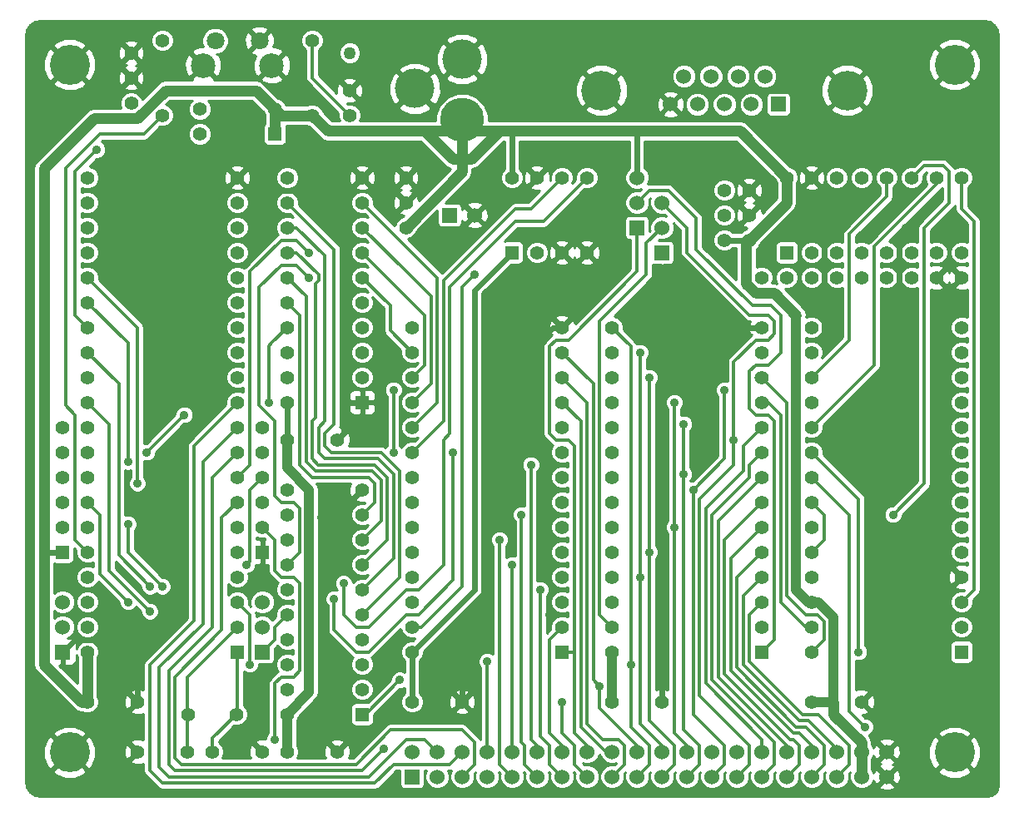
<source format=gbl>
G04 #@! TF.FileFunction,Copper,L2,Bot,Signal*
%FSLAX46Y46*%
G04 Gerber Fmt 4.6, Leading zero omitted, Abs format (unit mm)*
G04 Created by KiCad (PCBNEW 4.0.1-stable) date 4/8/2017 12:25:21 PM*
%MOMM*%
G01*
G04 APERTURE LIST*
%ADD10C,0.150000*%
%ADD11C,1.397000*%
%ADD12R,1.524000X1.524000*%
%ADD13C,1.524000*%
%ADD14C,4.000000*%
%ADD15C,4.500000*%
%ADD16C,2.499360*%
%ADD17C,1.800860*%
%ADD18R,1.397000X1.397000*%
%ADD19C,4.064000*%
%ADD20C,4.048760*%
%ADD21C,1.270000*%
%ADD22C,0.889000*%
%ADD23C,0.355600*%
%ADD24C,0.609600*%
%ADD25C,1.117600*%
%ADD26C,0.990600*%
%ADD27C,0.254000*%
G04 APERTURE END LIST*
D10*
D11*
X109220000Y-120650000D03*
X114300000Y-120650000D03*
X182880000Y-120650000D03*
X187960000Y-120650000D03*
X162560000Y-120650000D03*
X167640000Y-120650000D03*
X142240000Y-120650000D03*
X147320000Y-120650000D03*
X129540000Y-125730000D03*
X134620000Y-125730000D03*
X129540000Y-93980000D03*
X134620000Y-93980000D03*
D12*
X165100000Y-72390000D03*
D13*
X165100000Y-69850000D03*
X165100000Y-67310000D03*
D12*
X167640000Y-74930000D03*
D13*
X167640000Y-72390000D03*
X167640000Y-69850000D03*
D12*
X127000000Y-115570000D03*
D13*
X127000000Y-113030000D03*
X127000000Y-110490000D03*
D14*
X147320000Y-55245000D03*
D15*
X147320000Y-61445140D03*
D14*
X142519400Y-58244740D03*
D12*
X106680000Y-115570000D03*
D13*
X106680000Y-113030000D03*
X106680000Y-110490000D03*
D12*
X142240000Y-128270000D03*
D13*
X142240000Y-125730000D03*
X144780000Y-128270000D03*
X144780000Y-125730000D03*
X147320000Y-128270000D03*
X147320000Y-125730000D03*
X149860000Y-128270000D03*
X149860000Y-125730000D03*
X152400000Y-128270000D03*
X152400000Y-125730000D03*
X154940000Y-128270000D03*
X154940000Y-125730000D03*
X157480000Y-128270000D03*
X157480000Y-125730000D03*
X160020000Y-128270000D03*
X160020000Y-125730000D03*
X162560000Y-128270000D03*
X162560000Y-125730000D03*
X165100000Y-128270000D03*
X165100000Y-125730000D03*
X167640000Y-128270000D03*
X167640000Y-125730000D03*
X170180000Y-128270000D03*
X170180000Y-125730000D03*
X172720000Y-128270000D03*
X172720000Y-125730000D03*
X175260000Y-125730000D03*
X175260000Y-128270000D03*
X177800000Y-125730000D03*
X177800000Y-128270000D03*
X180340000Y-128270000D03*
X180340000Y-125730000D03*
X182880000Y-128270000D03*
X182880000Y-125730000D03*
X185420000Y-128270000D03*
X185420000Y-125730000D03*
X187960000Y-128270000D03*
X187960000Y-125730000D03*
X190500000Y-128270000D03*
X190500000Y-125730000D03*
D11*
X116840000Y-60960000D03*
X116840000Y-53340000D03*
X128270000Y-60325000D03*
X120650000Y-60325000D03*
D16*
X127962660Y-55880000D03*
X120962420Y-55880000D03*
D17*
X126712980Y-53380640D03*
X122212100Y-53380640D03*
D18*
X124460000Y-115570000D03*
D11*
X124460000Y-113030000D03*
X124460000Y-110490000D03*
X124460000Y-107950000D03*
X124460000Y-105410000D03*
X124460000Y-102870000D03*
X124460000Y-100330000D03*
X124460000Y-97790000D03*
X124460000Y-95250000D03*
X124460000Y-92710000D03*
X124460000Y-90170000D03*
X124460000Y-87630000D03*
X124460000Y-85090000D03*
X124460000Y-82550000D03*
X124460000Y-80010000D03*
X124460000Y-77470000D03*
X124460000Y-74930000D03*
X124460000Y-72390000D03*
X124460000Y-69850000D03*
X124460000Y-67310000D03*
X109220000Y-67310000D03*
X109220000Y-69850000D03*
X109220000Y-72390000D03*
X109220000Y-74930000D03*
X109220000Y-77470000D03*
X109220000Y-80010000D03*
X109220000Y-82550000D03*
X109220000Y-85090000D03*
X109220000Y-87630000D03*
X109220000Y-90170000D03*
X109220000Y-92710000D03*
X109220000Y-95250000D03*
X109220000Y-97790000D03*
X109220000Y-100330000D03*
X109220000Y-102870000D03*
X109220000Y-105410000D03*
X109220000Y-107950000D03*
X109220000Y-110490000D03*
X109220000Y-113030000D03*
X109220000Y-115570000D03*
D18*
X198120000Y-115570000D03*
D11*
X198120000Y-113030000D03*
X198120000Y-110490000D03*
X198120000Y-107950000D03*
X198120000Y-105410000D03*
X198120000Y-102870000D03*
X198120000Y-100330000D03*
X198120000Y-97790000D03*
X198120000Y-95250000D03*
X198120000Y-92710000D03*
X198120000Y-90170000D03*
X198120000Y-87630000D03*
X198120000Y-85090000D03*
X198120000Y-82550000D03*
X182880000Y-82550000D03*
X182880000Y-85090000D03*
X182880000Y-87630000D03*
X182880000Y-90170000D03*
X182880000Y-92710000D03*
X182880000Y-95250000D03*
X182880000Y-97790000D03*
X182880000Y-100330000D03*
X182880000Y-102870000D03*
X182880000Y-105410000D03*
X182880000Y-107950000D03*
X182880000Y-110490000D03*
X182880000Y-113030000D03*
X182880000Y-115570000D03*
D18*
X177800000Y-115570000D03*
D11*
X177800000Y-113030000D03*
X177800000Y-110490000D03*
X177800000Y-107950000D03*
X177800000Y-105410000D03*
X177800000Y-102870000D03*
X177800000Y-100330000D03*
X177800000Y-97790000D03*
X177800000Y-95250000D03*
X177800000Y-92710000D03*
X177800000Y-90170000D03*
X177800000Y-87630000D03*
X177800000Y-85090000D03*
X177800000Y-82550000D03*
X162560000Y-82550000D03*
X162560000Y-85090000D03*
X162560000Y-87630000D03*
X162560000Y-90170000D03*
X162560000Y-92710000D03*
X162560000Y-95250000D03*
X162560000Y-97790000D03*
X162560000Y-100330000D03*
X162560000Y-102870000D03*
X162560000Y-105410000D03*
X162560000Y-107950000D03*
X162560000Y-110490000D03*
X162560000Y-113030000D03*
X162560000Y-115570000D03*
D18*
X137160000Y-121920000D03*
D11*
X137160000Y-119380000D03*
X137160000Y-116840000D03*
X137160000Y-114300000D03*
X137160000Y-111760000D03*
X137160000Y-109220000D03*
X137160000Y-106680000D03*
X137160000Y-104140000D03*
X137160000Y-101600000D03*
X137160000Y-99060000D03*
X129540000Y-99060000D03*
X129540000Y-101600000D03*
X129540000Y-104140000D03*
X129540000Y-106680000D03*
X129540000Y-109220000D03*
X129540000Y-111760000D03*
X129540000Y-114300000D03*
X129540000Y-116840000D03*
X129540000Y-119380000D03*
X129540000Y-121920000D03*
D18*
X137160000Y-90170000D03*
D11*
X137160000Y-87630000D03*
X137160000Y-85090000D03*
X137160000Y-82550000D03*
X137160000Y-80010000D03*
X137160000Y-77470000D03*
X137160000Y-74930000D03*
X137160000Y-72390000D03*
X137160000Y-69850000D03*
X137160000Y-67310000D03*
X129540000Y-67310000D03*
X129540000Y-69850000D03*
X129540000Y-72390000D03*
X129540000Y-74930000D03*
X129540000Y-77470000D03*
X129540000Y-80010000D03*
X129540000Y-82550000D03*
X129540000Y-85090000D03*
X129540000Y-87630000D03*
X129540000Y-90170000D03*
X124360940Y-121920000D03*
X119479060Y-121920000D03*
D18*
X106680000Y-105410000D03*
D11*
X106680000Y-102870000D03*
X106680000Y-100330000D03*
X106680000Y-97790000D03*
X106680000Y-95250000D03*
X106680000Y-92710000D03*
D18*
X127000000Y-105410000D03*
D11*
X127000000Y-102870000D03*
X127000000Y-100330000D03*
X127000000Y-97790000D03*
X127000000Y-95250000D03*
X127000000Y-92710000D03*
X195580000Y-77470000D03*
X193040000Y-77470000D03*
X198120000Y-77470000D03*
X113665000Y-57150000D03*
X113665000Y-59690000D03*
X113665000Y-54610000D03*
X141605000Y-69850000D03*
X141605000Y-72390000D03*
X141605000Y-67310000D03*
X121920000Y-125730000D03*
X127000000Y-125730000D03*
X119380000Y-125730000D03*
X114300000Y-125730000D03*
X132080000Y-53340000D03*
X132080000Y-60960000D03*
D18*
X180340000Y-74930000D03*
D11*
X182880000Y-74930000D03*
X185420000Y-74930000D03*
X187960000Y-74930000D03*
X190500000Y-74930000D03*
X193040000Y-74930000D03*
X195580000Y-74930000D03*
X198120000Y-74930000D03*
X198120000Y-67310000D03*
X195580000Y-67310000D03*
X193040000Y-67310000D03*
X190500000Y-67310000D03*
X187960000Y-67310000D03*
X185420000Y-67310000D03*
X182880000Y-67310000D03*
X180340000Y-67310000D03*
D18*
X152400000Y-74930000D03*
D11*
X154940000Y-74930000D03*
X157480000Y-74930000D03*
X160020000Y-74930000D03*
X160020000Y-67310000D03*
X157480000Y-67310000D03*
X154940000Y-67310000D03*
X152400000Y-67310000D03*
X176530000Y-71120000D03*
X176530000Y-73660000D03*
X176530000Y-68580000D03*
X180340000Y-77470000D03*
X177800000Y-77470000D03*
X182880000Y-77470000D03*
X173990000Y-71120000D03*
X173990000Y-73660000D03*
X173990000Y-68580000D03*
X187960000Y-77470000D03*
X185420000Y-77470000D03*
X190500000Y-77470000D03*
D19*
X197400000Y-125800000D03*
X107400000Y-125800000D03*
X197400000Y-55800000D03*
X107400000Y-55800000D03*
D20*
X186484260Y-58420000D03*
X161495740Y-58420000D03*
D12*
X179476400Y-59842400D03*
D13*
X176733200Y-59842400D03*
X173990000Y-59842400D03*
X171246800Y-59842400D03*
X168503600Y-59842400D03*
X169875200Y-56997600D03*
X172618400Y-56997600D03*
X175387000Y-56997600D03*
X178104800Y-56997600D03*
D18*
X157480000Y-115570000D03*
D11*
X157480000Y-113030000D03*
X157480000Y-110490000D03*
X157480000Y-107950000D03*
X157480000Y-105410000D03*
X157480000Y-102870000D03*
X157480000Y-100330000D03*
X157480000Y-97790000D03*
X157480000Y-95250000D03*
X157480000Y-92710000D03*
X157480000Y-90170000D03*
X157480000Y-87630000D03*
X157480000Y-85090000D03*
X157480000Y-82550000D03*
X142240000Y-82550000D03*
X142240000Y-85090000D03*
X142240000Y-87630000D03*
X142240000Y-90170000D03*
X142240000Y-92710000D03*
X142240000Y-95250000D03*
X142240000Y-97790000D03*
X142240000Y-100330000D03*
X142240000Y-102870000D03*
X142240000Y-105410000D03*
X142240000Y-107950000D03*
X142240000Y-110490000D03*
X142240000Y-113030000D03*
X142240000Y-115570000D03*
D12*
X146050000Y-71120000D03*
D13*
X148590000Y-71120000D03*
D11*
X135890000Y-60960000D03*
X135890000Y-58420000D03*
D21*
X135890000Y-54610000D03*
D11*
X120650000Y-62865000D03*
D18*
X128270000Y-62865000D03*
D22*
X140970000Y-118427500D03*
X187642500Y-115570000D03*
X140335000Y-95250000D03*
X140335000Y-88900000D03*
X154305000Y-96520000D03*
X153352500Y-101600000D03*
X114300000Y-98425000D03*
X113347500Y-96202500D03*
X155257500Y-109220000D03*
X110172500Y-64452500D03*
X115570000Y-108902500D03*
X157480000Y-120650000D03*
X127635000Y-90170000D03*
X152400000Y-106680000D03*
X151130000Y-104140000D03*
X161290000Y-119062500D03*
X164465000Y-116840000D03*
X165417500Y-85090000D03*
X165417500Y-107950000D03*
X166370000Y-87630000D03*
X166370000Y-105410000D03*
X168910000Y-102870000D03*
X168910000Y-90170000D03*
X169862500Y-97472500D03*
X169862500Y-92392500D03*
X115570000Y-111442500D03*
X125412500Y-106680000D03*
X113347500Y-110490000D03*
X125730000Y-116840000D03*
X188277500Y-123190000D03*
X139382500Y-125412500D03*
X131762500Y-74930000D03*
X128270000Y-124460000D03*
X135255000Y-108585000D03*
X119062500Y-91440000D03*
X115252500Y-95250000D03*
X173990000Y-88900000D03*
X170815000Y-99060000D03*
X134302500Y-110172500D03*
X146367500Y-95250000D03*
X191135000Y-101600000D03*
X131762500Y-77470000D03*
X174942500Y-93980000D03*
X148590000Y-77152500D03*
X118745000Y-109220000D03*
X114300000Y-100965000D03*
X120650000Y-71755000D03*
X184150000Y-83820000D03*
X170815000Y-86360000D03*
X192405000Y-72390000D03*
X190500000Y-83185000D03*
X149860000Y-112395000D03*
X156210000Y-111760000D03*
X135255000Y-81280000D03*
X159067500Y-78422500D03*
X135255000Y-73660000D03*
X166370000Y-83820000D03*
X166370000Y-78422500D03*
X133032500Y-101917500D03*
X116840000Y-108902500D03*
X113347500Y-102552500D03*
X149860000Y-116522500D03*
D23*
X140970000Y-118427500D02*
X137477500Y-121920000D01*
X187642500Y-115570000D02*
X187642500Y-100012500D01*
X137477500Y-121920000D02*
X137160000Y-121920000D01*
X187642500Y-100012500D02*
X182880000Y-95250000D01*
X127000000Y-115570000D02*
X128270000Y-114300000D01*
X128270000Y-113030000D02*
X129540000Y-111760000D01*
X128270000Y-114300000D02*
X128270000Y-113030000D01*
X172085000Y-100965000D02*
X172085000Y-118745000D01*
X177800000Y-92710000D02*
X175895000Y-94615000D01*
X177800000Y-124460000D02*
X177800000Y-125730000D01*
X177800000Y-124460000D02*
X172085000Y-118745000D01*
X175895000Y-97155000D02*
X172085000Y-100965000D01*
X175895000Y-94615000D02*
X175895000Y-97155000D01*
X140335000Y-88900000D02*
X140335000Y-95250000D01*
X176530000Y-96520000D02*
X176530000Y-97790000D01*
X176530000Y-97790000D02*
X172720000Y-101600000D01*
X172720000Y-101600000D02*
X172720000Y-118427500D01*
X172720000Y-118427500D02*
X179070000Y-124777500D01*
X177800000Y-128270000D02*
X179070000Y-127000000D01*
X179070000Y-127000000D02*
X179070000Y-124777500D01*
X176530000Y-96520000D02*
X177800000Y-95250000D01*
X154940000Y-125730000D02*
X154940000Y-125095000D01*
X154940000Y-125095000D02*
X154305000Y-124460000D01*
X154305000Y-124460000D02*
X154305000Y-96520000D01*
X153352500Y-101600000D02*
X153352500Y-124777500D01*
X153670000Y-125095000D02*
X153352500Y-124777500D01*
X153670000Y-127000000D02*
X154940000Y-128270000D01*
X153670000Y-127000000D02*
X153670000Y-125095000D01*
X114300000Y-98425000D02*
X114300000Y-82550000D01*
X109220000Y-77470000D02*
X114300000Y-82550000D01*
X157480000Y-125730000D02*
X157480000Y-125095000D01*
X157480000Y-125095000D02*
X156210000Y-123825000D01*
X156210000Y-114300000D02*
X157480000Y-113030000D01*
X156210000Y-123825000D02*
X156210000Y-114300000D01*
X113347500Y-96202500D02*
X113347500Y-84137500D01*
X109220000Y-80010000D02*
X113347500Y-84137500D01*
X157480000Y-128270000D02*
X156210000Y-127000000D01*
X155257500Y-124142500D02*
X155257500Y-109220000D01*
X156210000Y-125095000D02*
X155257500Y-124142500D01*
X156210000Y-127000000D02*
X156210000Y-125095000D01*
X156845000Y-83820000D02*
X158115000Y-83820000D01*
X156210000Y-93345000D02*
X156210000Y-84455000D01*
X158750000Y-94615000D02*
X158115000Y-93980000D01*
X158115000Y-93980000D02*
X156845000Y-93980000D01*
X156845000Y-93980000D02*
X156210000Y-93345000D01*
X158750000Y-115570000D02*
X158750000Y-94615000D01*
X156210000Y-84455000D02*
X156845000Y-83820000D01*
X165100000Y-76835000D02*
X165100000Y-72390000D01*
X158115000Y-83820000D02*
X165100000Y-76835000D01*
X110172500Y-64452500D02*
X107950000Y-66675000D01*
X107950000Y-66675000D02*
X107950000Y-81280000D01*
X107950000Y-81280000D02*
X109220000Y-82550000D01*
X157480000Y-115570000D02*
X158750000Y-115570000D01*
X158750000Y-123825000D02*
X158750000Y-115570000D01*
X160020000Y-125730000D02*
X160020000Y-125095000D01*
X160020000Y-125095000D02*
X158750000Y-123825000D01*
X115570000Y-108902500D02*
X112395000Y-105727500D01*
X112395000Y-105727500D02*
X112395000Y-88265000D01*
X112395000Y-88265000D02*
X109220000Y-85090000D01*
X112395000Y-88265000D02*
X109220000Y-85090000D01*
X160020000Y-128270000D02*
X158750000Y-127000000D01*
X158750000Y-127000000D02*
X158750000Y-125095000D01*
X158750000Y-125095000D02*
X157480000Y-123825000D01*
X157480000Y-123825000D02*
X157480000Y-120650000D01*
X127635000Y-84455000D02*
X127635000Y-90170000D01*
X127635000Y-84455000D02*
X127952500Y-84137500D01*
X127952500Y-84137500D02*
X129540000Y-82550000D01*
X180340000Y-125730000D02*
X180340000Y-125095000D01*
X180340000Y-125095000D02*
X173355000Y-118110000D01*
X173355000Y-118110000D02*
X173355000Y-102235000D01*
X177800000Y-97790000D02*
X173355000Y-102235000D01*
X137795000Y-97790000D02*
X132080000Y-97790000D01*
X132080000Y-97790000D02*
X130835398Y-96545398D01*
X130835398Y-96520000D02*
X130835398Y-81305398D01*
X130835398Y-81305398D02*
X129540000Y-80010000D01*
X173990000Y-104140000D02*
X173990000Y-117792500D01*
X173990000Y-117792500D02*
X180657500Y-124460000D01*
X180975000Y-124460000D02*
X181610000Y-125095000D01*
X180657500Y-124460000D02*
X180975000Y-124460000D01*
X180340000Y-128270000D02*
X181610000Y-127000000D01*
X181610000Y-127000000D02*
X181610000Y-125095000D01*
X173990000Y-104140000D02*
X177800000Y-100330000D01*
X137160000Y-101600000D02*
X138430000Y-100330000D01*
X138430000Y-98425000D02*
X137795000Y-97790000D01*
X138430000Y-100330000D02*
X138430000Y-98425000D01*
X138112500Y-97180398D02*
X132422898Y-97180398D01*
X132422898Y-97180398D02*
X131445000Y-96202500D01*
X180975000Y-123825000D02*
X174625000Y-117475000D01*
X174625000Y-117475000D02*
X174625000Y-106045000D01*
X181610000Y-123825000D02*
X182880000Y-125095000D01*
X180975000Y-123825000D02*
X181610000Y-123825000D01*
X182880000Y-125095000D02*
X182880000Y-125730000D01*
X174625000Y-106045000D02*
X177800000Y-102870000D01*
X131445000Y-96202500D02*
X131445000Y-79375000D01*
X131445000Y-79375000D02*
X129540000Y-77470000D01*
X138112500Y-97180398D02*
X138137898Y-97180398D01*
X138137898Y-97180398D02*
X139065000Y-98107500D01*
X139065000Y-98107500D02*
X139090398Y-98107500D01*
X139090398Y-98107500D02*
X139065000Y-98107500D01*
X137160000Y-104140000D02*
X139065000Y-102235000D01*
X139065000Y-102235000D02*
X139065000Y-98107500D01*
X132080000Y-95885000D02*
X132080000Y-92075000D01*
X132080000Y-92075000D02*
X132397500Y-91757500D01*
X132080000Y-95910398D02*
X132080000Y-95885000D01*
X139700000Y-97790000D02*
X139700000Y-104140000D01*
X138430000Y-96520000D02*
X139700000Y-97790000D01*
X132689602Y-96520000D02*
X132080000Y-95910398D01*
X138430000Y-96520000D02*
X132689602Y-96520000D01*
X137160000Y-106680000D02*
X139700000Y-104140000D01*
X130492500Y-74930000D02*
X132715000Y-77152500D01*
X130492500Y-74930000D02*
X129540000Y-74930000D01*
X132715000Y-77787500D02*
X132715000Y-77152500D01*
X132397500Y-78105000D02*
X132715000Y-77787500D01*
X132397500Y-91757500D02*
X132397500Y-78105000D01*
X175260000Y-107950000D02*
X177800000Y-105410000D01*
X175260000Y-107950000D02*
X175260000Y-117157500D01*
X182880000Y-128270000D02*
X184150000Y-127000000D01*
X182245000Y-123190000D02*
X181292500Y-123190000D01*
X181292500Y-123190000D02*
X175260000Y-117157500D01*
X184150000Y-125095000D02*
X182245000Y-123190000D01*
X184150000Y-127000000D02*
X184150000Y-125095000D01*
X132715000Y-95250000D02*
X132715000Y-92710000D01*
X133350000Y-95885000D02*
X132715000Y-95250000D01*
X140335000Y-97472500D02*
X140335000Y-106045000D01*
X138747500Y-95885000D02*
X140335000Y-97472500D01*
X133350000Y-95885000D02*
X138747500Y-95885000D01*
X137160000Y-109220000D02*
X140335000Y-106045000D01*
X132715000Y-92710000D02*
X133350000Y-92075000D01*
X130492500Y-72390000D02*
X133350000Y-75247500D01*
X129540000Y-72390000D02*
X130492500Y-72390000D01*
X133350000Y-75247500D02*
X133350000Y-92075000D01*
X129540000Y-72390000D02*
X130175000Y-72390000D01*
X175895000Y-109855000D02*
X177800000Y-107950000D01*
X175895000Y-109855000D02*
X175895000Y-116840000D01*
X185420000Y-125730000D02*
X185420000Y-125412500D01*
X185420000Y-125412500D02*
X182562500Y-122555000D01*
X181610000Y-122555000D02*
X175895000Y-116840000D01*
X182562500Y-122555000D02*
X181610000Y-122555000D01*
X133350000Y-93345000D02*
X134302500Y-92392500D01*
X134302500Y-74612500D02*
X129540000Y-69850000D01*
X134302500Y-92392500D02*
X134302500Y-74612500D01*
X176530000Y-116522500D02*
X176530000Y-111760000D01*
X176530000Y-111760000D02*
X177800000Y-110490000D01*
X133985000Y-95250000D02*
X133350000Y-94615000D01*
X140970000Y-97155000D02*
X139065000Y-95250000D01*
X139065000Y-95250000D02*
X133985000Y-95250000D01*
X137160000Y-111760000D02*
X140970000Y-107950000D01*
X140970000Y-107950000D02*
X140970000Y-97155000D01*
X133350000Y-94615000D02*
X133350000Y-93345000D01*
X185420000Y-128270000D02*
X186690000Y-127000000D01*
X181952898Y-121945398D02*
X176530000Y-116522500D01*
X183540398Y-121945398D02*
X181952898Y-121945398D01*
X186690000Y-125095000D02*
X183540398Y-121945398D01*
X186690000Y-127000000D02*
X186690000Y-125095000D01*
X152400000Y-125730000D02*
X152400000Y-106680000D01*
X152400000Y-128270000D02*
X151130000Y-127000000D01*
X151130000Y-127000000D02*
X151130000Y-104140000D01*
X182880000Y-113030000D02*
X182245000Y-113030000D01*
X182245000Y-113030000D02*
X179705000Y-110490000D01*
X179705000Y-91440000D02*
X179705000Y-110490000D01*
X157480000Y-90170000D02*
X159385000Y-92075000D01*
X159385000Y-92075000D02*
X159385000Y-123190000D01*
X179705000Y-91440000D02*
X178435000Y-90170000D01*
X178435000Y-90170000D02*
X177800000Y-90170000D01*
X162560000Y-125730000D02*
X161925000Y-125730000D01*
X161925000Y-125730000D02*
X159385000Y-123190000D01*
X182245000Y-111760000D02*
X180340000Y-109855000D01*
X180340000Y-109855000D02*
X180340000Y-90170000D01*
X182880000Y-115570000D02*
X184150000Y-114300000D01*
X180340000Y-90170000D02*
X177800000Y-87630000D01*
X183425788Y-111760000D02*
X182245000Y-111760000D01*
X184150000Y-112484212D02*
X183425788Y-111760000D01*
X184150000Y-114300000D02*
X184150000Y-112484212D01*
X160020000Y-122872500D02*
X160020000Y-90170000D01*
X160020000Y-90170000D02*
X157480000Y-87630000D01*
X177165000Y-87630000D02*
X177800000Y-87630000D01*
X157480000Y-87630000D02*
X157505398Y-87630000D01*
X163830000Y-125095000D02*
X163195000Y-124460000D01*
X163830000Y-127000000D02*
X163830000Y-125095000D01*
X162560000Y-128270000D02*
X163830000Y-127000000D01*
X161607500Y-124460000D02*
X160020000Y-122872500D01*
X163195000Y-124460000D02*
X161607500Y-124460000D01*
X160655000Y-88265000D02*
X160655000Y-118427500D01*
X157480000Y-85090000D02*
X160655000Y-88265000D01*
X160655000Y-118427500D02*
X161290000Y-119062500D01*
X161290000Y-121285000D02*
X161290000Y-119062500D01*
X165100000Y-125095000D02*
X161290000Y-121285000D01*
X165100000Y-125730000D02*
X165100000Y-125095000D01*
X165100000Y-125730000D02*
X165100000Y-125412500D01*
X164465000Y-116840000D02*
X164465000Y-84455000D01*
X164465000Y-84455000D02*
X162560000Y-82550000D01*
X164465000Y-123190000D02*
X164465000Y-120650000D01*
X164465000Y-120650000D02*
X164465000Y-116840000D01*
X166370000Y-127000000D02*
X166370000Y-125095000D01*
X165100000Y-128270000D02*
X166370000Y-127000000D01*
X166370000Y-125095000D02*
X164465000Y-123190000D01*
X165417500Y-85090000D02*
X165417500Y-107950000D01*
X165417500Y-122872500D02*
X165417500Y-107950000D01*
X142240000Y-85090000D02*
X140017500Y-82867500D01*
X140017500Y-80327500D02*
X137160000Y-77470000D01*
X140017500Y-82867500D02*
X140017500Y-80327500D01*
X167640000Y-125095000D02*
X165417500Y-122872500D01*
X167640000Y-125095000D02*
X167640000Y-125730000D01*
X167640000Y-125730000D02*
X167640000Y-125095000D01*
X137160000Y-74930000D02*
X143510000Y-81280000D01*
X143510000Y-86360000D02*
X143510000Y-81280000D01*
X142240000Y-87630000D02*
X143510000Y-86360000D01*
X166370000Y-105410000D02*
X166370000Y-87630000D01*
X168910000Y-125095000D02*
X166370000Y-122555000D01*
X168910000Y-127000000D02*
X168910000Y-125095000D01*
X167640000Y-128270000D02*
X168910000Y-127000000D01*
X166370000Y-122555000D02*
X166370000Y-114935000D01*
X166370000Y-114935000D02*
X166370000Y-105410000D01*
X144145000Y-79375000D02*
X144145000Y-88265000D01*
X144145000Y-79375000D02*
X141605000Y-76835000D01*
X141605000Y-76835000D02*
X137160000Y-72390000D01*
X168910000Y-123825000D02*
X168910000Y-102870000D01*
X168910000Y-102870000D02*
X168910000Y-90170000D01*
X170180000Y-125730000D02*
X170180000Y-125095000D01*
X170180000Y-125095000D02*
X168910000Y-123825000D01*
X142240000Y-90170000D02*
X144145000Y-88265000D01*
X137160000Y-69850000D02*
X144780000Y-77470000D01*
X144780000Y-77470000D02*
X144780000Y-90170000D01*
X144780000Y-90170000D02*
X142240000Y-92710000D01*
X171450000Y-125095000D02*
X169862500Y-123507500D01*
X169862500Y-123507500D02*
X169862500Y-97472500D01*
X169862500Y-97472500D02*
X169862500Y-92392500D01*
X171450000Y-127000000D02*
X171450000Y-125095000D01*
X171450000Y-127000000D02*
X170180000Y-128270000D01*
X142240000Y-92710000D02*
X144780000Y-90170000D01*
X137160000Y-69850000D02*
X137160000Y-69875398D01*
X111442500Y-92392500D02*
X111442500Y-107315000D01*
X109220000Y-90170000D02*
X111442500Y-92392500D01*
X115570000Y-111442500D02*
X111442500Y-107315000D01*
X125730000Y-99060000D02*
X127000000Y-97790000D01*
X125730000Y-106362500D02*
X125730000Y-99060000D01*
X125412500Y-106680000D02*
X125730000Y-106362500D01*
X116522500Y-117157500D02*
X116522500Y-127317500D01*
X137795000Y-128270000D02*
X141605000Y-124460000D01*
X117475000Y-128270000D02*
X137795000Y-128270000D01*
X116522500Y-127317500D02*
X117475000Y-128270000D01*
X116522500Y-117157500D02*
X120967500Y-112712500D01*
X120967500Y-112712500D02*
X120967500Y-96202500D01*
X120967500Y-96202500D02*
X124460000Y-92710000D01*
X141605000Y-124460000D02*
X143510000Y-124460000D01*
X143510000Y-124460000D02*
X144780000Y-125730000D01*
X113347500Y-110490000D02*
X110490000Y-107632500D01*
X110490000Y-107632500D02*
X110490000Y-101600000D01*
X110490000Y-101600000D02*
X109220000Y-100330000D01*
X125730000Y-111760000D02*
X124460000Y-110490000D01*
X125730000Y-116840000D02*
X125730000Y-111760000D01*
X182880000Y-97790000D02*
X186690000Y-101600000D01*
X186690000Y-101600000D02*
X186690000Y-121602500D01*
X186690000Y-121602500D02*
X188277500Y-123190000D01*
X171132500Y-71437500D02*
X171132500Y-74612500D01*
X171132500Y-74612500D02*
X176847500Y-80327500D01*
X179070000Y-114300000D02*
X179070000Y-92075000D01*
X177800000Y-115570000D02*
X179070000Y-114300000D01*
X177165000Y-91440000D02*
X176530000Y-90805000D01*
X178435000Y-91440000D02*
X177165000Y-91440000D01*
X176530000Y-86995000D02*
X177165000Y-86360000D01*
X176530000Y-90805000D02*
X176530000Y-86995000D01*
X179705000Y-81280000D02*
X178752500Y-80327500D01*
X178435000Y-86360000D02*
X179705000Y-85090000D01*
X177165000Y-86360000D02*
X178435000Y-86360000D01*
X179705000Y-85090000D02*
X179705000Y-81280000D01*
X178752500Y-80327500D02*
X176847500Y-80327500D01*
X179070000Y-92075000D02*
X178435000Y-91440000D01*
X166370000Y-68580000D02*
X165100000Y-69850000D01*
X168275000Y-68580000D02*
X166370000Y-68580000D01*
X171132500Y-71437500D02*
X168275000Y-68580000D01*
X161290000Y-81915000D02*
X166052500Y-77152500D01*
X161290000Y-111785398D02*
X161290000Y-81915000D01*
X162534602Y-113030000D02*
X161290000Y-111785398D01*
X166052500Y-73977500D02*
X167640000Y-72390000D01*
X166052500Y-77152500D02*
X166052500Y-73977500D01*
X162560000Y-113030000D02*
X162534602Y-113030000D01*
X137160000Y-127635000D02*
X139382500Y-125412500D01*
X117475000Y-117475000D02*
X117475000Y-127000000D01*
X118110000Y-127635000D02*
X137160000Y-127635000D01*
X117475000Y-127000000D02*
X118110000Y-127635000D01*
X121920000Y-97790000D02*
X124460000Y-95250000D01*
X121920000Y-113030000D02*
X121920000Y-97790000D01*
X117475000Y-117475000D02*
X121920000Y-113030000D01*
X125730000Y-96520000D02*
X125730000Y-76835000D01*
X125730000Y-76835000D02*
X128905000Y-73660000D01*
X128905000Y-73660000D02*
X130492500Y-73660000D01*
X130492500Y-73660000D02*
X131762500Y-74930000D01*
X125730000Y-96520000D02*
X124460000Y-97790000D01*
X136525000Y-127000000D02*
X140017500Y-123507500D01*
X140017500Y-123507500D02*
X147320000Y-123507500D01*
X118110000Y-126365000D02*
X118110000Y-118110000D01*
X136525000Y-127000000D02*
X118745000Y-127000000D01*
X118745000Y-127000000D02*
X118110000Y-126365000D01*
X118110000Y-118110000D02*
X122872500Y-113347500D01*
X122872500Y-101917500D02*
X122872500Y-113347500D01*
X122872500Y-101917500D02*
X124460000Y-100330000D01*
X147320000Y-123507500D02*
X148590000Y-124777500D01*
X148590000Y-124777500D02*
X148590000Y-127000000D01*
X148590000Y-127000000D02*
X147320000Y-128270000D01*
X198120000Y-110490000D02*
X199390000Y-109220000D01*
X198120000Y-70485000D02*
X198120000Y-67310000D01*
X199390000Y-71755000D02*
X198120000Y-70485000D01*
X199390000Y-109220000D02*
X199390000Y-71755000D01*
X127000000Y-102870000D02*
X128270000Y-104140000D01*
X128270000Y-118745000D02*
X128270000Y-124460000D01*
X128905000Y-118110000D02*
X128270000Y-118745000D01*
X130175000Y-118110000D02*
X128905000Y-118110000D01*
X130810000Y-117475000D02*
X130175000Y-118110000D01*
X130810000Y-108585000D02*
X130810000Y-117475000D01*
X130175000Y-107950000D02*
X130810000Y-108585000D01*
X128905000Y-107950000D02*
X130175000Y-107950000D01*
X128270000Y-107315000D02*
X128905000Y-107950000D01*
X128270000Y-104140000D02*
X128270000Y-107315000D01*
X189230000Y-86360000D02*
X189230000Y-74295000D01*
X189230000Y-74295000D02*
X195580000Y-67945000D01*
X195580000Y-67945000D02*
X195580000Y-67310000D01*
X182880000Y-92710000D02*
X189230000Y-86360000D01*
X186690000Y-83820000D02*
X186690000Y-73025000D01*
X186690000Y-73025000D02*
X190500000Y-69215000D01*
X182880000Y-87630000D02*
X186690000Y-83820000D01*
X190500000Y-69215000D02*
X190500000Y-67310000D01*
X138430000Y-128905000D02*
X116840000Y-128905000D01*
X115570000Y-127635000D02*
X115570000Y-116840000D01*
X116840000Y-128905000D02*
X115570000Y-127635000D01*
X120015000Y-112395000D02*
X120015000Y-94615000D01*
X120015000Y-94615000D02*
X124460000Y-90170000D01*
X115570000Y-116840000D02*
X120015000Y-112395000D01*
X140335000Y-127000000D02*
X138430000Y-128905000D01*
X146050000Y-127000000D02*
X147320000Y-125730000D01*
X140335000Y-127000000D02*
X146050000Y-127000000D01*
X146050000Y-93345000D02*
X146050000Y-78422500D01*
X152717500Y-71755000D02*
X155575000Y-71755000D01*
X146050000Y-78422500D02*
X152717500Y-71755000D01*
X145415000Y-106680000D02*
X145415000Y-93980000D01*
X145415000Y-93980000D02*
X146050000Y-93345000D01*
X135255000Y-108585000D02*
X135255000Y-111125000D01*
X135255000Y-111760000D02*
X136525000Y-113030000D01*
X135255000Y-111125000D02*
X135255000Y-111760000D01*
X160020000Y-67310000D02*
X155575000Y-71755000D01*
X137795000Y-113030000D02*
X136525000Y-113030000D01*
X141605000Y-109220000D02*
X137795000Y-113030000D01*
X142875000Y-109220000D02*
X141605000Y-109220000D01*
X145415000Y-106680000D02*
X142875000Y-109220000D01*
X115252500Y-95250000D02*
X119062500Y-91440000D01*
X170815000Y-99060000D02*
X173990000Y-95885000D01*
X173990000Y-95885000D02*
X173990000Y-88900000D01*
X173990000Y-125095000D02*
X173990000Y-127000000D01*
X173990000Y-125095000D02*
X170815000Y-121920000D01*
X170815000Y-121920000D02*
X170815000Y-99060000D01*
X173990000Y-127000000D02*
X172720000Y-128270000D01*
X146367500Y-95250000D02*
X146367500Y-108267500D01*
X136525000Y-115570000D02*
X134302500Y-113347500D01*
X134302500Y-113347500D02*
X134302500Y-110172500D01*
X142875000Y-111760000D02*
X141605000Y-111760000D01*
X141605000Y-111760000D02*
X137795000Y-115570000D01*
X137795000Y-115570000D02*
X136525000Y-115570000D01*
X146367500Y-108267500D02*
X142875000Y-111760000D01*
X194310000Y-72390000D02*
X194310000Y-98425000D01*
X194310000Y-98425000D02*
X191135000Y-101600000D01*
X194310000Y-72390000D02*
X196850000Y-69850000D01*
X196850000Y-66675000D02*
X196850000Y-69850000D01*
X193040000Y-67310000D02*
X194310000Y-66040000D01*
X196215000Y-66040000D02*
X194310000Y-66040000D01*
X196850000Y-66675000D02*
X196215000Y-66040000D01*
X126682500Y-90487500D02*
X126682500Y-78422500D01*
X126682500Y-78422500D02*
X128905000Y-76200000D01*
X128905000Y-76200000D02*
X130492500Y-76200000D01*
X130492500Y-76200000D02*
X131762500Y-77470000D01*
X129540000Y-106680000D02*
X130810000Y-105410000D01*
X130810000Y-105410000D02*
X130810000Y-100965000D01*
X130810000Y-100965000D02*
X130175000Y-100330000D01*
X130175000Y-100330000D02*
X128905000Y-100330000D01*
X128905000Y-100330000D02*
X128270000Y-99695000D01*
X128270000Y-99695000D02*
X128270000Y-92075000D01*
X128270000Y-92075000D02*
X126682500Y-90487500D01*
X170180000Y-74930000D02*
X170180000Y-72390000D01*
X174942500Y-93980000D02*
X174942500Y-86042500D01*
X170180000Y-74930000D02*
X176530000Y-81280000D01*
X176530000Y-81280000D02*
X178435000Y-81280000D01*
X174942500Y-86042500D02*
X177165000Y-83820000D01*
X178460398Y-83820000D02*
X179070000Y-83210398D01*
X179070000Y-83210398D02*
X179070000Y-81915000D01*
X179070000Y-81915000D02*
X178435000Y-81280000D01*
X177165000Y-83820000D02*
X178435000Y-83820000D01*
X178435000Y-83820000D02*
X178460398Y-83820000D01*
X170180000Y-72390000D02*
X167640000Y-69850000D01*
X174942500Y-96520000D02*
X174942500Y-93980000D01*
X171450000Y-100012500D02*
X174942500Y-96520000D01*
X171450000Y-100012500D02*
X171424602Y-100012500D01*
X142240000Y-113030000D02*
X143192500Y-113030000D01*
X143192500Y-113030000D02*
X147320000Y-108902500D01*
X147320000Y-108902500D02*
X147320000Y-78422500D01*
X147320000Y-78422500D02*
X148590000Y-77152500D01*
X176530000Y-127000000D02*
X176530000Y-125095000D01*
X175260000Y-128270000D02*
X176530000Y-127000000D01*
X171424602Y-119989602D02*
X171424602Y-100012500D01*
X176530000Y-125095000D02*
X171424602Y-119989602D01*
D24*
X113347500Y-121602500D02*
X113347500Y-124777500D01*
X114300000Y-125730000D02*
X113347500Y-124777500D01*
X113347500Y-121602500D02*
X114300000Y-120650000D01*
X114300000Y-116205000D02*
X114300000Y-120650000D01*
X146050000Y-121920000D02*
X139700000Y-121920000D01*
X139700000Y-121920000D02*
X137795000Y-123825000D01*
X118745000Y-100965000D02*
X118745000Y-93662500D01*
X118745000Y-93662500D02*
X120650000Y-91757500D01*
X114300000Y-116205000D02*
X118745000Y-111760000D01*
X118745000Y-111760000D02*
X118745000Y-109220000D01*
X118745000Y-109220000D02*
X118745000Y-100965000D01*
X114300000Y-100965000D02*
X118745000Y-100965000D01*
X120650000Y-71120000D02*
X120650000Y-71755000D01*
X120650000Y-71755000D02*
X120650000Y-91757500D01*
X120650000Y-71120000D02*
X124460000Y-67310000D01*
X120650000Y-91757500D02*
X119697500Y-92710000D01*
X112395000Y-114300000D02*
X107950000Y-114300000D01*
X112395000Y-114300000D02*
X114300000Y-116205000D01*
X106680000Y-115570000D02*
X107950000Y-114300000D01*
X184150000Y-68580000D02*
X184150000Y-83820000D01*
X182880000Y-67310000D02*
X184150000Y-68580000D01*
X191770000Y-81915000D02*
X191770000Y-73025000D01*
X192405000Y-72390000D02*
X191770000Y-73025000D01*
X190500000Y-83185000D02*
X191770000Y-81915000D01*
X125730000Y-68580000D02*
X133985000Y-68580000D01*
X124460000Y-67310000D02*
X125730000Y-68580000D01*
X134620000Y-68580000D02*
X135255000Y-69215000D01*
X133985000Y-68580000D02*
X134620000Y-68580000D01*
X166370000Y-83820000D02*
X166370000Y-78422500D01*
X187960000Y-120650000D02*
X190500000Y-118110000D01*
X190500000Y-118110000D02*
X190500000Y-115570000D01*
X137160000Y-99060000D02*
X134302500Y-101917500D01*
X134302500Y-101917500D02*
X133032500Y-101917500D01*
X190500000Y-115570000D02*
X198120000Y-107950000D01*
X167640000Y-120650000D02*
X167640000Y-89535000D01*
X167640000Y-89535000D02*
X170815000Y-86360000D01*
X174625000Y-82550000D02*
X177800000Y-82550000D01*
X170815000Y-86360000D02*
X174625000Y-82550000D01*
X133032500Y-124142500D02*
X133032500Y-101917500D01*
X133032500Y-124142500D02*
X133191250Y-124301250D01*
X133191250Y-124301250D02*
X134620000Y-125730000D01*
X149860000Y-89217500D02*
X149860000Y-112395000D01*
X149860000Y-112395000D02*
X149860000Y-113030000D01*
X149860000Y-113030000D02*
X147320000Y-115570000D01*
X134620000Y-125730000D02*
X136525000Y-123825000D01*
X136525000Y-123825000D02*
X137795000Y-123825000D01*
X146050000Y-121920000D02*
X147320000Y-120650000D01*
X147320000Y-120650000D02*
X147320000Y-115570000D01*
X157480000Y-82550000D02*
X159067500Y-80962500D01*
X159067500Y-76517500D02*
X157480000Y-74930000D01*
X159067500Y-80962500D02*
X159067500Y-78422500D01*
X159067500Y-78422500D02*
X159067500Y-76517500D01*
X157480000Y-82550000D02*
X156527500Y-82550000D01*
X156527500Y-82550000D02*
X149860000Y-89217500D01*
X134620000Y-93980000D02*
X135255000Y-93345000D01*
X135255000Y-93345000D02*
X135255000Y-90170000D01*
X137160000Y-90170000D02*
X135255000Y-90170000D01*
X135413750Y-69056250D02*
X135255000Y-69215000D01*
X135413750Y-69056250D02*
X137160000Y-67310000D01*
X135255000Y-69215000D02*
X135255000Y-73660000D01*
X135255000Y-73660000D02*
X135255000Y-81280000D01*
X135255000Y-81280000D02*
X135255000Y-90170000D01*
X141605000Y-69850000D02*
X140335000Y-68580000D01*
X140335000Y-68580000D02*
X141605000Y-67310000D01*
X137160000Y-67310000D02*
X138430000Y-66040000D01*
X138430000Y-66040000D02*
X140335000Y-66040000D01*
X140335000Y-66040000D02*
X141605000Y-67310000D01*
D25*
X109220000Y-115570000D02*
X109220000Y-120650000D01*
X108585000Y-120650000D02*
X104775000Y-116840000D01*
X104775000Y-116840000D02*
X104775000Y-105410000D01*
X108585000Y-120650000D02*
X109220000Y-120650000D01*
X147320000Y-65405000D02*
X148272500Y-65405000D01*
X148272500Y-65405000D02*
X151130000Y-62547500D01*
D24*
X152400000Y-67310000D02*
X152400000Y-62547500D01*
X165100000Y-67310000D02*
X165100000Y-62547500D01*
X165100000Y-62547500D02*
X164782500Y-62547500D01*
D25*
X180340000Y-67310000D02*
X175577500Y-62547500D01*
X175577500Y-62547500D02*
X164782500Y-62547500D01*
X164782500Y-62547500D02*
X152400000Y-62547500D01*
X152400000Y-62547500D02*
X151130000Y-62547500D01*
X151130000Y-62547500D02*
X148422360Y-62547500D01*
X148422360Y-62547500D02*
X147320000Y-61445140D01*
D23*
X167640000Y-74930000D02*
X167640000Y-75565000D01*
D25*
X147320000Y-65405000D02*
X146367500Y-65405000D01*
X146367500Y-65405000D02*
X143510000Y-62547500D01*
X146217640Y-62547500D02*
X143510000Y-62547500D01*
X143510000Y-62547500D02*
X133667500Y-62547500D01*
X133667500Y-62547500D02*
X132080000Y-60960000D01*
X146217640Y-62547500D02*
X147320000Y-61445140D01*
X147320000Y-64536320D02*
X147320000Y-61445140D01*
X147320000Y-64536320D02*
X147320000Y-65405000D01*
X147320000Y-65405000D02*
X147320000Y-66675000D01*
X147320000Y-66675000D02*
X141605000Y-72390000D01*
X147320000Y-64536320D02*
X147320000Y-64770000D01*
X147320000Y-64770000D02*
X147320000Y-64536320D01*
X176530000Y-73660000D02*
X180340000Y-69850000D01*
X180340000Y-69850000D02*
X180340000Y-67310000D01*
X181292500Y-81280000D02*
X179070000Y-79057500D01*
X176212500Y-78105000D02*
X176212500Y-73977500D01*
X177165000Y-79057500D02*
X176212500Y-78105000D01*
X179070000Y-79057500D02*
X177165000Y-79057500D01*
X176212500Y-73977500D02*
X176530000Y-73660000D01*
X109855000Y-61277500D02*
X114300000Y-61277500D01*
X117157500Y-58420000D02*
X126365000Y-58420000D01*
X126365000Y-58420000D02*
X128270000Y-60325000D01*
X104775000Y-105410000D02*
X104775000Y-66357500D01*
X104775000Y-66357500D02*
X109855000Y-61277500D01*
X114300000Y-61277500D02*
X117157500Y-58420000D01*
D24*
X106680000Y-105410000D02*
X104775000Y-105410000D01*
D26*
X129540000Y-93980000D02*
X129540000Y-96837500D01*
X131762500Y-119697500D02*
X129540000Y-121920000D01*
X131762500Y-99060000D02*
X131762500Y-119697500D01*
X129540000Y-96837500D02*
X131762500Y-99060000D01*
D24*
X176530000Y-73660000D02*
X173990000Y-73660000D01*
D25*
X185102500Y-120650000D02*
X185102500Y-121920000D01*
X185102500Y-121920000D02*
X187960000Y-124777500D01*
X187960000Y-124777500D02*
X187960000Y-125730000D01*
X187960000Y-125730000D02*
X187960000Y-128270000D01*
D26*
X185102500Y-120650000D02*
X182880000Y-120650000D01*
X182880000Y-110490000D02*
X183515000Y-110490000D01*
X183515000Y-110490000D02*
X185102500Y-112077500D01*
X185102500Y-112077500D02*
X185102500Y-120650000D01*
X182880000Y-110490000D02*
X182562500Y-110490000D01*
X182562500Y-110490000D02*
X181292500Y-109220000D01*
X181292500Y-109220000D02*
X181292500Y-81280000D01*
D25*
X132080000Y-60960000D02*
X128905000Y-60960000D01*
X128905000Y-60960000D02*
X128270000Y-60325000D01*
X128270000Y-60325000D02*
X128270000Y-62865000D01*
D24*
X129540000Y-90170000D02*
X129540000Y-93980000D01*
D26*
X162560000Y-120650000D02*
X162560000Y-115570000D01*
X129540000Y-121920000D02*
X129540000Y-125730000D01*
D24*
X182880000Y-110490000D02*
X183197500Y-110490000D01*
D23*
X135890000Y-60960000D02*
X132080000Y-57150000D01*
X132080000Y-57150000D02*
X132080000Y-53340000D01*
X182880000Y-105410000D02*
X184150000Y-104140000D01*
X184150000Y-101600000D02*
X182880000Y-100330000D01*
X184150000Y-104140000D02*
X184150000Y-101600000D01*
D24*
X148590000Y-78740000D02*
X148590000Y-109220000D01*
X148590000Y-109220000D02*
X142240000Y-115570000D01*
X148590000Y-78740000D02*
X152400000Y-74930000D01*
X142240000Y-120650000D02*
X142240000Y-115570000D01*
D23*
X106997500Y-66357500D02*
X106997500Y-90487500D01*
X106997500Y-90487500D02*
X107950000Y-91440000D01*
X110490000Y-62865000D02*
X114935000Y-62865000D01*
X114935000Y-62865000D02*
X116840000Y-60960000D01*
X109220000Y-105410000D02*
X107950000Y-104140000D01*
X107950000Y-104140000D02*
X107950000Y-91440000D01*
X110490000Y-62865000D02*
X106997500Y-66357500D01*
X119380000Y-125730000D02*
X119380000Y-122019060D01*
X119380000Y-122019060D02*
X119479060Y-121920000D01*
X119380000Y-121820940D02*
X119380000Y-118110000D01*
X119380000Y-118110000D02*
X124460000Y-113030000D01*
X119380000Y-121820940D02*
X119479060Y-121920000D01*
X121920000Y-125730000D02*
X121920000Y-124360940D01*
X121920000Y-124360940D02*
X124360940Y-121920000D01*
X124460000Y-115570000D02*
X124460000Y-121820940D01*
X124460000Y-121820940D02*
X124360940Y-121920000D01*
X145415000Y-77787500D02*
X152717500Y-70485000D01*
X154305000Y-70485000D02*
X152717500Y-70485000D01*
X145415000Y-77787500D02*
X145415000Y-92075000D01*
X145415000Y-92075000D02*
X142240000Y-95250000D01*
X154305000Y-70485000D02*
X157480000Y-67310000D01*
X113347500Y-105410000D02*
X113347500Y-102552500D01*
X116840000Y-108902500D02*
X113347500Y-105410000D01*
X149860000Y-125730000D02*
X149860000Y-116522500D01*
D27*
G36*
X200957557Y-51453939D02*
X201430232Y-51769770D01*
X201746061Y-52242443D01*
X201867400Y-52852455D01*
X201867400Y-129147544D01*
X201776509Y-129604483D01*
X201547388Y-129947388D01*
X201204483Y-130176509D01*
X200747545Y-130267400D01*
X104452455Y-130267400D01*
X103842443Y-130146061D01*
X103369770Y-129830232D01*
X103053939Y-129357557D01*
X102932600Y-128747545D01*
X102932600Y-127698121D01*
X105681484Y-127698121D01*
X105906154Y-128072168D01*
X106889388Y-128470880D01*
X107950357Y-128462975D01*
X108893846Y-128072168D01*
X109118516Y-127698121D01*
X107400000Y-125979605D01*
X105681484Y-127698121D01*
X102932600Y-127698121D01*
X102932600Y-125289388D01*
X104729120Y-125289388D01*
X104737025Y-126350357D01*
X105127832Y-127293846D01*
X105501879Y-127518516D01*
X107220395Y-125800000D01*
X107579605Y-125800000D01*
X109298121Y-127518516D01*
X109672168Y-127293846D01*
X110070880Y-126310612D01*
X110065120Y-125537480D01*
X112954073Y-125537480D01*
X112982852Y-126067199D01*
X113130200Y-126422929D01*
X113365812Y-126484583D01*
X114120395Y-125730000D01*
X113365812Y-124975417D01*
X113130200Y-125037071D01*
X112954073Y-125537480D01*
X110065120Y-125537480D01*
X110062975Y-125249643D01*
X109672168Y-124306154D01*
X109298121Y-124081484D01*
X107579605Y-125800000D01*
X107220395Y-125800000D01*
X105501879Y-124081484D01*
X105127832Y-124306154D01*
X104729120Y-125289388D01*
X102932600Y-125289388D01*
X102932600Y-123901879D01*
X105681484Y-123901879D01*
X107400000Y-125620395D01*
X109118516Y-123901879D01*
X108893846Y-123527832D01*
X107910612Y-123129120D01*
X106849643Y-123137025D01*
X105906154Y-123527832D01*
X105681484Y-123901879D01*
X102932600Y-123901879D01*
X102932600Y-66357500D01*
X103733600Y-66357500D01*
X103733600Y-116840000D01*
X103812872Y-117238527D01*
X104014160Y-117539776D01*
X104038619Y-117576381D01*
X107848619Y-121386381D01*
X108186474Y-121612129D01*
X108585000Y-121691400D01*
X108648094Y-121691400D01*
X108984034Y-121830894D01*
X109453905Y-121831304D01*
X109888165Y-121651872D01*
X110220704Y-121319913D01*
X110400894Y-120885966D01*
X110401267Y-120457480D01*
X112954073Y-120457480D01*
X112982852Y-120987199D01*
X113130200Y-121342929D01*
X113365812Y-121404583D01*
X114120395Y-120650000D01*
X113365812Y-119895417D01*
X113130200Y-119957071D01*
X112954073Y-120457480D01*
X110401267Y-120457480D01*
X110401304Y-120416095D01*
X110261400Y-120077500D01*
X110261400Y-116141906D01*
X110400894Y-115805966D01*
X110401304Y-115336095D01*
X110221872Y-114901835D01*
X109889913Y-114569296D01*
X109455966Y-114389106D01*
X108986095Y-114388696D01*
X108551835Y-114568128D01*
X108219296Y-114900087D01*
X108077000Y-115242775D01*
X108077000Y-114681691D01*
X107980327Y-114448302D01*
X107801699Y-114269673D01*
X107568310Y-114173000D01*
X107172892Y-114173000D01*
X107384088Y-114085736D01*
X107734505Y-113735930D01*
X107924383Y-113278652D01*
X107924395Y-113263905D01*
X108038696Y-113263905D01*
X108218128Y-113698165D01*
X108550087Y-114030704D01*
X108984034Y-114210894D01*
X109453905Y-114211304D01*
X109888165Y-114031872D01*
X110220704Y-113699913D01*
X110400894Y-113265966D01*
X110401304Y-112796095D01*
X110221872Y-112361835D01*
X109889913Y-112029296D01*
X109455966Y-111849106D01*
X108986095Y-111848696D01*
X108551835Y-112028128D01*
X108219296Y-112360087D01*
X108039106Y-112794034D01*
X108038696Y-113263905D01*
X107924395Y-113263905D01*
X107924815Y-112783520D01*
X107735736Y-112325912D01*
X107385930Y-111975495D01*
X106928652Y-111785617D01*
X106433520Y-111785185D01*
X105975912Y-111974264D01*
X105816400Y-112133498D01*
X105816400Y-111386560D01*
X105974070Y-111544505D01*
X106431348Y-111734383D01*
X106926480Y-111734815D01*
X107384088Y-111545736D01*
X107734505Y-111195930D01*
X107924383Y-110738652D01*
X107924395Y-110723905D01*
X108038696Y-110723905D01*
X108218128Y-111158165D01*
X108550087Y-111490704D01*
X108984034Y-111670894D01*
X109453905Y-111671304D01*
X109888165Y-111491872D01*
X110220704Y-111159913D01*
X110400894Y-110725966D01*
X110401304Y-110256095D01*
X110221872Y-109821835D01*
X109889913Y-109489296D01*
X109455966Y-109309106D01*
X108986095Y-109308696D01*
X108551835Y-109488128D01*
X108219296Y-109820087D01*
X108039106Y-110254034D01*
X108038696Y-110723905D01*
X107924395Y-110723905D01*
X107924815Y-110243520D01*
X107735736Y-109785912D01*
X107385930Y-109435495D01*
X106928652Y-109245617D01*
X106433520Y-109245185D01*
X105975912Y-109434264D01*
X105816400Y-109593498D01*
X105816400Y-106567120D01*
X105981500Y-106600554D01*
X107378500Y-106600554D01*
X107557341Y-106566903D01*
X107721595Y-106461208D01*
X107831787Y-106299937D01*
X107870554Y-106108500D01*
X107870554Y-104994500D01*
X108042328Y-105166274D01*
X108039106Y-105174034D01*
X108038696Y-105643905D01*
X108218128Y-106078165D01*
X108550087Y-106410704D01*
X108984034Y-106590894D01*
X109453905Y-106591304D01*
X109829600Y-106436070D01*
X109829600Y-106924252D01*
X109455966Y-106769106D01*
X108986095Y-106768696D01*
X108551835Y-106948128D01*
X108219296Y-107280087D01*
X108039106Y-107714034D01*
X108038696Y-108183905D01*
X108218128Y-108618165D01*
X108550087Y-108950704D01*
X108984034Y-109130894D01*
X109453905Y-109131304D01*
X109888165Y-108951872D01*
X110220704Y-108619913D01*
X110315404Y-108391850D01*
X112420393Y-110496839D01*
X112420239Y-110673603D01*
X112561085Y-111014474D01*
X112821654Y-111275499D01*
X113162279Y-111416939D01*
X113531103Y-111417261D01*
X113871974Y-111276415D01*
X114132999Y-111015846D01*
X114155415Y-110961862D01*
X114642893Y-111449340D01*
X114642739Y-111626103D01*
X114783585Y-111966974D01*
X115044154Y-112227999D01*
X115384779Y-112369439D01*
X115753603Y-112369761D01*
X116094474Y-112228915D01*
X116355499Y-111968346D01*
X116496939Y-111627721D01*
X116497261Y-111258897D01*
X116356415Y-110918026D01*
X116095846Y-110657001D01*
X115755221Y-110515561D01*
X115576852Y-110515405D01*
X112102900Y-107041454D01*
X112102900Y-106369346D01*
X114642893Y-108909339D01*
X114642739Y-109086103D01*
X114783585Y-109426974D01*
X115044154Y-109687999D01*
X115384779Y-109829439D01*
X115753603Y-109829761D01*
X116094474Y-109688915D01*
X116204964Y-109578618D01*
X116314154Y-109687999D01*
X116654779Y-109829439D01*
X117023603Y-109829761D01*
X117364474Y-109688915D01*
X117625499Y-109428346D01*
X117766939Y-109087721D01*
X117767261Y-108718897D01*
X117626415Y-108378026D01*
X117365846Y-108117001D01*
X117025221Y-107975561D01*
X116846851Y-107975405D01*
X114007900Y-105136454D01*
X114007900Y-103203226D01*
X114132999Y-103078346D01*
X114274439Y-102737721D01*
X114274761Y-102368897D01*
X114133915Y-102028026D01*
X113873346Y-101767001D01*
X113532721Y-101625561D01*
X113163897Y-101625239D01*
X113055400Y-101670069D01*
X113055400Y-97085059D01*
X113162279Y-97129439D01*
X113531103Y-97129761D01*
X113639600Y-97084931D01*
X113639600Y-97774274D01*
X113514501Y-97899154D01*
X113373061Y-98239779D01*
X113372739Y-98608603D01*
X113513585Y-98949474D01*
X113774154Y-99210499D01*
X114114779Y-99351939D01*
X114483603Y-99352261D01*
X114824474Y-99211415D01*
X115085499Y-98950846D01*
X115226939Y-98610221D01*
X115227261Y-98241397D01*
X115086415Y-97900526D01*
X114960400Y-97774290D01*
X114960400Y-96132559D01*
X115067279Y-96176939D01*
X115436103Y-96177261D01*
X115776974Y-96036415D01*
X116037999Y-95775846D01*
X116179439Y-95435221D01*
X116179595Y-95256851D01*
X119069340Y-92367107D01*
X119246103Y-92367261D01*
X119586974Y-92226415D01*
X119847999Y-91965846D01*
X119989439Y-91625221D01*
X119989761Y-91256397D01*
X119848915Y-90915526D01*
X119588346Y-90654501D01*
X119247721Y-90513061D01*
X118878897Y-90512739D01*
X118538026Y-90653585D01*
X118277001Y-90914154D01*
X118135561Y-91254779D01*
X118135405Y-91433148D01*
X115245661Y-94322893D01*
X115068897Y-94322739D01*
X114960400Y-94367569D01*
X114960400Y-82550000D01*
X114910130Y-82297276D01*
X114766973Y-82083027D01*
X110397672Y-77713726D01*
X110400894Y-77705966D01*
X110401304Y-77236095D01*
X110221872Y-76801835D01*
X109889913Y-76469296D01*
X109455966Y-76289106D01*
X108986095Y-76288696D01*
X108610400Y-76443930D01*
X108610400Y-75955748D01*
X108984034Y-76110894D01*
X109453905Y-76111304D01*
X109888165Y-75931872D01*
X110220704Y-75599913D01*
X110400894Y-75165966D01*
X110400895Y-75163905D01*
X123278696Y-75163905D01*
X123458128Y-75598165D01*
X123790087Y-75930704D01*
X124224034Y-76110894D01*
X124693905Y-76111304D01*
X125128165Y-75931872D01*
X125460704Y-75599913D01*
X125640894Y-75165966D01*
X125641304Y-74696095D01*
X125461872Y-74261835D01*
X125129913Y-73929296D01*
X124695966Y-73749106D01*
X124226095Y-73748696D01*
X123791835Y-73928128D01*
X123459296Y-74260087D01*
X123279106Y-74694034D01*
X123278696Y-75163905D01*
X110400895Y-75163905D01*
X110401304Y-74696095D01*
X110221872Y-74261835D01*
X109889913Y-73929296D01*
X109455966Y-73749106D01*
X108986095Y-73748696D01*
X108610400Y-73903930D01*
X108610400Y-73415748D01*
X108984034Y-73570894D01*
X109453905Y-73571304D01*
X109888165Y-73391872D01*
X110220704Y-73059913D01*
X110400894Y-72625966D01*
X110400895Y-72623905D01*
X123278696Y-72623905D01*
X123458128Y-73058165D01*
X123790087Y-73390704D01*
X124224034Y-73570894D01*
X124693905Y-73571304D01*
X125128165Y-73391872D01*
X125460704Y-73059913D01*
X125640894Y-72625966D01*
X125641304Y-72156095D01*
X125461872Y-71721835D01*
X125129913Y-71389296D01*
X124695966Y-71209106D01*
X124226095Y-71208696D01*
X123791835Y-71388128D01*
X123459296Y-71720087D01*
X123279106Y-72154034D01*
X123278696Y-72623905D01*
X110400895Y-72623905D01*
X110401304Y-72156095D01*
X110221872Y-71721835D01*
X109889913Y-71389296D01*
X109455966Y-71209106D01*
X108986095Y-71208696D01*
X108610400Y-71363930D01*
X108610400Y-70875748D01*
X108984034Y-71030894D01*
X109453905Y-71031304D01*
X109888165Y-70851872D01*
X110220704Y-70519913D01*
X110400894Y-70085966D01*
X110400895Y-70083905D01*
X123278696Y-70083905D01*
X123458128Y-70518165D01*
X123790087Y-70850704D01*
X124224034Y-71030894D01*
X124693905Y-71031304D01*
X125128165Y-70851872D01*
X125460704Y-70519913D01*
X125640894Y-70085966D01*
X125641304Y-69616095D01*
X125461872Y-69181835D01*
X125129913Y-68849296D01*
X124695966Y-68669106D01*
X124226095Y-68668696D01*
X123791835Y-68848128D01*
X123459296Y-69180087D01*
X123279106Y-69614034D01*
X123278696Y-70083905D01*
X110400895Y-70083905D01*
X110401304Y-69616095D01*
X110221872Y-69181835D01*
X109889913Y-68849296D01*
X109455966Y-68669106D01*
X108986095Y-68668696D01*
X108610400Y-68823930D01*
X108610400Y-68335748D01*
X108984034Y-68490894D01*
X109453905Y-68491304D01*
X109888165Y-68311872D01*
X109955967Y-68244188D01*
X123705417Y-68244188D01*
X123767071Y-68479800D01*
X124267480Y-68655927D01*
X124797199Y-68627148D01*
X125152929Y-68479800D01*
X125214583Y-68244188D01*
X124460000Y-67489605D01*
X123705417Y-68244188D01*
X109955967Y-68244188D01*
X110220704Y-67979913D01*
X110400894Y-67545966D01*
X110401267Y-67117480D01*
X123114073Y-67117480D01*
X123142852Y-67647199D01*
X123290200Y-68002929D01*
X123525812Y-68064583D01*
X124280395Y-67310000D01*
X124639605Y-67310000D01*
X125394188Y-68064583D01*
X125629800Y-68002929D01*
X125791360Y-67543905D01*
X128358696Y-67543905D01*
X128538128Y-67978165D01*
X128870087Y-68310704D01*
X129304034Y-68490894D01*
X129773905Y-68491304D01*
X130208165Y-68311872D01*
X130275967Y-68244188D01*
X136405417Y-68244188D01*
X136467071Y-68479800D01*
X136967480Y-68655927D01*
X137497199Y-68627148D01*
X137852929Y-68479800D01*
X137914583Y-68244188D01*
X140850417Y-68244188D01*
X140912071Y-68479800D01*
X141173629Y-68571859D01*
X140912071Y-68680200D01*
X140850417Y-68915812D01*
X141605000Y-69670395D01*
X142359583Y-68915812D01*
X142297929Y-68680200D01*
X142036371Y-68588141D01*
X142297929Y-68479800D01*
X142359583Y-68244188D01*
X141605000Y-67489605D01*
X140850417Y-68244188D01*
X137914583Y-68244188D01*
X137160000Y-67489605D01*
X136405417Y-68244188D01*
X130275967Y-68244188D01*
X130540704Y-67979913D01*
X130720894Y-67545966D01*
X130721267Y-67117480D01*
X135814073Y-67117480D01*
X135842852Y-67647199D01*
X135990200Y-68002929D01*
X136225812Y-68064583D01*
X136980395Y-67310000D01*
X137339605Y-67310000D01*
X138094188Y-68064583D01*
X138329800Y-68002929D01*
X138505927Y-67502520D01*
X138485009Y-67117480D01*
X140259073Y-67117480D01*
X140287852Y-67647199D01*
X140435200Y-68002929D01*
X140670812Y-68064583D01*
X141425395Y-67310000D01*
X141784605Y-67310000D01*
X142539188Y-68064583D01*
X142774800Y-68002929D01*
X142950927Y-67502520D01*
X142922148Y-66972801D01*
X142774800Y-66617071D01*
X142539188Y-66555417D01*
X141784605Y-67310000D01*
X141425395Y-67310000D01*
X140670812Y-66555417D01*
X140435200Y-66617071D01*
X140259073Y-67117480D01*
X138485009Y-67117480D01*
X138477148Y-66972801D01*
X138329800Y-66617071D01*
X138094188Y-66555417D01*
X137339605Y-67310000D01*
X136980395Y-67310000D01*
X136225812Y-66555417D01*
X135990200Y-66617071D01*
X135814073Y-67117480D01*
X130721267Y-67117480D01*
X130721304Y-67076095D01*
X130541872Y-66641835D01*
X130276313Y-66375812D01*
X136405417Y-66375812D01*
X137160000Y-67130395D01*
X137914583Y-66375812D01*
X140850417Y-66375812D01*
X141605000Y-67130395D01*
X142359583Y-66375812D01*
X142297929Y-66140200D01*
X141797520Y-65964073D01*
X141267801Y-65992852D01*
X140912071Y-66140200D01*
X140850417Y-66375812D01*
X137914583Y-66375812D01*
X137852929Y-66140200D01*
X137352520Y-65964073D01*
X136822801Y-65992852D01*
X136467071Y-66140200D01*
X136405417Y-66375812D01*
X130276313Y-66375812D01*
X130209913Y-66309296D01*
X129775966Y-66129106D01*
X129306095Y-66128696D01*
X128871835Y-66308128D01*
X128539296Y-66640087D01*
X128359106Y-67074034D01*
X128358696Y-67543905D01*
X125791360Y-67543905D01*
X125805927Y-67502520D01*
X125777148Y-66972801D01*
X125629800Y-66617071D01*
X125394188Y-66555417D01*
X124639605Y-67310000D01*
X124280395Y-67310000D01*
X123525812Y-66555417D01*
X123290200Y-66617071D01*
X123114073Y-67117480D01*
X110401267Y-67117480D01*
X110401304Y-67076095D01*
X110221872Y-66641835D01*
X109956313Y-66375812D01*
X123705417Y-66375812D01*
X124460000Y-67130395D01*
X125214583Y-66375812D01*
X125152929Y-66140200D01*
X124652520Y-65964073D01*
X124122801Y-65992852D01*
X123767071Y-66140200D01*
X123705417Y-66375812D01*
X109956313Y-66375812D01*
X109889913Y-66309296D01*
X109455966Y-66129106D01*
X109429863Y-66129083D01*
X110179340Y-65379607D01*
X110356103Y-65379761D01*
X110696974Y-65238915D01*
X110957999Y-64978346D01*
X111099439Y-64637721D01*
X111099761Y-64268897D01*
X110958915Y-63928026D01*
X110698346Y-63667001D01*
X110644361Y-63644585D01*
X110763546Y-63525400D01*
X114935000Y-63525400D01*
X115187724Y-63475130D01*
X115401973Y-63331973D01*
X115635041Y-63098905D01*
X119468696Y-63098905D01*
X119648128Y-63533165D01*
X119980087Y-63865704D01*
X120414034Y-64045894D01*
X120883905Y-64046304D01*
X121318165Y-63866872D01*
X121650704Y-63534913D01*
X121830894Y-63100966D01*
X121831304Y-62631095D01*
X121651872Y-62196835D01*
X121319913Y-61864296D01*
X120885966Y-61684106D01*
X120416095Y-61683696D01*
X119981835Y-61863128D01*
X119649296Y-62195087D01*
X119469106Y-62629034D01*
X119468696Y-63098905D01*
X115635041Y-63098905D01*
X116596274Y-62137672D01*
X116604034Y-62140894D01*
X117073905Y-62141304D01*
X117508165Y-61961872D01*
X117840704Y-61629913D01*
X118020894Y-61195966D01*
X118021304Y-60726095D01*
X117841872Y-60291835D01*
X117509913Y-59959296D01*
X117213887Y-59836375D01*
X117588862Y-59461400D01*
X119843321Y-59461400D01*
X119649296Y-59655087D01*
X119469106Y-60089034D01*
X119468696Y-60558905D01*
X119648128Y-60993165D01*
X119980087Y-61325704D01*
X120414034Y-61505894D01*
X120883905Y-61506304D01*
X121318165Y-61326872D01*
X121650704Y-60994913D01*
X121830894Y-60560966D01*
X121831304Y-60091095D01*
X121651872Y-59656835D01*
X121456778Y-59461400D01*
X125933638Y-59461400D01*
X127129221Y-60656983D01*
X127228600Y-60897500D01*
X127228600Y-61813667D01*
X127228405Y-61813792D01*
X127118213Y-61975063D01*
X127079446Y-62166500D01*
X127079446Y-63563500D01*
X127113097Y-63742341D01*
X127218792Y-63906595D01*
X127380063Y-64016787D01*
X127571500Y-64055554D01*
X128968500Y-64055554D01*
X129147341Y-64021903D01*
X129311595Y-63916208D01*
X129421787Y-63754937D01*
X129460554Y-63563500D01*
X129460554Y-62166500D01*
X129429489Y-62001400D01*
X131508094Y-62001400D01*
X131748437Y-62101199D01*
X132931119Y-63283881D01*
X133268973Y-63509628D01*
X133667500Y-63588900D01*
X143078638Y-63588900D01*
X145631119Y-66141381D01*
X145968973Y-66367128D01*
X146124228Y-66398010D01*
X142926646Y-69595592D01*
X142922148Y-69512801D01*
X142774800Y-69157071D01*
X142539188Y-69095417D01*
X141784605Y-69850000D01*
X141798748Y-69864143D01*
X141619143Y-70043748D01*
X141605000Y-70029605D01*
X140850417Y-70784188D01*
X140912071Y-71019800D01*
X141348744Y-71173494D01*
X141273017Y-71249221D01*
X140936835Y-71388128D01*
X140604296Y-71720087D01*
X140424106Y-72154034D01*
X140424083Y-72180137D01*
X138337672Y-70093726D01*
X138340894Y-70085966D01*
X138341267Y-69657480D01*
X140259073Y-69657480D01*
X140287852Y-70187199D01*
X140435200Y-70542929D01*
X140670812Y-70604583D01*
X141425395Y-69850000D01*
X140670812Y-69095417D01*
X140435200Y-69157071D01*
X140259073Y-69657480D01*
X138341267Y-69657480D01*
X138341304Y-69616095D01*
X138161872Y-69181835D01*
X137829913Y-68849296D01*
X137395966Y-68669106D01*
X136926095Y-68668696D01*
X136491835Y-68848128D01*
X136159296Y-69180087D01*
X135979106Y-69614034D01*
X135978696Y-70083905D01*
X136158128Y-70518165D01*
X136490087Y-70850704D01*
X136924034Y-71030894D01*
X137393905Y-71031304D01*
X137403425Y-71027371D01*
X137719504Y-71343450D01*
X137395966Y-71209106D01*
X136926095Y-71208696D01*
X136491835Y-71388128D01*
X136159296Y-71720087D01*
X135979106Y-72154034D01*
X135978696Y-72623905D01*
X136158128Y-73058165D01*
X136490087Y-73390704D01*
X136924034Y-73570894D01*
X137393905Y-73571304D01*
X137403424Y-73567371D01*
X137719504Y-73883450D01*
X137395966Y-73749106D01*
X136926095Y-73748696D01*
X136491835Y-73928128D01*
X136159296Y-74260087D01*
X135979106Y-74694034D01*
X135978696Y-75163905D01*
X136158128Y-75598165D01*
X136490087Y-75930704D01*
X136924034Y-76110894D01*
X137393905Y-76111304D01*
X137403425Y-76107371D01*
X137719505Y-76423451D01*
X137395966Y-76289106D01*
X136926095Y-76288696D01*
X136491835Y-76468128D01*
X136159296Y-76800087D01*
X135979106Y-77234034D01*
X135978696Y-77703905D01*
X136158128Y-78138165D01*
X136490087Y-78470704D01*
X136924034Y-78650894D01*
X137393905Y-78651304D01*
X137403425Y-78647371D01*
X137719505Y-78963451D01*
X137395966Y-78829106D01*
X136926095Y-78828696D01*
X136491835Y-79008128D01*
X136159296Y-79340087D01*
X135979106Y-79774034D01*
X135978696Y-80243905D01*
X136158128Y-80678165D01*
X136490087Y-81010704D01*
X136924034Y-81190894D01*
X137393905Y-81191304D01*
X137828165Y-81011872D01*
X138160704Y-80679913D01*
X138340894Y-80245966D01*
X138341304Y-79776095D01*
X138206924Y-79450870D01*
X139357100Y-80601046D01*
X139357100Y-82867500D01*
X139407370Y-83120224D01*
X139550527Y-83334473D01*
X141062328Y-84846275D01*
X141059106Y-84854034D01*
X141058696Y-85323905D01*
X141238128Y-85758165D01*
X141570087Y-86090704D01*
X142004034Y-86270894D01*
X142473905Y-86271304D01*
X142799130Y-86136924D01*
X142483726Y-86452328D01*
X142475966Y-86449106D01*
X142006095Y-86448696D01*
X141571835Y-86628128D01*
X141239296Y-86960087D01*
X141059106Y-87394034D01*
X141058696Y-87863905D01*
X141238128Y-88298165D01*
X141570087Y-88630704D01*
X142004034Y-88810894D01*
X142473905Y-88811304D01*
X142799130Y-88676924D01*
X142483726Y-88992328D01*
X142475966Y-88989106D01*
X142006095Y-88988696D01*
X141571835Y-89168128D01*
X141239296Y-89500087D01*
X141059106Y-89934034D01*
X141058696Y-90403905D01*
X141238128Y-90838165D01*
X141570087Y-91170704D01*
X142004034Y-91350894D01*
X142473905Y-91351304D01*
X142799129Y-91216925D01*
X142483726Y-91532328D01*
X142475966Y-91529106D01*
X142006095Y-91528696D01*
X141571835Y-91708128D01*
X141239296Y-92040087D01*
X141059106Y-92474034D01*
X141058696Y-92943905D01*
X141238128Y-93378165D01*
X141570087Y-93710704D01*
X142004034Y-93890894D01*
X142473905Y-93891304D01*
X142799130Y-93756924D01*
X142483726Y-94072328D01*
X142475966Y-94069106D01*
X142006095Y-94068696D01*
X141571835Y-94248128D01*
X141239296Y-94580087D01*
X141150089Y-94794922D01*
X141121415Y-94725526D01*
X140995400Y-94599290D01*
X140995400Y-89550726D01*
X141120499Y-89425846D01*
X141261939Y-89085221D01*
X141262261Y-88716397D01*
X141121415Y-88375526D01*
X140860846Y-88114501D01*
X140520221Y-87973061D01*
X140151397Y-87972739D01*
X139810526Y-88113585D01*
X139549501Y-88374154D01*
X139408061Y-88714779D01*
X139407739Y-89083603D01*
X139548585Y-89424474D01*
X139674600Y-89550710D01*
X139674600Y-94599274D01*
X139549501Y-94724154D01*
X139526557Y-94779408D01*
X139317724Y-94639870D01*
X139065000Y-94589600D01*
X135819129Y-94589600D01*
X135965927Y-94172520D01*
X135937148Y-93642801D01*
X135789800Y-93287071D01*
X135554188Y-93225417D01*
X134799605Y-93980000D01*
X134813748Y-93994143D01*
X134634143Y-94173748D01*
X134620000Y-94159605D01*
X134605858Y-94173748D01*
X134426253Y-93994143D01*
X134440395Y-93980000D01*
X134426253Y-93965858D01*
X134605858Y-93786253D01*
X134620000Y-93800395D01*
X135374583Y-93045812D01*
X135312929Y-92810200D01*
X134899602Y-92664723D01*
X134912630Y-92645225D01*
X134926379Y-92576103D01*
X134962900Y-92392500D01*
X134962900Y-90455750D01*
X135826500Y-90455750D01*
X135826500Y-90994809D01*
X135923173Y-91228198D01*
X136101801Y-91406827D01*
X136335190Y-91503500D01*
X136874250Y-91503500D01*
X137033000Y-91344750D01*
X137033000Y-90297000D01*
X137287000Y-90297000D01*
X137287000Y-91344750D01*
X137445750Y-91503500D01*
X137984810Y-91503500D01*
X138218199Y-91406827D01*
X138396827Y-91228198D01*
X138493500Y-90994809D01*
X138493500Y-90455750D01*
X138334750Y-90297000D01*
X137287000Y-90297000D01*
X137033000Y-90297000D01*
X135985250Y-90297000D01*
X135826500Y-90455750D01*
X134962900Y-90455750D01*
X134962900Y-89345191D01*
X135826500Y-89345191D01*
X135826500Y-89884250D01*
X135985250Y-90043000D01*
X137033000Y-90043000D01*
X137033000Y-88995250D01*
X137287000Y-88995250D01*
X137287000Y-90043000D01*
X138334750Y-90043000D01*
X138493500Y-89884250D01*
X138493500Y-89345191D01*
X138396827Y-89111802D01*
X138218199Y-88933173D01*
X137984810Y-88836500D01*
X137445750Y-88836500D01*
X137287000Y-88995250D01*
X137033000Y-88995250D01*
X136874250Y-88836500D01*
X136335190Y-88836500D01*
X136101801Y-88933173D01*
X135923173Y-89111802D01*
X135826500Y-89345191D01*
X134962900Y-89345191D01*
X134962900Y-87863905D01*
X135978696Y-87863905D01*
X136158128Y-88298165D01*
X136490087Y-88630704D01*
X136924034Y-88810894D01*
X137393905Y-88811304D01*
X137828165Y-88631872D01*
X138160704Y-88299913D01*
X138340894Y-87865966D01*
X138341304Y-87396095D01*
X138161872Y-86961835D01*
X137829913Y-86629296D01*
X137395966Y-86449106D01*
X136926095Y-86448696D01*
X136491835Y-86628128D01*
X136159296Y-86960087D01*
X135979106Y-87394034D01*
X135978696Y-87863905D01*
X134962900Y-87863905D01*
X134962900Y-85323905D01*
X135978696Y-85323905D01*
X136158128Y-85758165D01*
X136490087Y-86090704D01*
X136924034Y-86270894D01*
X137393905Y-86271304D01*
X137828165Y-86091872D01*
X138160704Y-85759913D01*
X138340894Y-85325966D01*
X138341304Y-84856095D01*
X138161872Y-84421835D01*
X137829913Y-84089296D01*
X137395966Y-83909106D01*
X136926095Y-83908696D01*
X136491835Y-84088128D01*
X136159296Y-84420087D01*
X135979106Y-84854034D01*
X135978696Y-85323905D01*
X134962900Y-85323905D01*
X134962900Y-82783905D01*
X135978696Y-82783905D01*
X136158128Y-83218165D01*
X136490087Y-83550704D01*
X136924034Y-83730894D01*
X137393905Y-83731304D01*
X137828165Y-83551872D01*
X138160704Y-83219913D01*
X138340894Y-82785966D01*
X138341304Y-82316095D01*
X138161872Y-81881835D01*
X137829913Y-81549296D01*
X137395966Y-81369106D01*
X136926095Y-81368696D01*
X136491835Y-81548128D01*
X136159296Y-81880087D01*
X135979106Y-82314034D01*
X135978696Y-82783905D01*
X134962900Y-82783905D01*
X134962900Y-74612500D01*
X134912630Y-74359776D01*
X134769473Y-74145527D01*
X130717672Y-70093726D01*
X130720894Y-70085966D01*
X130721304Y-69616095D01*
X130541872Y-69181835D01*
X130209913Y-68849296D01*
X129775966Y-68669106D01*
X129306095Y-68668696D01*
X128871835Y-68848128D01*
X128539296Y-69180087D01*
X128359106Y-69614034D01*
X128358696Y-70083905D01*
X128538128Y-70518165D01*
X128870087Y-70850704D01*
X129304034Y-71030894D01*
X129773905Y-71031304D01*
X129783425Y-71027371D01*
X130099505Y-71343451D01*
X129775966Y-71209106D01*
X129306095Y-71208696D01*
X128871835Y-71388128D01*
X128539296Y-71720087D01*
X128359106Y-72154034D01*
X128358696Y-72623905D01*
X128538128Y-73058165D01*
X128578834Y-73098942D01*
X128438027Y-73193027D01*
X125263027Y-76368027D01*
X125169119Y-76508570D01*
X125129913Y-76469296D01*
X124695966Y-76289106D01*
X124226095Y-76288696D01*
X123791835Y-76468128D01*
X123459296Y-76800087D01*
X123279106Y-77234034D01*
X123278696Y-77703905D01*
X123458128Y-78138165D01*
X123790087Y-78470704D01*
X124224034Y-78650894D01*
X124693905Y-78651304D01*
X125069600Y-78496070D01*
X125069600Y-78984252D01*
X124695966Y-78829106D01*
X124226095Y-78828696D01*
X123791835Y-79008128D01*
X123459296Y-79340087D01*
X123279106Y-79774034D01*
X123278696Y-80243905D01*
X123458128Y-80678165D01*
X123790087Y-81010704D01*
X124224034Y-81190894D01*
X124693905Y-81191304D01*
X125069600Y-81036070D01*
X125069600Y-81524252D01*
X124695966Y-81369106D01*
X124226095Y-81368696D01*
X123791835Y-81548128D01*
X123459296Y-81880087D01*
X123279106Y-82314034D01*
X123278696Y-82783905D01*
X123458128Y-83218165D01*
X123790087Y-83550704D01*
X124224034Y-83730894D01*
X124693905Y-83731304D01*
X125069600Y-83576070D01*
X125069600Y-84064252D01*
X124695966Y-83909106D01*
X124226095Y-83908696D01*
X123791835Y-84088128D01*
X123459296Y-84420087D01*
X123279106Y-84854034D01*
X123278696Y-85323905D01*
X123458128Y-85758165D01*
X123790087Y-86090704D01*
X124224034Y-86270894D01*
X124693905Y-86271304D01*
X125069600Y-86116070D01*
X125069600Y-86604252D01*
X124695966Y-86449106D01*
X124226095Y-86448696D01*
X123791835Y-86628128D01*
X123459296Y-86960087D01*
X123279106Y-87394034D01*
X123278696Y-87863905D01*
X123458128Y-88298165D01*
X123790087Y-88630704D01*
X124224034Y-88810894D01*
X124693905Y-88811304D01*
X125069600Y-88656070D01*
X125069600Y-89144252D01*
X124695966Y-88989106D01*
X124226095Y-88988696D01*
X123791835Y-89168128D01*
X123459296Y-89500087D01*
X123279106Y-89934034D01*
X123278696Y-90403905D01*
X123282629Y-90413424D01*
X119548027Y-94148027D01*
X119404870Y-94362276D01*
X119354600Y-94615000D01*
X119354600Y-112121453D01*
X115103027Y-116373027D01*
X114959870Y-116587276D01*
X114909600Y-116840000D01*
X114909600Y-119450871D01*
X114492520Y-119304073D01*
X113962801Y-119332852D01*
X113607071Y-119480200D01*
X113545417Y-119715812D01*
X114300000Y-120470395D01*
X114314143Y-120456253D01*
X114493748Y-120635858D01*
X114479605Y-120650000D01*
X114493748Y-120664143D01*
X114314143Y-120843748D01*
X114300000Y-120829605D01*
X113545417Y-121584188D01*
X113607071Y-121819800D01*
X114107480Y-121995927D01*
X114637199Y-121967148D01*
X114909600Y-121854316D01*
X114909600Y-124530871D01*
X114492520Y-124384073D01*
X113962801Y-124412852D01*
X113607071Y-124560200D01*
X113545417Y-124795812D01*
X114300000Y-125550395D01*
X114314143Y-125536253D01*
X114493748Y-125715858D01*
X114479605Y-125730000D01*
X114493748Y-125744143D01*
X114314143Y-125923748D01*
X114300000Y-125909605D01*
X113545417Y-126664188D01*
X113607071Y-126899800D01*
X114107480Y-127075927D01*
X114637199Y-127047148D01*
X114909600Y-126934316D01*
X114909600Y-127635000D01*
X114959870Y-127887724D01*
X115103027Y-128101973D01*
X116373027Y-129371973D01*
X116587276Y-129515130D01*
X116840000Y-129565400D01*
X138430000Y-129565400D01*
X138682724Y-129515130D01*
X138896973Y-129371973D01*
X140608546Y-127660400D01*
X140985946Y-127660400D01*
X140985946Y-129032000D01*
X141019597Y-129210841D01*
X141125292Y-129375095D01*
X141286563Y-129485287D01*
X141478000Y-129524054D01*
X143002000Y-129524054D01*
X143180841Y-129490403D01*
X143345095Y-129384708D01*
X143455287Y-129223437D01*
X143494054Y-129032000D01*
X143494054Y-127660400D01*
X143685495Y-127660400D01*
X143535617Y-128021348D01*
X143535185Y-128516480D01*
X143724264Y-128974088D01*
X144074070Y-129324505D01*
X144531348Y-129514383D01*
X145026480Y-129514815D01*
X145484088Y-129325736D01*
X145834505Y-128975930D01*
X146024383Y-128518652D01*
X146024815Y-128023520D01*
X145874777Y-127660400D01*
X146050000Y-127660400D01*
X146241296Y-127622349D01*
X146075617Y-128021348D01*
X146075185Y-128516480D01*
X146264264Y-128974088D01*
X146614070Y-129324505D01*
X147071348Y-129514383D01*
X147566480Y-129514815D01*
X148024088Y-129325736D01*
X148374505Y-128975930D01*
X148564383Y-128518652D01*
X148564815Y-128023520D01*
X148545989Y-127977957D01*
X148695871Y-127828075D01*
X148615617Y-128021348D01*
X148615185Y-128516480D01*
X148804264Y-128974088D01*
X149154070Y-129324505D01*
X149611348Y-129514383D01*
X150106480Y-129514815D01*
X150564088Y-129325736D01*
X150914505Y-128975930D01*
X151104383Y-128518652D01*
X151104815Y-128023520D01*
X151024010Y-127827956D01*
X151173745Y-127977691D01*
X151155617Y-128021348D01*
X151155185Y-128516480D01*
X151344264Y-128974088D01*
X151694070Y-129324505D01*
X152151348Y-129514383D01*
X152646480Y-129514815D01*
X153104088Y-129325736D01*
X153454505Y-128975930D01*
X153644383Y-128518652D01*
X153644815Y-128023520D01*
X153564010Y-127827956D01*
X153713745Y-127977691D01*
X153695617Y-128021348D01*
X153695185Y-128516480D01*
X153884264Y-128974088D01*
X154234070Y-129324505D01*
X154691348Y-129514383D01*
X155186480Y-129514815D01*
X155644088Y-129325736D01*
X155994505Y-128975930D01*
X156184383Y-128518652D01*
X156184815Y-128023520D01*
X156104010Y-127827956D01*
X156253745Y-127977691D01*
X156235617Y-128021348D01*
X156235185Y-128516480D01*
X156424264Y-128974088D01*
X156774070Y-129324505D01*
X157231348Y-129514383D01*
X157726480Y-129514815D01*
X158184088Y-129325736D01*
X158534505Y-128975930D01*
X158724383Y-128518652D01*
X158724815Y-128023520D01*
X158644010Y-127827956D01*
X158793745Y-127977691D01*
X158775617Y-128021348D01*
X158775185Y-128516480D01*
X158964264Y-128974088D01*
X159314070Y-129324505D01*
X159771348Y-129514383D01*
X160266480Y-129514815D01*
X160724088Y-129325736D01*
X161074505Y-128975930D01*
X161264383Y-128518652D01*
X161264815Y-128023520D01*
X161075736Y-127565912D01*
X160725930Y-127215495D01*
X160268652Y-127025617D01*
X159773520Y-127025185D01*
X159727957Y-127044011D01*
X159578075Y-126894129D01*
X159771348Y-126974383D01*
X160266480Y-126974815D01*
X160724088Y-126785736D01*
X161074505Y-126435930D01*
X161257142Y-125996089D01*
X161369862Y-126108809D01*
X161504264Y-126434088D01*
X161854070Y-126784505D01*
X162311348Y-126974383D01*
X162806480Y-126974815D01*
X163002044Y-126894010D01*
X162852309Y-127043745D01*
X162808652Y-127025617D01*
X162313520Y-127025185D01*
X161855912Y-127214264D01*
X161505495Y-127564070D01*
X161315617Y-128021348D01*
X161315185Y-128516480D01*
X161504264Y-128974088D01*
X161854070Y-129324505D01*
X162311348Y-129514383D01*
X162806480Y-129514815D01*
X163264088Y-129325736D01*
X163614505Y-128975930D01*
X163804383Y-128518652D01*
X163804815Y-128023520D01*
X163785989Y-127977957D01*
X163935871Y-127828075D01*
X163855617Y-128021348D01*
X163855185Y-128516480D01*
X164044264Y-128974088D01*
X164394070Y-129324505D01*
X164851348Y-129514383D01*
X165346480Y-129514815D01*
X165804088Y-129325736D01*
X166154505Y-128975930D01*
X166344383Y-128518652D01*
X166344815Y-128023520D01*
X166325989Y-127977957D01*
X166475871Y-127828075D01*
X166395617Y-128021348D01*
X166395185Y-128516480D01*
X166584264Y-128974088D01*
X166934070Y-129324505D01*
X167391348Y-129514383D01*
X167886480Y-129514815D01*
X168344088Y-129325736D01*
X168694505Y-128975930D01*
X168884383Y-128518652D01*
X168884815Y-128023520D01*
X168865989Y-127977957D01*
X169015871Y-127828075D01*
X168935617Y-128021348D01*
X168935185Y-128516480D01*
X169124264Y-128974088D01*
X169474070Y-129324505D01*
X169931348Y-129514383D01*
X170426480Y-129514815D01*
X170884088Y-129325736D01*
X171234505Y-128975930D01*
X171424383Y-128518652D01*
X171424815Y-128023520D01*
X171405989Y-127977957D01*
X171555871Y-127828075D01*
X171475617Y-128021348D01*
X171475185Y-128516480D01*
X171664264Y-128974088D01*
X172014070Y-129324505D01*
X172471348Y-129514383D01*
X172966480Y-129514815D01*
X173424088Y-129325736D01*
X173774505Y-128975930D01*
X173964383Y-128518652D01*
X173964815Y-128023520D01*
X173945989Y-127977957D01*
X174095871Y-127828075D01*
X174015617Y-128021348D01*
X174015185Y-128516480D01*
X174204264Y-128974088D01*
X174554070Y-129324505D01*
X175011348Y-129514383D01*
X175506480Y-129514815D01*
X175964088Y-129325736D01*
X176314505Y-128975930D01*
X176504383Y-128518652D01*
X176504815Y-128023520D01*
X176485989Y-127977957D01*
X176635871Y-127828075D01*
X176555617Y-128021348D01*
X176555185Y-128516480D01*
X176744264Y-128974088D01*
X177094070Y-129324505D01*
X177551348Y-129514383D01*
X178046480Y-129514815D01*
X178504088Y-129325736D01*
X178854505Y-128975930D01*
X179044383Y-128518652D01*
X179044815Y-128023520D01*
X179025989Y-127977957D01*
X179175871Y-127828075D01*
X179095617Y-128021348D01*
X179095185Y-128516480D01*
X179284264Y-128974088D01*
X179634070Y-129324505D01*
X180091348Y-129514383D01*
X180586480Y-129514815D01*
X181044088Y-129325736D01*
X181394505Y-128975930D01*
X181584383Y-128518652D01*
X181584815Y-128023520D01*
X181565989Y-127977957D01*
X181715871Y-127828075D01*
X181635617Y-128021348D01*
X181635185Y-128516480D01*
X181824264Y-128974088D01*
X182174070Y-129324505D01*
X182631348Y-129514383D01*
X183126480Y-129514815D01*
X183584088Y-129325736D01*
X183934505Y-128975930D01*
X184124383Y-128518652D01*
X184124815Y-128023520D01*
X184105989Y-127977957D01*
X184255871Y-127828075D01*
X184175617Y-128021348D01*
X184175185Y-128516480D01*
X184364264Y-128974088D01*
X184714070Y-129324505D01*
X185171348Y-129514383D01*
X185666480Y-129514815D01*
X186124088Y-129325736D01*
X186474505Y-128975930D01*
X186664383Y-128518652D01*
X186664815Y-128023520D01*
X186645989Y-127977957D01*
X186795871Y-127828075D01*
X186715617Y-128021348D01*
X186715185Y-128516480D01*
X186904264Y-128974088D01*
X187254070Y-129324505D01*
X187711348Y-129514383D01*
X188206480Y-129514815D01*
X188664088Y-129325736D01*
X188739742Y-129250213D01*
X189699392Y-129250213D01*
X189768857Y-129492397D01*
X190292302Y-129679144D01*
X190847368Y-129651362D01*
X191231143Y-129492397D01*
X191300608Y-129250213D01*
X190500000Y-128449605D01*
X189699392Y-129250213D01*
X188739742Y-129250213D01*
X189014505Y-128975930D01*
X189140988Y-128671325D01*
X189277603Y-129001143D01*
X189519787Y-129070608D01*
X190320395Y-128270000D01*
X190679605Y-128270000D01*
X191480213Y-129070608D01*
X191722397Y-129001143D01*
X191909144Y-128477698D01*
X191881362Y-127922632D01*
X191788367Y-127698121D01*
X195681484Y-127698121D01*
X195906154Y-128072168D01*
X196889388Y-128470880D01*
X197950357Y-128462975D01*
X198893846Y-128072168D01*
X199118516Y-127698121D01*
X197400000Y-125979605D01*
X195681484Y-127698121D01*
X191788367Y-127698121D01*
X191722397Y-127538857D01*
X191480213Y-127469392D01*
X190679605Y-128270000D01*
X190320395Y-128270000D01*
X189519787Y-127469392D01*
X189277603Y-127538857D01*
X189151085Y-127893483D01*
X189015736Y-127565912D01*
X189001400Y-127551551D01*
X189001400Y-126710213D01*
X189699392Y-126710213D01*
X189768857Y-126952397D01*
X189892344Y-126996453D01*
X189768857Y-127047603D01*
X189699392Y-127289787D01*
X190500000Y-128090395D01*
X191300608Y-127289787D01*
X191231143Y-127047603D01*
X191107656Y-127003547D01*
X191231143Y-126952397D01*
X191300608Y-126710213D01*
X190500000Y-125909605D01*
X189699392Y-126710213D01*
X189001400Y-126710213D01*
X189001400Y-126449012D01*
X189014505Y-126435930D01*
X189140988Y-126131325D01*
X189277603Y-126461143D01*
X189519787Y-126530608D01*
X190320395Y-125730000D01*
X190679605Y-125730000D01*
X191480213Y-126530608D01*
X191722397Y-126461143D01*
X191909144Y-125937698D01*
X191881362Y-125382632D01*
X191842740Y-125289388D01*
X194729120Y-125289388D01*
X194737025Y-126350357D01*
X195127832Y-127293846D01*
X195501879Y-127518516D01*
X197220395Y-125800000D01*
X197579605Y-125800000D01*
X199298121Y-127518516D01*
X199672168Y-127293846D01*
X200070880Y-126310612D01*
X200062975Y-125249643D01*
X199672168Y-124306154D01*
X199298121Y-124081484D01*
X197579605Y-125800000D01*
X197220395Y-125800000D01*
X195501879Y-124081484D01*
X195127832Y-124306154D01*
X194729120Y-125289388D01*
X191842740Y-125289388D01*
X191722397Y-124998857D01*
X191480213Y-124929392D01*
X190679605Y-125730000D01*
X190320395Y-125730000D01*
X189519787Y-124929392D01*
X189277603Y-124998857D01*
X189151085Y-125353483D01*
X189015736Y-125025912D01*
X189001400Y-125011551D01*
X189001400Y-124777500D01*
X188995888Y-124749787D01*
X189699392Y-124749787D01*
X190500000Y-125550395D01*
X191300608Y-124749787D01*
X191231143Y-124507603D01*
X190707698Y-124320856D01*
X190152632Y-124348638D01*
X189768857Y-124507603D01*
X189699392Y-124749787D01*
X188995888Y-124749787D01*
X188922128Y-124378973D01*
X188696381Y-124041119D01*
X188681469Y-124026207D01*
X188801974Y-123976415D01*
X188876640Y-123901879D01*
X195681484Y-123901879D01*
X197400000Y-125620395D01*
X199118516Y-123901879D01*
X198893846Y-123527832D01*
X197910612Y-123129120D01*
X196849643Y-123137025D01*
X195906154Y-123527832D01*
X195681484Y-123901879D01*
X188876640Y-123901879D01*
X189062999Y-123715846D01*
X189204439Y-123375221D01*
X189204761Y-123006397D01*
X189063915Y-122665526D01*
X188803346Y-122404501D01*
X188462721Y-122263061D01*
X188284351Y-122262905D01*
X188004496Y-121983050D01*
X188297199Y-121967148D01*
X188652929Y-121819800D01*
X188714583Y-121584188D01*
X187960000Y-120829605D01*
X187945858Y-120843748D01*
X187766253Y-120664143D01*
X187780395Y-120650000D01*
X188139605Y-120650000D01*
X188894188Y-121404583D01*
X189129800Y-121342929D01*
X189305927Y-120842520D01*
X189277148Y-120312801D01*
X189129800Y-119957071D01*
X188894188Y-119895417D01*
X188139605Y-120650000D01*
X187780395Y-120650000D01*
X187766253Y-120635858D01*
X187945858Y-120456253D01*
X187960000Y-120470395D01*
X188714583Y-119715812D01*
X188652929Y-119480200D01*
X188152520Y-119304073D01*
X187622801Y-119332852D01*
X187350400Y-119445684D01*
X187350400Y-116452559D01*
X187457279Y-116496939D01*
X187826103Y-116497261D01*
X188166974Y-116356415D01*
X188427999Y-116095846D01*
X188569439Y-115755221D01*
X188569761Y-115386397D01*
X188428915Y-115045526D01*
X188302900Y-114919290D01*
X188302900Y-114871500D01*
X196929446Y-114871500D01*
X196929446Y-116268500D01*
X196963097Y-116447341D01*
X197068792Y-116611595D01*
X197230063Y-116721787D01*
X197421500Y-116760554D01*
X198818500Y-116760554D01*
X198997341Y-116726903D01*
X199161595Y-116621208D01*
X199271787Y-116459937D01*
X199310554Y-116268500D01*
X199310554Y-114871500D01*
X199276903Y-114692659D01*
X199171208Y-114528405D01*
X199009937Y-114418213D01*
X198818500Y-114379446D01*
X197421500Y-114379446D01*
X197242659Y-114413097D01*
X197078405Y-114518792D01*
X196968213Y-114680063D01*
X196929446Y-114871500D01*
X188302900Y-114871500D01*
X188302900Y-113263905D01*
X196938696Y-113263905D01*
X197118128Y-113698165D01*
X197450087Y-114030704D01*
X197884034Y-114210894D01*
X198353905Y-114211304D01*
X198788165Y-114031872D01*
X199120704Y-113699913D01*
X199300894Y-113265966D01*
X199301304Y-112796095D01*
X199121872Y-112361835D01*
X198789913Y-112029296D01*
X198355966Y-111849106D01*
X197886095Y-111848696D01*
X197451835Y-112028128D01*
X197119296Y-112360087D01*
X196939106Y-112794034D01*
X196938696Y-113263905D01*
X188302900Y-113263905D01*
X188302900Y-107757480D01*
X196774073Y-107757480D01*
X196802852Y-108287199D01*
X196950200Y-108642929D01*
X197185812Y-108704583D01*
X197940395Y-107950000D01*
X197185812Y-107195417D01*
X196950200Y-107257071D01*
X196774073Y-107757480D01*
X188302900Y-107757480D01*
X188302900Y-100012500D01*
X188252630Y-99759776D01*
X188109473Y-99545527D01*
X184057672Y-95493726D01*
X184060894Y-95485966D01*
X184061304Y-95016095D01*
X183881872Y-94581835D01*
X183549913Y-94249296D01*
X183115966Y-94069106D01*
X182646095Y-94068696D01*
X182270400Y-94223930D01*
X182270400Y-93735748D01*
X182644034Y-93890894D01*
X183113905Y-93891304D01*
X183548165Y-93711872D01*
X183880704Y-93379913D01*
X184060894Y-92945966D01*
X184061304Y-92476095D01*
X184057371Y-92466575D01*
X189696973Y-86826973D01*
X189840130Y-86612724D01*
X189860668Y-86509473D01*
X189890400Y-86360000D01*
X189890400Y-78495748D01*
X190264034Y-78650894D01*
X190733905Y-78651304D01*
X191168165Y-78471872D01*
X191500704Y-78139913D01*
X191680894Y-77705966D01*
X191681304Y-77236095D01*
X191501872Y-76801835D01*
X191169913Y-76469296D01*
X190735966Y-76289106D01*
X190266095Y-76288696D01*
X189890400Y-76443930D01*
X189890400Y-75955748D01*
X190264034Y-76110894D01*
X190733905Y-76111304D01*
X191168165Y-75931872D01*
X191500704Y-75599913D01*
X191680894Y-75165966D01*
X191681304Y-74696095D01*
X191501872Y-74261835D01*
X191169913Y-73929296D01*
X190735966Y-73749106D01*
X190709863Y-73749083D01*
X196046973Y-68411973D01*
X196062637Y-68388530D01*
X196189600Y-68336070D01*
X196189600Y-69576453D01*
X193843028Y-71923026D01*
X193843027Y-71923027D01*
X193699870Y-72137276D01*
X193649600Y-72390000D01*
X193649600Y-73904252D01*
X193275966Y-73749106D01*
X192806095Y-73748696D01*
X192371835Y-73928128D01*
X192039296Y-74260087D01*
X191859106Y-74694034D01*
X191858696Y-75163905D01*
X192038128Y-75598165D01*
X192370087Y-75930704D01*
X192804034Y-76110894D01*
X193273905Y-76111304D01*
X193649600Y-75956070D01*
X193649600Y-76444252D01*
X193275966Y-76289106D01*
X192806095Y-76288696D01*
X192371835Y-76468128D01*
X192039296Y-76800087D01*
X191859106Y-77234034D01*
X191858696Y-77703905D01*
X192038128Y-78138165D01*
X192370087Y-78470704D01*
X192804034Y-78650894D01*
X193273905Y-78651304D01*
X193649600Y-78496070D01*
X193649600Y-98151454D01*
X191128161Y-100672893D01*
X190951397Y-100672739D01*
X190610526Y-100813585D01*
X190349501Y-101074154D01*
X190208061Y-101414779D01*
X190207739Y-101783603D01*
X190348585Y-102124474D01*
X190609154Y-102385499D01*
X190949779Y-102526939D01*
X191318603Y-102527261D01*
X191659474Y-102386415D01*
X191920499Y-102125846D01*
X192061939Y-101785221D01*
X192062095Y-101606851D01*
X194776973Y-98891973D01*
X194920130Y-98677724D01*
X194970400Y-98425000D01*
X194970400Y-78669129D01*
X195387480Y-78815927D01*
X195917199Y-78787148D01*
X196272929Y-78639800D01*
X196334583Y-78404188D01*
X195580000Y-77649605D01*
X195565858Y-77663748D01*
X195386253Y-77484143D01*
X195400395Y-77470000D01*
X195759605Y-77470000D01*
X196514188Y-78224583D01*
X196749800Y-78162929D01*
X196841859Y-77901371D01*
X196950200Y-78162929D01*
X197185812Y-78224583D01*
X197940395Y-77470000D01*
X197185812Y-76715417D01*
X196950200Y-76777071D01*
X196858141Y-77038629D01*
X196749800Y-76777071D01*
X196514188Y-76715417D01*
X195759605Y-77470000D01*
X195400395Y-77470000D01*
X195386253Y-77455858D01*
X195565858Y-77276253D01*
X195580000Y-77290395D01*
X196334583Y-76535812D01*
X196272929Y-76300200D01*
X195772520Y-76124073D01*
X195242801Y-76152852D01*
X194970400Y-76265684D01*
X194970400Y-75955748D01*
X195344034Y-76110894D01*
X195813905Y-76111304D01*
X196248165Y-75931872D01*
X196580704Y-75599913D01*
X196760894Y-75165966D01*
X196761304Y-74696095D01*
X196581872Y-74261835D01*
X196249913Y-73929296D01*
X195815966Y-73749106D01*
X195346095Y-73748696D01*
X194970400Y-73903930D01*
X194970400Y-72663546D01*
X197316973Y-70316974D01*
X197459600Y-70103518D01*
X197459600Y-70485000D01*
X197509870Y-70737724D01*
X197653027Y-70951973D01*
X198729600Y-72028546D01*
X198729600Y-73904252D01*
X198355966Y-73749106D01*
X197886095Y-73748696D01*
X197451835Y-73928128D01*
X197119296Y-74260087D01*
X196939106Y-74694034D01*
X196938696Y-75163905D01*
X197118128Y-75598165D01*
X197450087Y-75930704D01*
X197884034Y-76110894D01*
X198353905Y-76111304D01*
X198729600Y-75956070D01*
X198729600Y-76270871D01*
X198312520Y-76124073D01*
X197782801Y-76152852D01*
X197427071Y-76300200D01*
X197365417Y-76535812D01*
X198120000Y-77290395D01*
X198134143Y-77276253D01*
X198313748Y-77455858D01*
X198299605Y-77470000D01*
X198313748Y-77484143D01*
X198134143Y-77663748D01*
X198120000Y-77649605D01*
X197365417Y-78404188D01*
X197427071Y-78639800D01*
X197927480Y-78815927D01*
X198457199Y-78787148D01*
X198729600Y-78674316D01*
X198729600Y-81524252D01*
X198355966Y-81369106D01*
X197886095Y-81368696D01*
X197451835Y-81548128D01*
X197119296Y-81880087D01*
X196939106Y-82314034D01*
X196938696Y-82783905D01*
X197118128Y-83218165D01*
X197450087Y-83550704D01*
X197884034Y-83730894D01*
X198353905Y-83731304D01*
X198729600Y-83576070D01*
X198729600Y-84064252D01*
X198355966Y-83909106D01*
X197886095Y-83908696D01*
X197451835Y-84088128D01*
X197119296Y-84420087D01*
X196939106Y-84854034D01*
X196938696Y-85323905D01*
X197118128Y-85758165D01*
X197450087Y-86090704D01*
X197884034Y-86270894D01*
X198353905Y-86271304D01*
X198729600Y-86116070D01*
X198729600Y-86604252D01*
X198355966Y-86449106D01*
X197886095Y-86448696D01*
X197451835Y-86628128D01*
X197119296Y-86960087D01*
X196939106Y-87394034D01*
X196938696Y-87863905D01*
X197118128Y-88298165D01*
X197450087Y-88630704D01*
X197884034Y-88810894D01*
X198353905Y-88811304D01*
X198729600Y-88656070D01*
X198729600Y-89144252D01*
X198355966Y-88989106D01*
X197886095Y-88988696D01*
X197451835Y-89168128D01*
X197119296Y-89500087D01*
X196939106Y-89934034D01*
X196938696Y-90403905D01*
X197118128Y-90838165D01*
X197450087Y-91170704D01*
X197884034Y-91350894D01*
X198353905Y-91351304D01*
X198729600Y-91196070D01*
X198729600Y-91684252D01*
X198355966Y-91529106D01*
X197886095Y-91528696D01*
X197451835Y-91708128D01*
X197119296Y-92040087D01*
X196939106Y-92474034D01*
X196938696Y-92943905D01*
X197118128Y-93378165D01*
X197450087Y-93710704D01*
X197884034Y-93890894D01*
X198353905Y-93891304D01*
X198729600Y-93736070D01*
X198729600Y-94224252D01*
X198355966Y-94069106D01*
X197886095Y-94068696D01*
X197451835Y-94248128D01*
X197119296Y-94580087D01*
X196939106Y-95014034D01*
X196938696Y-95483905D01*
X197118128Y-95918165D01*
X197450087Y-96250704D01*
X197884034Y-96430894D01*
X198353905Y-96431304D01*
X198729600Y-96276070D01*
X198729600Y-96764252D01*
X198355966Y-96609106D01*
X197886095Y-96608696D01*
X197451835Y-96788128D01*
X197119296Y-97120087D01*
X196939106Y-97554034D01*
X196938696Y-98023905D01*
X197118128Y-98458165D01*
X197450087Y-98790704D01*
X197884034Y-98970894D01*
X198353905Y-98971304D01*
X198729600Y-98816070D01*
X198729600Y-99304252D01*
X198355966Y-99149106D01*
X197886095Y-99148696D01*
X197451835Y-99328128D01*
X197119296Y-99660087D01*
X196939106Y-100094034D01*
X196938696Y-100563905D01*
X197118128Y-100998165D01*
X197450087Y-101330704D01*
X197884034Y-101510894D01*
X198353905Y-101511304D01*
X198729600Y-101356070D01*
X198729600Y-101844252D01*
X198355966Y-101689106D01*
X197886095Y-101688696D01*
X197451835Y-101868128D01*
X197119296Y-102200087D01*
X196939106Y-102634034D01*
X196938696Y-103103905D01*
X197118128Y-103538165D01*
X197450087Y-103870704D01*
X197884034Y-104050894D01*
X198353905Y-104051304D01*
X198729600Y-103896070D01*
X198729600Y-104384252D01*
X198355966Y-104229106D01*
X197886095Y-104228696D01*
X197451835Y-104408128D01*
X197119296Y-104740087D01*
X196939106Y-105174034D01*
X196938696Y-105643905D01*
X197118128Y-106078165D01*
X197450087Y-106410704D01*
X197884034Y-106590894D01*
X198353905Y-106591304D01*
X198729600Y-106436070D01*
X198729600Y-106750871D01*
X198312520Y-106604073D01*
X197782801Y-106632852D01*
X197427071Y-106780200D01*
X197365417Y-107015812D01*
X198120000Y-107770395D01*
X198134143Y-107756253D01*
X198313748Y-107935858D01*
X198299605Y-107950000D01*
X198313748Y-107964143D01*
X198134143Y-108143748D01*
X198120000Y-108129605D01*
X197365417Y-108884188D01*
X197427071Y-109119800D01*
X197927480Y-109295927D01*
X198406132Y-109269922D01*
X198363726Y-109312328D01*
X198355966Y-109309106D01*
X197886095Y-109308696D01*
X197451835Y-109488128D01*
X197119296Y-109820087D01*
X196939106Y-110254034D01*
X196938696Y-110723905D01*
X197118128Y-111158165D01*
X197450087Y-111490704D01*
X197884034Y-111670894D01*
X198353905Y-111671304D01*
X198788165Y-111491872D01*
X199120704Y-111159913D01*
X199300894Y-110725966D01*
X199301304Y-110256095D01*
X199297371Y-110246575D01*
X199856973Y-109686973D01*
X200000130Y-109472724D01*
X200017181Y-109387001D01*
X200050400Y-109220000D01*
X200050400Y-71755000D01*
X200000130Y-71502276D01*
X199856973Y-71288027D01*
X198780400Y-70211454D01*
X198780400Y-68315080D01*
X198788165Y-68311872D01*
X199120704Y-67979913D01*
X199300894Y-67545966D01*
X199301304Y-67076095D01*
X199121872Y-66641835D01*
X198789913Y-66309296D01*
X198355966Y-66129106D01*
X197886095Y-66128696D01*
X197451835Y-66308128D01*
X197411058Y-66348834D01*
X197373566Y-66292724D01*
X197316974Y-66208027D01*
X196681973Y-65573027D01*
X196467724Y-65429870D01*
X196215000Y-65379600D01*
X194310000Y-65379600D01*
X194057276Y-65429870D01*
X193843027Y-65573027D01*
X193283726Y-66132328D01*
X193275966Y-66129106D01*
X192806095Y-66128696D01*
X192371835Y-66308128D01*
X192039296Y-66640087D01*
X191859106Y-67074034D01*
X191858696Y-67543905D01*
X192038128Y-67978165D01*
X192370087Y-68310704D01*
X192804034Y-68490894D01*
X193273905Y-68491304D01*
X193708165Y-68311872D01*
X194040704Y-67979913D01*
X194220894Y-67545966D01*
X194221304Y-67076095D01*
X194217371Y-67066575D01*
X194533451Y-66750495D01*
X194399106Y-67074034D01*
X194398696Y-67543905D01*
X194578128Y-67978165D01*
X194595493Y-67995561D01*
X188763027Y-73828027D01*
X188669119Y-73968570D01*
X188629913Y-73929296D01*
X188195966Y-73749106D01*
X187726095Y-73748696D01*
X187350400Y-73903930D01*
X187350400Y-73298546D01*
X190966974Y-69681973D01*
X191110130Y-69467724D01*
X191160400Y-69215000D01*
X191160400Y-68315080D01*
X191168165Y-68311872D01*
X191500704Y-67979913D01*
X191680894Y-67545966D01*
X191681304Y-67076095D01*
X191501872Y-66641835D01*
X191169913Y-66309296D01*
X190735966Y-66129106D01*
X190266095Y-66128696D01*
X189831835Y-66308128D01*
X189499296Y-66640087D01*
X189319106Y-67074034D01*
X189318696Y-67543905D01*
X189498128Y-67978165D01*
X189830087Y-68310704D01*
X189839600Y-68314654D01*
X189839600Y-68941453D01*
X186223027Y-72558027D01*
X186079870Y-72772276D01*
X186029600Y-73025000D01*
X186029600Y-73904252D01*
X185655966Y-73749106D01*
X185186095Y-73748696D01*
X184751835Y-73928128D01*
X184419296Y-74260087D01*
X184239106Y-74694034D01*
X184238696Y-75163905D01*
X184418128Y-75598165D01*
X184750087Y-75930704D01*
X185184034Y-76110894D01*
X185653905Y-76111304D01*
X186029600Y-75956070D01*
X186029600Y-76444252D01*
X185655966Y-76289106D01*
X185186095Y-76288696D01*
X184751835Y-76468128D01*
X184419296Y-76800087D01*
X184239106Y-77234034D01*
X184238696Y-77703905D01*
X184418128Y-78138165D01*
X184750087Y-78470704D01*
X185184034Y-78650894D01*
X185653905Y-78651304D01*
X186029600Y-78496070D01*
X186029600Y-83546453D01*
X183926550Y-85649504D01*
X184060894Y-85325966D01*
X184061304Y-84856095D01*
X183881872Y-84421835D01*
X183549913Y-84089296D01*
X183115966Y-83909106D01*
X182646095Y-83908696D01*
X182270400Y-84063930D01*
X182270400Y-83575748D01*
X182644034Y-83730894D01*
X183113905Y-83731304D01*
X183548165Y-83551872D01*
X183880704Y-83219913D01*
X184060894Y-82785966D01*
X184061304Y-82316095D01*
X183881872Y-81881835D01*
X183549913Y-81549296D01*
X183115966Y-81369106D01*
X182646095Y-81368696D01*
X182286721Y-81517186D01*
X182333900Y-81280000D01*
X182254629Y-80881474D01*
X182028881Y-80543619D01*
X180136184Y-78650922D01*
X180573905Y-78651304D01*
X181008165Y-78471872D01*
X181340704Y-78139913D01*
X181520894Y-77705966D01*
X181520895Y-77703905D01*
X181698696Y-77703905D01*
X181878128Y-78138165D01*
X182210087Y-78470704D01*
X182644034Y-78650894D01*
X183113905Y-78651304D01*
X183548165Y-78471872D01*
X183880704Y-78139913D01*
X184060894Y-77705966D01*
X184061304Y-77236095D01*
X183881872Y-76801835D01*
X183549913Y-76469296D01*
X183115966Y-76289106D01*
X182646095Y-76288696D01*
X182211835Y-76468128D01*
X181879296Y-76800087D01*
X181699106Y-77234034D01*
X181698696Y-77703905D01*
X181520895Y-77703905D01*
X181521304Y-77236095D01*
X181341872Y-76801835D01*
X181009913Y-76469296D01*
X180575966Y-76289106D01*
X180106095Y-76288696D01*
X179671835Y-76468128D01*
X179339296Y-76800087D01*
X179159106Y-77234034D01*
X179158696Y-77703905D01*
X179307186Y-78063279D01*
X179070000Y-78016100D01*
X178852115Y-78016100D01*
X178980894Y-77705966D01*
X178981304Y-77236095D01*
X178801872Y-76801835D01*
X178469913Y-76469296D01*
X178035966Y-76289106D01*
X177566095Y-76288696D01*
X177253900Y-76417692D01*
X177253900Y-74606234D01*
X177530704Y-74329913D01*
X177571568Y-74231500D01*
X179149446Y-74231500D01*
X179149446Y-75628500D01*
X179183097Y-75807341D01*
X179288792Y-75971595D01*
X179450063Y-76081787D01*
X179641500Y-76120554D01*
X181038500Y-76120554D01*
X181217341Y-76086903D01*
X181381595Y-75981208D01*
X181491787Y-75819937D01*
X181530554Y-75628500D01*
X181530554Y-75163905D01*
X181698696Y-75163905D01*
X181878128Y-75598165D01*
X182210087Y-75930704D01*
X182644034Y-76110894D01*
X183113905Y-76111304D01*
X183548165Y-75931872D01*
X183880704Y-75599913D01*
X184060894Y-75165966D01*
X184061304Y-74696095D01*
X183881872Y-74261835D01*
X183549913Y-73929296D01*
X183115966Y-73749106D01*
X182646095Y-73748696D01*
X182211835Y-73928128D01*
X181879296Y-74260087D01*
X181699106Y-74694034D01*
X181698696Y-75163905D01*
X181530554Y-75163905D01*
X181530554Y-74231500D01*
X181496903Y-74052659D01*
X181391208Y-73888405D01*
X181229937Y-73778213D01*
X181038500Y-73739446D01*
X179641500Y-73739446D01*
X179462659Y-73773097D01*
X179298405Y-73878792D01*
X179188213Y-74040063D01*
X179149446Y-74231500D01*
X177571568Y-74231500D01*
X177671199Y-73991563D01*
X181076381Y-70586381D01*
X181302129Y-70248526D01*
X181381400Y-69850000D01*
X181381400Y-68244188D01*
X182125417Y-68244188D01*
X182187071Y-68479800D01*
X182687480Y-68655927D01*
X183217199Y-68627148D01*
X183572929Y-68479800D01*
X183634583Y-68244188D01*
X182880000Y-67489605D01*
X182125417Y-68244188D01*
X181381400Y-68244188D01*
X181381400Y-67881906D01*
X181520894Y-67545966D01*
X181521267Y-67117480D01*
X181534073Y-67117480D01*
X181562852Y-67647199D01*
X181710200Y-68002929D01*
X181945812Y-68064583D01*
X182700395Y-67310000D01*
X183059605Y-67310000D01*
X183814188Y-68064583D01*
X184049800Y-68002929D01*
X184211360Y-67543905D01*
X184238696Y-67543905D01*
X184418128Y-67978165D01*
X184750087Y-68310704D01*
X185184034Y-68490894D01*
X185653905Y-68491304D01*
X186088165Y-68311872D01*
X186420704Y-67979913D01*
X186600894Y-67545966D01*
X186600895Y-67543905D01*
X186778696Y-67543905D01*
X186958128Y-67978165D01*
X187290087Y-68310704D01*
X187724034Y-68490894D01*
X188193905Y-68491304D01*
X188628165Y-68311872D01*
X188960704Y-67979913D01*
X189140894Y-67545966D01*
X189141304Y-67076095D01*
X188961872Y-66641835D01*
X188629913Y-66309296D01*
X188195966Y-66129106D01*
X187726095Y-66128696D01*
X187291835Y-66308128D01*
X186959296Y-66640087D01*
X186779106Y-67074034D01*
X186778696Y-67543905D01*
X186600895Y-67543905D01*
X186601304Y-67076095D01*
X186421872Y-66641835D01*
X186089913Y-66309296D01*
X185655966Y-66129106D01*
X185186095Y-66128696D01*
X184751835Y-66308128D01*
X184419296Y-66640087D01*
X184239106Y-67074034D01*
X184238696Y-67543905D01*
X184211360Y-67543905D01*
X184225927Y-67502520D01*
X184197148Y-66972801D01*
X184049800Y-66617071D01*
X183814188Y-66555417D01*
X183059605Y-67310000D01*
X182700395Y-67310000D01*
X181945812Y-66555417D01*
X181710200Y-66617071D01*
X181534073Y-67117480D01*
X181521267Y-67117480D01*
X181521304Y-67076095D01*
X181341872Y-66641835D01*
X181076313Y-66375812D01*
X182125417Y-66375812D01*
X182880000Y-67130395D01*
X183634583Y-66375812D01*
X183572929Y-66140200D01*
X183072520Y-65964073D01*
X182542801Y-65992852D01*
X182187071Y-66140200D01*
X182125417Y-66375812D01*
X181076313Y-66375812D01*
X181009913Y-66309296D01*
X180671563Y-66168801D01*
X176313881Y-61811119D01*
X176167354Y-61713213D01*
X175976027Y-61585372D01*
X175577500Y-61506100D01*
X150052548Y-61506100D01*
X150053073Y-60903977D01*
X149808730Y-60312620D01*
X159782725Y-60312620D01*
X160006466Y-60685875D01*
X160986943Y-61083316D01*
X162044881Y-61075291D01*
X162654899Y-60822613D01*
X167702992Y-60822613D01*
X167772457Y-61064797D01*
X168295902Y-61251544D01*
X168850968Y-61223762D01*
X169234743Y-61064797D01*
X169304208Y-60822613D01*
X168503600Y-60022005D01*
X167702992Y-60822613D01*
X162654899Y-60822613D01*
X162985014Y-60685875D01*
X163208755Y-60312620D01*
X161495740Y-58599605D01*
X159782725Y-60312620D01*
X149808730Y-60312620D01*
X149637936Y-59899269D01*
X148869915Y-59129905D01*
X147865932Y-58713015D01*
X146778837Y-58712067D01*
X145774129Y-59127204D01*
X145004765Y-59895225D01*
X144587875Y-60899208D01*
X144587346Y-61506100D01*
X136942115Y-61506100D01*
X137070894Y-61195966D01*
X137071304Y-60726095D01*
X136891872Y-60291835D01*
X136720100Y-60119762D01*
X140823984Y-60119762D01*
X141044753Y-60490483D01*
X142016412Y-60883859D01*
X143064647Y-60875453D01*
X143994047Y-60490483D01*
X144214816Y-60119762D01*
X142519400Y-58424345D01*
X140823984Y-60119762D01*
X136720100Y-60119762D01*
X136559913Y-59959296D01*
X136125966Y-59779106D01*
X135656095Y-59778696D01*
X135646576Y-59782629D01*
X135593155Y-59729208D01*
X135697480Y-59765927D01*
X136227199Y-59737148D01*
X136582929Y-59589800D01*
X136644583Y-59354188D01*
X135890000Y-58599605D01*
X135875858Y-58613748D01*
X135696253Y-58434143D01*
X135710395Y-58420000D01*
X136069605Y-58420000D01*
X136824188Y-59174583D01*
X137059800Y-59112929D01*
X137235927Y-58612520D01*
X137207148Y-58082801D01*
X137065882Y-57741752D01*
X139880281Y-57741752D01*
X139888687Y-58789987D01*
X140273657Y-59719387D01*
X140644378Y-59940156D01*
X142339795Y-58244740D01*
X142699005Y-58244740D01*
X144394422Y-59940156D01*
X144765143Y-59719387D01*
X145158519Y-58747728D01*
X145151811Y-57911203D01*
X158832424Y-57911203D01*
X158840449Y-58969141D01*
X159229865Y-59909274D01*
X159603120Y-60133015D01*
X161316135Y-58420000D01*
X161675345Y-58420000D01*
X163388360Y-60133015D01*
X163761615Y-59909274D01*
X163872914Y-59634702D01*
X167094456Y-59634702D01*
X167122238Y-60189768D01*
X167281203Y-60573543D01*
X167523387Y-60643008D01*
X168323995Y-59842400D01*
X168683205Y-59842400D01*
X169483813Y-60643008D01*
X169725997Y-60573543D01*
X169898907Y-60088880D01*
X170001985Y-60088880D01*
X170191064Y-60546488D01*
X170540870Y-60896905D01*
X170998148Y-61086783D01*
X171493280Y-61087215D01*
X171950888Y-60898136D01*
X172301305Y-60548330D01*
X172491183Y-60091052D01*
X172491184Y-60088880D01*
X172745185Y-60088880D01*
X172934264Y-60546488D01*
X173284070Y-60896905D01*
X173741348Y-61086783D01*
X174236480Y-61087215D01*
X174694088Y-60898136D01*
X175044505Y-60548330D01*
X175234383Y-60091052D01*
X175234384Y-60088880D01*
X175488385Y-60088880D01*
X175677464Y-60546488D01*
X176027270Y-60896905D01*
X176484548Y-61086783D01*
X176979680Y-61087215D01*
X177437288Y-60898136D01*
X177787705Y-60548330D01*
X177977583Y-60091052D01*
X177978015Y-59595920D01*
X177788936Y-59138312D01*
X177731125Y-59080400D01*
X178222346Y-59080400D01*
X178222346Y-60604400D01*
X178255997Y-60783241D01*
X178361692Y-60947495D01*
X178522963Y-61057687D01*
X178714400Y-61096454D01*
X180238400Y-61096454D01*
X180417241Y-61062803D01*
X180581495Y-60957108D01*
X180691687Y-60795837D01*
X180730454Y-60604400D01*
X180730454Y-60312620D01*
X184771245Y-60312620D01*
X184994986Y-60685875D01*
X185975463Y-61083316D01*
X187033401Y-61075291D01*
X187973534Y-60685875D01*
X188197275Y-60312620D01*
X186484260Y-58599605D01*
X184771245Y-60312620D01*
X180730454Y-60312620D01*
X180730454Y-59080400D01*
X180696803Y-58901559D01*
X180591108Y-58737305D01*
X180429837Y-58627113D01*
X180238400Y-58588346D01*
X178714400Y-58588346D01*
X178535559Y-58621997D01*
X178371305Y-58727692D01*
X178261113Y-58888963D01*
X178222346Y-59080400D01*
X177731125Y-59080400D01*
X177439130Y-58787895D01*
X176981852Y-58598017D01*
X176486720Y-58597585D01*
X176029112Y-58786664D01*
X175678695Y-59136470D01*
X175488817Y-59593748D01*
X175488385Y-60088880D01*
X175234384Y-60088880D01*
X175234815Y-59595920D01*
X175045736Y-59138312D01*
X174695930Y-58787895D01*
X174238652Y-58598017D01*
X173743520Y-58597585D01*
X173285912Y-58786664D01*
X172935495Y-59136470D01*
X172745617Y-59593748D01*
X172745185Y-60088880D01*
X172491184Y-60088880D01*
X172491615Y-59595920D01*
X172302536Y-59138312D01*
X171952730Y-58787895D01*
X171495452Y-58598017D01*
X171000320Y-58597585D01*
X170542712Y-58786664D01*
X170192295Y-59136470D01*
X170002417Y-59593748D01*
X170001985Y-60088880D01*
X169898907Y-60088880D01*
X169912744Y-60050098D01*
X169884962Y-59495032D01*
X169725997Y-59111257D01*
X169483813Y-59041792D01*
X168683205Y-59842400D01*
X168323995Y-59842400D01*
X167523387Y-59041792D01*
X167281203Y-59111257D01*
X167094456Y-59634702D01*
X163872914Y-59634702D01*
X164159056Y-58928797D01*
X164158551Y-58862187D01*
X167702992Y-58862187D01*
X168503600Y-59662795D01*
X169304208Y-58862187D01*
X169234743Y-58620003D01*
X168711298Y-58433256D01*
X168156232Y-58461038D01*
X167772457Y-58620003D01*
X167702992Y-58862187D01*
X164158551Y-58862187D01*
X164151031Y-57870859D01*
X163891411Y-57244080D01*
X168630385Y-57244080D01*
X168819464Y-57701688D01*
X169169270Y-58052105D01*
X169626548Y-58241983D01*
X170121680Y-58242415D01*
X170579288Y-58053336D01*
X170929705Y-57703530D01*
X171119583Y-57246252D01*
X171119584Y-57244080D01*
X171373585Y-57244080D01*
X171562664Y-57701688D01*
X171912470Y-58052105D01*
X172369748Y-58241983D01*
X172864880Y-58242415D01*
X173322488Y-58053336D01*
X173672905Y-57703530D01*
X173862783Y-57246252D01*
X173862784Y-57244080D01*
X174142185Y-57244080D01*
X174331264Y-57701688D01*
X174681070Y-58052105D01*
X175138348Y-58241983D01*
X175633480Y-58242415D01*
X176091088Y-58053336D01*
X176441505Y-57703530D01*
X176631383Y-57246252D01*
X176631384Y-57244080D01*
X176859985Y-57244080D01*
X177049064Y-57701688D01*
X177398870Y-58052105D01*
X177856148Y-58241983D01*
X178351280Y-58242415D01*
X178808888Y-58053336D01*
X178951269Y-57911203D01*
X183820944Y-57911203D01*
X183828969Y-58969141D01*
X184218385Y-59909274D01*
X184591640Y-60133015D01*
X186304655Y-58420000D01*
X186663865Y-58420000D01*
X188376880Y-60133015D01*
X188750135Y-59909274D01*
X189147576Y-58928797D01*
X189139551Y-57870859D01*
X189068001Y-57698121D01*
X195681484Y-57698121D01*
X195906154Y-58072168D01*
X196889388Y-58470880D01*
X197950357Y-58462975D01*
X198893846Y-58072168D01*
X199118516Y-57698121D01*
X197400000Y-55979605D01*
X195681484Y-57698121D01*
X189068001Y-57698121D01*
X188750135Y-56930726D01*
X188376880Y-56706985D01*
X186663865Y-58420000D01*
X186304655Y-58420000D01*
X184591640Y-56706985D01*
X184218385Y-56930726D01*
X183820944Y-57911203D01*
X178951269Y-57911203D01*
X179159305Y-57703530D01*
X179349183Y-57246252D01*
X179349615Y-56751120D01*
X179257168Y-56527380D01*
X184771245Y-56527380D01*
X186484260Y-58240395D01*
X188197275Y-56527380D01*
X187973534Y-56154125D01*
X186993057Y-55756684D01*
X185935119Y-55764709D01*
X184994986Y-56154125D01*
X184771245Y-56527380D01*
X179257168Y-56527380D01*
X179160536Y-56293512D01*
X178810730Y-55943095D01*
X178353452Y-55753217D01*
X177858320Y-55752785D01*
X177400712Y-55941864D01*
X177050295Y-56291670D01*
X176860417Y-56748948D01*
X176859985Y-57244080D01*
X176631384Y-57244080D01*
X176631815Y-56751120D01*
X176442736Y-56293512D01*
X176092930Y-55943095D01*
X175635652Y-55753217D01*
X175140520Y-55752785D01*
X174682912Y-55941864D01*
X174332495Y-56291670D01*
X174142617Y-56748948D01*
X174142185Y-57244080D01*
X173862784Y-57244080D01*
X173863215Y-56751120D01*
X173674136Y-56293512D01*
X173324330Y-55943095D01*
X172867052Y-55753217D01*
X172371920Y-55752785D01*
X171914312Y-55941864D01*
X171563895Y-56291670D01*
X171374017Y-56748948D01*
X171373585Y-57244080D01*
X171119584Y-57244080D01*
X171120015Y-56751120D01*
X170930936Y-56293512D01*
X170581130Y-55943095D01*
X170123852Y-55753217D01*
X169628720Y-55752785D01*
X169171112Y-55941864D01*
X168820695Y-56291670D01*
X168630817Y-56748948D01*
X168630385Y-57244080D01*
X163891411Y-57244080D01*
X163761615Y-56930726D01*
X163388360Y-56706985D01*
X161675345Y-58420000D01*
X161316135Y-58420000D01*
X159603120Y-56706985D01*
X159229865Y-56930726D01*
X158832424Y-57911203D01*
X145151811Y-57911203D01*
X145150113Y-57699493D01*
X144910089Y-57120022D01*
X145624584Y-57120022D01*
X145845353Y-57490743D01*
X146817012Y-57884119D01*
X147865247Y-57875713D01*
X148794647Y-57490743D01*
X149015416Y-57120022D01*
X147320000Y-55424605D01*
X145624584Y-57120022D01*
X144910089Y-57120022D01*
X144765143Y-56770093D01*
X144394422Y-56549324D01*
X142699005Y-58244740D01*
X142339795Y-58244740D01*
X140644378Y-56549324D01*
X140273657Y-56770093D01*
X139880281Y-57741752D01*
X137065882Y-57741752D01*
X137059800Y-57727071D01*
X136824188Y-57665417D01*
X136069605Y-58420000D01*
X135710395Y-58420000D01*
X134955812Y-57665417D01*
X134720200Y-57727071D01*
X134544073Y-58227480D01*
X134570078Y-58706131D01*
X133349759Y-57485812D01*
X135135417Y-57485812D01*
X135890000Y-58240395D01*
X136644583Y-57485812D01*
X136582929Y-57250200D01*
X136082520Y-57074073D01*
X135552801Y-57102852D01*
X135197071Y-57250200D01*
X135135417Y-57485812D01*
X133349759Y-57485812D01*
X132740400Y-56876454D01*
X132740400Y-56369718D01*
X140823984Y-56369718D01*
X142519400Y-58065135D01*
X144214816Y-56369718D01*
X143994047Y-55998997D01*
X143022388Y-55605621D01*
X141974153Y-55614027D01*
X141044753Y-55998997D01*
X140823984Y-56369718D01*
X132740400Y-56369718D01*
X132740400Y-54831329D01*
X134772207Y-54831329D01*
X134941992Y-55242242D01*
X135256104Y-55556903D01*
X135666720Y-55727406D01*
X136111329Y-55727793D01*
X136522242Y-55558008D01*
X136836903Y-55243896D01*
X137007406Y-54833280D01*
X137007485Y-54742012D01*
X144680881Y-54742012D01*
X144689287Y-55790247D01*
X145074257Y-56719647D01*
X145444978Y-56940416D01*
X147140395Y-55245000D01*
X147499605Y-55245000D01*
X149195022Y-56940416D01*
X149565743Y-56719647D01*
X149643582Y-56527380D01*
X159782725Y-56527380D01*
X161495740Y-58240395D01*
X163208755Y-56527380D01*
X162985014Y-56154125D01*
X162004537Y-55756684D01*
X160946599Y-55764709D01*
X160006466Y-56154125D01*
X159782725Y-56527380D01*
X149643582Y-56527380D01*
X149959119Y-55747988D01*
X149955442Y-55289388D01*
X194729120Y-55289388D01*
X194737025Y-56350357D01*
X195127832Y-57293846D01*
X195501879Y-57518516D01*
X197220395Y-55800000D01*
X197579605Y-55800000D01*
X199298121Y-57518516D01*
X199672168Y-57293846D01*
X200070880Y-56310612D01*
X200062975Y-55249643D01*
X199672168Y-54306154D01*
X199298121Y-54081484D01*
X197579605Y-55800000D01*
X197220395Y-55800000D01*
X195501879Y-54081484D01*
X195127832Y-54306154D01*
X194729120Y-55289388D01*
X149955442Y-55289388D01*
X149950713Y-54699753D01*
X149620223Y-53901879D01*
X195681484Y-53901879D01*
X197400000Y-55620395D01*
X199118516Y-53901879D01*
X198893846Y-53527832D01*
X197910612Y-53129120D01*
X196849643Y-53137025D01*
X195906154Y-53527832D01*
X195681484Y-53901879D01*
X149620223Y-53901879D01*
X149565743Y-53770353D01*
X149195022Y-53549584D01*
X147499605Y-55245000D01*
X147140395Y-55245000D01*
X145444978Y-53549584D01*
X145074257Y-53770353D01*
X144680881Y-54742012D01*
X137007485Y-54742012D01*
X137007793Y-54388671D01*
X136838008Y-53977758D01*
X136523896Y-53663097D01*
X136113280Y-53492594D01*
X135668671Y-53492207D01*
X135257758Y-53661992D01*
X134943097Y-53976104D01*
X134772594Y-54386720D01*
X134772207Y-54831329D01*
X132740400Y-54831329D01*
X132740400Y-54345080D01*
X132748165Y-54341872D01*
X133080704Y-54009913D01*
X133260894Y-53575966D01*
X133261073Y-53369978D01*
X145624584Y-53369978D01*
X147320000Y-55065395D01*
X149015416Y-53369978D01*
X148794647Y-52999257D01*
X147822988Y-52605881D01*
X146774753Y-52614287D01*
X145845353Y-52999257D01*
X145624584Y-53369978D01*
X133261073Y-53369978D01*
X133261304Y-53106095D01*
X133081872Y-52671835D01*
X132749913Y-52339296D01*
X132315966Y-52159106D01*
X131846095Y-52158696D01*
X131411835Y-52338128D01*
X131079296Y-52670087D01*
X130899106Y-53104034D01*
X130898696Y-53573905D01*
X131078128Y-54008165D01*
X131410087Y-54340704D01*
X131419600Y-54344654D01*
X131419600Y-57150000D01*
X131469870Y-57402724D01*
X131613027Y-57616973D01*
X134712328Y-60716275D01*
X134709106Y-60724034D01*
X134708696Y-61193905D01*
X134837692Y-61506100D01*
X134098862Y-61506100D01*
X133220779Y-60628017D01*
X133081872Y-60291835D01*
X132749913Y-59959296D01*
X132315966Y-59779106D01*
X131846095Y-59778696D01*
X131507500Y-59918600D01*
X129380031Y-59918600D01*
X129271872Y-59656835D01*
X128939913Y-59324296D01*
X128601563Y-59183801D01*
X127101381Y-57683619D01*
X127001638Y-57616973D01*
X126763527Y-57457872D01*
X126365000Y-57378600D01*
X122042858Y-57378600D01*
X122115903Y-57213089D01*
X126809177Y-57213089D01*
X126938385Y-57505859D01*
X127638543Y-57774071D01*
X128388044Y-57753928D01*
X128986935Y-57505859D01*
X129116143Y-57213089D01*
X127962660Y-56059605D01*
X126809177Y-57213089D01*
X122115903Y-57213089D01*
X120962420Y-56059605D01*
X119808937Y-57213089D01*
X119881982Y-57378600D01*
X117157500Y-57378600D01*
X116758973Y-57457872D01*
X116520862Y-57616973D01*
X116421119Y-57683619D01*
X114788512Y-59316226D01*
X114666872Y-59021835D01*
X114334913Y-58689296D01*
X113900966Y-58509106D01*
X113431095Y-58508696D01*
X112996835Y-58688128D01*
X112664296Y-59020087D01*
X112484106Y-59454034D01*
X112483696Y-59923905D01*
X112612692Y-60236100D01*
X109855000Y-60236100D01*
X109456473Y-60315372D01*
X109205582Y-60483012D01*
X109118619Y-60541119D01*
X104038619Y-65621119D01*
X103812872Y-65958973D01*
X103733600Y-66357500D01*
X102932600Y-66357500D01*
X102932600Y-57698121D01*
X105681484Y-57698121D01*
X105906154Y-58072168D01*
X106889388Y-58470880D01*
X107950357Y-58462975D01*
X108864827Y-58084188D01*
X112910417Y-58084188D01*
X112972071Y-58319800D01*
X113472480Y-58495927D01*
X114002199Y-58467148D01*
X114357929Y-58319800D01*
X114419583Y-58084188D01*
X113665000Y-57329605D01*
X112910417Y-58084188D01*
X108864827Y-58084188D01*
X108893846Y-58072168D01*
X109118516Y-57698121D01*
X107400000Y-55979605D01*
X105681484Y-57698121D01*
X102932600Y-57698121D01*
X102932600Y-55289388D01*
X104729120Y-55289388D01*
X104737025Y-56350357D01*
X105127832Y-57293846D01*
X105501879Y-57518516D01*
X107220395Y-55800000D01*
X107579605Y-55800000D01*
X109298121Y-57518516D01*
X109672168Y-57293846D01*
X109808568Y-56957480D01*
X112319073Y-56957480D01*
X112347852Y-57487199D01*
X112495200Y-57842929D01*
X112730812Y-57904583D01*
X113485395Y-57150000D01*
X113844605Y-57150000D01*
X114599188Y-57904583D01*
X114834800Y-57842929D01*
X115010927Y-57342520D01*
X114982148Y-56812801D01*
X114834800Y-56457071D01*
X114599188Y-56395417D01*
X113844605Y-57150000D01*
X113485395Y-57150000D01*
X112730812Y-56395417D01*
X112495200Y-56457071D01*
X112319073Y-56957480D01*
X109808568Y-56957480D01*
X110070880Y-56310612D01*
X110065170Y-55544188D01*
X112910417Y-55544188D01*
X112972071Y-55779800D01*
X113233629Y-55871859D01*
X112972071Y-55980200D01*
X112910417Y-56215812D01*
X113665000Y-56970395D01*
X114419583Y-56215812D01*
X114357929Y-55980200D01*
X114096371Y-55888141D01*
X114357929Y-55779800D01*
X114416522Y-55555883D01*
X119068349Y-55555883D01*
X119088492Y-56305384D01*
X119336561Y-56904275D01*
X119629331Y-57033483D01*
X120782815Y-55880000D01*
X119629331Y-54726517D01*
X119336561Y-54855725D01*
X119068349Y-55555883D01*
X114416522Y-55555883D01*
X114419583Y-55544188D01*
X113665000Y-54789605D01*
X112910417Y-55544188D01*
X110065170Y-55544188D01*
X110062975Y-55249643D01*
X109718281Y-54417480D01*
X112319073Y-54417480D01*
X112347852Y-54947199D01*
X112495200Y-55302929D01*
X112730812Y-55364583D01*
X113485395Y-54610000D01*
X113844605Y-54610000D01*
X114599188Y-55364583D01*
X114834800Y-55302929D01*
X115010927Y-54802520D01*
X114997041Y-54546911D01*
X119808937Y-54546911D01*
X120962420Y-55700395D01*
X120976562Y-55686252D01*
X121156168Y-55865858D01*
X121142025Y-55880000D01*
X122295509Y-57033483D01*
X122588279Y-56904275D01*
X122856491Y-56204117D01*
X122836348Y-55454616D01*
X122588279Y-54855725D01*
X122380025Y-54763817D01*
X122485995Y-54763909D01*
X122994500Y-54553799D01*
X123087349Y-54461111D01*
X125812114Y-54461111D01*
X125898574Y-54717639D01*
X126329324Y-54875244D01*
X126068589Y-55555883D01*
X126088732Y-56305384D01*
X126336801Y-56904275D01*
X126629571Y-57033483D01*
X127783055Y-55880000D01*
X128142265Y-55880000D01*
X129295749Y-57033483D01*
X129588519Y-56904275D01*
X129856731Y-56204117D01*
X129836588Y-55454616D01*
X129588519Y-54855725D01*
X129295749Y-54726517D01*
X128142265Y-55880000D01*
X127783055Y-55880000D01*
X127768913Y-55865858D01*
X127948518Y-55686253D01*
X127962660Y-55700395D01*
X129116143Y-54546911D01*
X128986935Y-54254141D01*
X128286777Y-53985929D01*
X128124900Y-53990279D01*
X128259865Y-53621406D01*
X128234253Y-53011111D01*
X128049979Y-52566234D01*
X127793451Y-52479774D01*
X126892585Y-53380640D01*
X126906728Y-53394783D01*
X126727123Y-53574388D01*
X126712980Y-53560245D01*
X125812114Y-54461111D01*
X123087349Y-54461111D01*
X123383892Y-54165086D01*
X123594889Y-53656949D01*
X123595340Y-53139874D01*
X125166095Y-53139874D01*
X125191707Y-53750169D01*
X125375981Y-54195046D01*
X125632509Y-54281506D01*
X126533375Y-53380640D01*
X125632509Y-52479774D01*
X125375981Y-52566234D01*
X125166095Y-53139874D01*
X123595340Y-53139874D01*
X123595369Y-53106745D01*
X123385259Y-52598240D01*
X123087708Y-52300169D01*
X125812114Y-52300169D01*
X126712980Y-53201035D01*
X127613846Y-52300169D01*
X127527386Y-52043641D01*
X126953746Y-51833755D01*
X126343451Y-51859367D01*
X125898574Y-52043641D01*
X125812114Y-52300169D01*
X123087708Y-52300169D01*
X122996546Y-52208848D01*
X122488409Y-51997851D01*
X121938205Y-51997371D01*
X121429700Y-52207481D01*
X121040308Y-52596194D01*
X120829311Y-53104331D01*
X120828831Y-53654535D01*
X120969283Y-53994455D01*
X120537036Y-54006072D01*
X119938145Y-54254141D01*
X119808937Y-54546911D01*
X114997041Y-54546911D01*
X114982148Y-54272801D01*
X114834800Y-53917071D01*
X114599188Y-53855417D01*
X113844605Y-54610000D01*
X113485395Y-54610000D01*
X112730812Y-53855417D01*
X112495200Y-53917071D01*
X112319073Y-54417480D01*
X109718281Y-54417480D01*
X109672168Y-54306154D01*
X109298121Y-54081484D01*
X107579605Y-55800000D01*
X107220395Y-55800000D01*
X105501879Y-54081484D01*
X105127832Y-54306154D01*
X104729120Y-55289388D01*
X102932600Y-55289388D01*
X102932600Y-53901879D01*
X105681484Y-53901879D01*
X107400000Y-55620395D01*
X109118516Y-53901879D01*
X108982730Y-53675812D01*
X112910417Y-53675812D01*
X113665000Y-54430395D01*
X114419583Y-53675812D01*
X114392917Y-53573905D01*
X115658696Y-53573905D01*
X115838128Y-54008165D01*
X116170087Y-54340704D01*
X116604034Y-54520894D01*
X117073905Y-54521304D01*
X117508165Y-54341872D01*
X117840704Y-54009913D01*
X118020894Y-53575966D01*
X118021304Y-53106095D01*
X117841872Y-52671835D01*
X117509913Y-52339296D01*
X117075966Y-52159106D01*
X116606095Y-52158696D01*
X116171835Y-52338128D01*
X115839296Y-52670087D01*
X115659106Y-53104034D01*
X115658696Y-53573905D01*
X114392917Y-53573905D01*
X114357929Y-53440200D01*
X113857520Y-53264073D01*
X113327801Y-53292852D01*
X112972071Y-53440200D01*
X112910417Y-53675812D01*
X108982730Y-53675812D01*
X108893846Y-53527832D01*
X107910612Y-53129120D01*
X106849643Y-53137025D01*
X105906154Y-53527832D01*
X105681484Y-53901879D01*
X102932600Y-53901879D01*
X102932600Y-52852455D01*
X103053939Y-52242443D01*
X103369770Y-51769768D01*
X103842443Y-51453939D01*
X104452455Y-51332600D01*
X200347545Y-51332600D01*
X200957557Y-51453939D01*
X200957557Y-51453939D01*
G37*
X200957557Y-51453939D02*
X201430232Y-51769770D01*
X201746061Y-52242443D01*
X201867400Y-52852455D01*
X201867400Y-129147544D01*
X201776509Y-129604483D01*
X201547388Y-129947388D01*
X201204483Y-130176509D01*
X200747545Y-130267400D01*
X104452455Y-130267400D01*
X103842443Y-130146061D01*
X103369770Y-129830232D01*
X103053939Y-129357557D01*
X102932600Y-128747545D01*
X102932600Y-127698121D01*
X105681484Y-127698121D01*
X105906154Y-128072168D01*
X106889388Y-128470880D01*
X107950357Y-128462975D01*
X108893846Y-128072168D01*
X109118516Y-127698121D01*
X107400000Y-125979605D01*
X105681484Y-127698121D01*
X102932600Y-127698121D01*
X102932600Y-125289388D01*
X104729120Y-125289388D01*
X104737025Y-126350357D01*
X105127832Y-127293846D01*
X105501879Y-127518516D01*
X107220395Y-125800000D01*
X107579605Y-125800000D01*
X109298121Y-127518516D01*
X109672168Y-127293846D01*
X110070880Y-126310612D01*
X110065120Y-125537480D01*
X112954073Y-125537480D01*
X112982852Y-126067199D01*
X113130200Y-126422929D01*
X113365812Y-126484583D01*
X114120395Y-125730000D01*
X113365812Y-124975417D01*
X113130200Y-125037071D01*
X112954073Y-125537480D01*
X110065120Y-125537480D01*
X110062975Y-125249643D01*
X109672168Y-124306154D01*
X109298121Y-124081484D01*
X107579605Y-125800000D01*
X107220395Y-125800000D01*
X105501879Y-124081484D01*
X105127832Y-124306154D01*
X104729120Y-125289388D01*
X102932600Y-125289388D01*
X102932600Y-123901879D01*
X105681484Y-123901879D01*
X107400000Y-125620395D01*
X109118516Y-123901879D01*
X108893846Y-123527832D01*
X107910612Y-123129120D01*
X106849643Y-123137025D01*
X105906154Y-123527832D01*
X105681484Y-123901879D01*
X102932600Y-123901879D01*
X102932600Y-66357500D01*
X103733600Y-66357500D01*
X103733600Y-116840000D01*
X103812872Y-117238527D01*
X104014160Y-117539776D01*
X104038619Y-117576381D01*
X107848619Y-121386381D01*
X108186474Y-121612129D01*
X108585000Y-121691400D01*
X108648094Y-121691400D01*
X108984034Y-121830894D01*
X109453905Y-121831304D01*
X109888165Y-121651872D01*
X110220704Y-121319913D01*
X110400894Y-120885966D01*
X110401267Y-120457480D01*
X112954073Y-120457480D01*
X112982852Y-120987199D01*
X113130200Y-121342929D01*
X113365812Y-121404583D01*
X114120395Y-120650000D01*
X113365812Y-119895417D01*
X113130200Y-119957071D01*
X112954073Y-120457480D01*
X110401267Y-120457480D01*
X110401304Y-120416095D01*
X110261400Y-120077500D01*
X110261400Y-116141906D01*
X110400894Y-115805966D01*
X110401304Y-115336095D01*
X110221872Y-114901835D01*
X109889913Y-114569296D01*
X109455966Y-114389106D01*
X108986095Y-114388696D01*
X108551835Y-114568128D01*
X108219296Y-114900087D01*
X108077000Y-115242775D01*
X108077000Y-114681691D01*
X107980327Y-114448302D01*
X107801699Y-114269673D01*
X107568310Y-114173000D01*
X107172892Y-114173000D01*
X107384088Y-114085736D01*
X107734505Y-113735930D01*
X107924383Y-113278652D01*
X107924395Y-113263905D01*
X108038696Y-113263905D01*
X108218128Y-113698165D01*
X108550087Y-114030704D01*
X108984034Y-114210894D01*
X109453905Y-114211304D01*
X109888165Y-114031872D01*
X110220704Y-113699913D01*
X110400894Y-113265966D01*
X110401304Y-112796095D01*
X110221872Y-112361835D01*
X109889913Y-112029296D01*
X109455966Y-111849106D01*
X108986095Y-111848696D01*
X108551835Y-112028128D01*
X108219296Y-112360087D01*
X108039106Y-112794034D01*
X108038696Y-113263905D01*
X107924395Y-113263905D01*
X107924815Y-112783520D01*
X107735736Y-112325912D01*
X107385930Y-111975495D01*
X106928652Y-111785617D01*
X106433520Y-111785185D01*
X105975912Y-111974264D01*
X105816400Y-112133498D01*
X105816400Y-111386560D01*
X105974070Y-111544505D01*
X106431348Y-111734383D01*
X106926480Y-111734815D01*
X107384088Y-111545736D01*
X107734505Y-111195930D01*
X107924383Y-110738652D01*
X107924395Y-110723905D01*
X108038696Y-110723905D01*
X108218128Y-111158165D01*
X108550087Y-111490704D01*
X108984034Y-111670894D01*
X109453905Y-111671304D01*
X109888165Y-111491872D01*
X110220704Y-111159913D01*
X110400894Y-110725966D01*
X110401304Y-110256095D01*
X110221872Y-109821835D01*
X109889913Y-109489296D01*
X109455966Y-109309106D01*
X108986095Y-109308696D01*
X108551835Y-109488128D01*
X108219296Y-109820087D01*
X108039106Y-110254034D01*
X108038696Y-110723905D01*
X107924395Y-110723905D01*
X107924815Y-110243520D01*
X107735736Y-109785912D01*
X107385930Y-109435495D01*
X106928652Y-109245617D01*
X106433520Y-109245185D01*
X105975912Y-109434264D01*
X105816400Y-109593498D01*
X105816400Y-106567120D01*
X105981500Y-106600554D01*
X107378500Y-106600554D01*
X107557341Y-106566903D01*
X107721595Y-106461208D01*
X107831787Y-106299937D01*
X107870554Y-106108500D01*
X107870554Y-104994500D01*
X108042328Y-105166274D01*
X108039106Y-105174034D01*
X108038696Y-105643905D01*
X108218128Y-106078165D01*
X108550087Y-106410704D01*
X108984034Y-106590894D01*
X109453905Y-106591304D01*
X109829600Y-106436070D01*
X109829600Y-106924252D01*
X109455966Y-106769106D01*
X108986095Y-106768696D01*
X108551835Y-106948128D01*
X108219296Y-107280087D01*
X108039106Y-107714034D01*
X108038696Y-108183905D01*
X108218128Y-108618165D01*
X108550087Y-108950704D01*
X108984034Y-109130894D01*
X109453905Y-109131304D01*
X109888165Y-108951872D01*
X110220704Y-108619913D01*
X110315404Y-108391850D01*
X112420393Y-110496839D01*
X112420239Y-110673603D01*
X112561085Y-111014474D01*
X112821654Y-111275499D01*
X113162279Y-111416939D01*
X113531103Y-111417261D01*
X113871974Y-111276415D01*
X114132999Y-111015846D01*
X114155415Y-110961862D01*
X114642893Y-111449340D01*
X114642739Y-111626103D01*
X114783585Y-111966974D01*
X115044154Y-112227999D01*
X115384779Y-112369439D01*
X115753603Y-112369761D01*
X116094474Y-112228915D01*
X116355499Y-111968346D01*
X116496939Y-111627721D01*
X116497261Y-111258897D01*
X116356415Y-110918026D01*
X116095846Y-110657001D01*
X115755221Y-110515561D01*
X115576852Y-110515405D01*
X112102900Y-107041454D01*
X112102900Y-106369346D01*
X114642893Y-108909339D01*
X114642739Y-109086103D01*
X114783585Y-109426974D01*
X115044154Y-109687999D01*
X115384779Y-109829439D01*
X115753603Y-109829761D01*
X116094474Y-109688915D01*
X116204964Y-109578618D01*
X116314154Y-109687999D01*
X116654779Y-109829439D01*
X117023603Y-109829761D01*
X117364474Y-109688915D01*
X117625499Y-109428346D01*
X117766939Y-109087721D01*
X117767261Y-108718897D01*
X117626415Y-108378026D01*
X117365846Y-108117001D01*
X117025221Y-107975561D01*
X116846851Y-107975405D01*
X114007900Y-105136454D01*
X114007900Y-103203226D01*
X114132999Y-103078346D01*
X114274439Y-102737721D01*
X114274761Y-102368897D01*
X114133915Y-102028026D01*
X113873346Y-101767001D01*
X113532721Y-101625561D01*
X113163897Y-101625239D01*
X113055400Y-101670069D01*
X113055400Y-97085059D01*
X113162279Y-97129439D01*
X113531103Y-97129761D01*
X113639600Y-97084931D01*
X113639600Y-97774274D01*
X113514501Y-97899154D01*
X113373061Y-98239779D01*
X113372739Y-98608603D01*
X113513585Y-98949474D01*
X113774154Y-99210499D01*
X114114779Y-99351939D01*
X114483603Y-99352261D01*
X114824474Y-99211415D01*
X115085499Y-98950846D01*
X115226939Y-98610221D01*
X115227261Y-98241397D01*
X115086415Y-97900526D01*
X114960400Y-97774290D01*
X114960400Y-96132559D01*
X115067279Y-96176939D01*
X115436103Y-96177261D01*
X115776974Y-96036415D01*
X116037999Y-95775846D01*
X116179439Y-95435221D01*
X116179595Y-95256851D01*
X119069340Y-92367107D01*
X119246103Y-92367261D01*
X119586974Y-92226415D01*
X119847999Y-91965846D01*
X119989439Y-91625221D01*
X119989761Y-91256397D01*
X119848915Y-90915526D01*
X119588346Y-90654501D01*
X119247721Y-90513061D01*
X118878897Y-90512739D01*
X118538026Y-90653585D01*
X118277001Y-90914154D01*
X118135561Y-91254779D01*
X118135405Y-91433148D01*
X115245661Y-94322893D01*
X115068897Y-94322739D01*
X114960400Y-94367569D01*
X114960400Y-82550000D01*
X114910130Y-82297276D01*
X114766973Y-82083027D01*
X110397672Y-77713726D01*
X110400894Y-77705966D01*
X110401304Y-77236095D01*
X110221872Y-76801835D01*
X109889913Y-76469296D01*
X109455966Y-76289106D01*
X108986095Y-76288696D01*
X108610400Y-76443930D01*
X108610400Y-75955748D01*
X108984034Y-76110894D01*
X109453905Y-76111304D01*
X109888165Y-75931872D01*
X110220704Y-75599913D01*
X110400894Y-75165966D01*
X110400895Y-75163905D01*
X123278696Y-75163905D01*
X123458128Y-75598165D01*
X123790087Y-75930704D01*
X124224034Y-76110894D01*
X124693905Y-76111304D01*
X125128165Y-75931872D01*
X125460704Y-75599913D01*
X125640894Y-75165966D01*
X125641304Y-74696095D01*
X125461872Y-74261835D01*
X125129913Y-73929296D01*
X124695966Y-73749106D01*
X124226095Y-73748696D01*
X123791835Y-73928128D01*
X123459296Y-74260087D01*
X123279106Y-74694034D01*
X123278696Y-75163905D01*
X110400895Y-75163905D01*
X110401304Y-74696095D01*
X110221872Y-74261835D01*
X109889913Y-73929296D01*
X109455966Y-73749106D01*
X108986095Y-73748696D01*
X108610400Y-73903930D01*
X108610400Y-73415748D01*
X108984034Y-73570894D01*
X109453905Y-73571304D01*
X109888165Y-73391872D01*
X110220704Y-73059913D01*
X110400894Y-72625966D01*
X110400895Y-72623905D01*
X123278696Y-72623905D01*
X123458128Y-73058165D01*
X123790087Y-73390704D01*
X124224034Y-73570894D01*
X124693905Y-73571304D01*
X125128165Y-73391872D01*
X125460704Y-73059913D01*
X125640894Y-72625966D01*
X125641304Y-72156095D01*
X125461872Y-71721835D01*
X125129913Y-71389296D01*
X124695966Y-71209106D01*
X124226095Y-71208696D01*
X123791835Y-71388128D01*
X123459296Y-71720087D01*
X123279106Y-72154034D01*
X123278696Y-72623905D01*
X110400895Y-72623905D01*
X110401304Y-72156095D01*
X110221872Y-71721835D01*
X109889913Y-71389296D01*
X109455966Y-71209106D01*
X108986095Y-71208696D01*
X108610400Y-71363930D01*
X108610400Y-70875748D01*
X108984034Y-71030894D01*
X109453905Y-71031304D01*
X109888165Y-70851872D01*
X110220704Y-70519913D01*
X110400894Y-70085966D01*
X110400895Y-70083905D01*
X123278696Y-70083905D01*
X123458128Y-70518165D01*
X123790087Y-70850704D01*
X124224034Y-71030894D01*
X124693905Y-71031304D01*
X125128165Y-70851872D01*
X125460704Y-70519913D01*
X125640894Y-70085966D01*
X125641304Y-69616095D01*
X125461872Y-69181835D01*
X125129913Y-68849296D01*
X124695966Y-68669106D01*
X124226095Y-68668696D01*
X123791835Y-68848128D01*
X123459296Y-69180087D01*
X123279106Y-69614034D01*
X123278696Y-70083905D01*
X110400895Y-70083905D01*
X110401304Y-69616095D01*
X110221872Y-69181835D01*
X109889913Y-68849296D01*
X109455966Y-68669106D01*
X108986095Y-68668696D01*
X108610400Y-68823930D01*
X108610400Y-68335748D01*
X108984034Y-68490894D01*
X109453905Y-68491304D01*
X109888165Y-68311872D01*
X109955967Y-68244188D01*
X123705417Y-68244188D01*
X123767071Y-68479800D01*
X124267480Y-68655927D01*
X124797199Y-68627148D01*
X125152929Y-68479800D01*
X125214583Y-68244188D01*
X124460000Y-67489605D01*
X123705417Y-68244188D01*
X109955967Y-68244188D01*
X110220704Y-67979913D01*
X110400894Y-67545966D01*
X110401267Y-67117480D01*
X123114073Y-67117480D01*
X123142852Y-67647199D01*
X123290200Y-68002929D01*
X123525812Y-68064583D01*
X124280395Y-67310000D01*
X124639605Y-67310000D01*
X125394188Y-68064583D01*
X125629800Y-68002929D01*
X125791360Y-67543905D01*
X128358696Y-67543905D01*
X128538128Y-67978165D01*
X128870087Y-68310704D01*
X129304034Y-68490894D01*
X129773905Y-68491304D01*
X130208165Y-68311872D01*
X130275967Y-68244188D01*
X136405417Y-68244188D01*
X136467071Y-68479800D01*
X136967480Y-68655927D01*
X137497199Y-68627148D01*
X137852929Y-68479800D01*
X137914583Y-68244188D01*
X140850417Y-68244188D01*
X140912071Y-68479800D01*
X141173629Y-68571859D01*
X140912071Y-68680200D01*
X140850417Y-68915812D01*
X141605000Y-69670395D01*
X142359583Y-68915812D01*
X142297929Y-68680200D01*
X142036371Y-68588141D01*
X142297929Y-68479800D01*
X142359583Y-68244188D01*
X141605000Y-67489605D01*
X140850417Y-68244188D01*
X137914583Y-68244188D01*
X137160000Y-67489605D01*
X136405417Y-68244188D01*
X130275967Y-68244188D01*
X130540704Y-67979913D01*
X130720894Y-67545966D01*
X130721267Y-67117480D01*
X135814073Y-67117480D01*
X135842852Y-67647199D01*
X135990200Y-68002929D01*
X136225812Y-68064583D01*
X136980395Y-67310000D01*
X137339605Y-67310000D01*
X138094188Y-68064583D01*
X138329800Y-68002929D01*
X138505927Y-67502520D01*
X138485009Y-67117480D01*
X140259073Y-67117480D01*
X140287852Y-67647199D01*
X140435200Y-68002929D01*
X140670812Y-68064583D01*
X141425395Y-67310000D01*
X141784605Y-67310000D01*
X142539188Y-68064583D01*
X142774800Y-68002929D01*
X142950927Y-67502520D01*
X142922148Y-66972801D01*
X142774800Y-66617071D01*
X142539188Y-66555417D01*
X141784605Y-67310000D01*
X141425395Y-67310000D01*
X140670812Y-66555417D01*
X140435200Y-66617071D01*
X140259073Y-67117480D01*
X138485009Y-67117480D01*
X138477148Y-66972801D01*
X138329800Y-66617071D01*
X138094188Y-66555417D01*
X137339605Y-67310000D01*
X136980395Y-67310000D01*
X136225812Y-66555417D01*
X135990200Y-66617071D01*
X135814073Y-67117480D01*
X130721267Y-67117480D01*
X130721304Y-67076095D01*
X130541872Y-66641835D01*
X130276313Y-66375812D01*
X136405417Y-66375812D01*
X137160000Y-67130395D01*
X137914583Y-66375812D01*
X140850417Y-66375812D01*
X141605000Y-67130395D01*
X142359583Y-66375812D01*
X142297929Y-66140200D01*
X141797520Y-65964073D01*
X141267801Y-65992852D01*
X140912071Y-66140200D01*
X140850417Y-66375812D01*
X137914583Y-66375812D01*
X137852929Y-66140200D01*
X137352520Y-65964073D01*
X136822801Y-65992852D01*
X136467071Y-66140200D01*
X136405417Y-66375812D01*
X130276313Y-66375812D01*
X130209913Y-66309296D01*
X129775966Y-66129106D01*
X129306095Y-66128696D01*
X128871835Y-66308128D01*
X128539296Y-66640087D01*
X128359106Y-67074034D01*
X128358696Y-67543905D01*
X125791360Y-67543905D01*
X125805927Y-67502520D01*
X125777148Y-66972801D01*
X125629800Y-66617071D01*
X125394188Y-66555417D01*
X124639605Y-67310000D01*
X124280395Y-67310000D01*
X123525812Y-66555417D01*
X123290200Y-66617071D01*
X123114073Y-67117480D01*
X110401267Y-67117480D01*
X110401304Y-67076095D01*
X110221872Y-66641835D01*
X109956313Y-66375812D01*
X123705417Y-66375812D01*
X124460000Y-67130395D01*
X125214583Y-66375812D01*
X125152929Y-66140200D01*
X124652520Y-65964073D01*
X124122801Y-65992852D01*
X123767071Y-66140200D01*
X123705417Y-66375812D01*
X109956313Y-66375812D01*
X109889913Y-66309296D01*
X109455966Y-66129106D01*
X109429863Y-66129083D01*
X110179340Y-65379607D01*
X110356103Y-65379761D01*
X110696974Y-65238915D01*
X110957999Y-64978346D01*
X111099439Y-64637721D01*
X111099761Y-64268897D01*
X110958915Y-63928026D01*
X110698346Y-63667001D01*
X110644361Y-63644585D01*
X110763546Y-63525400D01*
X114935000Y-63525400D01*
X115187724Y-63475130D01*
X115401973Y-63331973D01*
X115635041Y-63098905D01*
X119468696Y-63098905D01*
X119648128Y-63533165D01*
X119980087Y-63865704D01*
X120414034Y-64045894D01*
X120883905Y-64046304D01*
X121318165Y-63866872D01*
X121650704Y-63534913D01*
X121830894Y-63100966D01*
X121831304Y-62631095D01*
X121651872Y-62196835D01*
X121319913Y-61864296D01*
X120885966Y-61684106D01*
X120416095Y-61683696D01*
X119981835Y-61863128D01*
X119649296Y-62195087D01*
X119469106Y-62629034D01*
X119468696Y-63098905D01*
X115635041Y-63098905D01*
X116596274Y-62137672D01*
X116604034Y-62140894D01*
X117073905Y-62141304D01*
X117508165Y-61961872D01*
X117840704Y-61629913D01*
X118020894Y-61195966D01*
X118021304Y-60726095D01*
X117841872Y-60291835D01*
X117509913Y-59959296D01*
X117213887Y-59836375D01*
X117588862Y-59461400D01*
X119843321Y-59461400D01*
X119649296Y-59655087D01*
X119469106Y-60089034D01*
X119468696Y-60558905D01*
X119648128Y-60993165D01*
X119980087Y-61325704D01*
X120414034Y-61505894D01*
X120883905Y-61506304D01*
X121318165Y-61326872D01*
X121650704Y-60994913D01*
X121830894Y-60560966D01*
X121831304Y-60091095D01*
X121651872Y-59656835D01*
X121456778Y-59461400D01*
X125933638Y-59461400D01*
X127129221Y-60656983D01*
X127228600Y-60897500D01*
X127228600Y-61813667D01*
X127228405Y-61813792D01*
X127118213Y-61975063D01*
X127079446Y-62166500D01*
X127079446Y-63563500D01*
X127113097Y-63742341D01*
X127218792Y-63906595D01*
X127380063Y-64016787D01*
X127571500Y-64055554D01*
X128968500Y-64055554D01*
X129147341Y-64021903D01*
X129311595Y-63916208D01*
X129421787Y-63754937D01*
X129460554Y-63563500D01*
X129460554Y-62166500D01*
X129429489Y-62001400D01*
X131508094Y-62001400D01*
X131748437Y-62101199D01*
X132931119Y-63283881D01*
X133268973Y-63509628D01*
X133667500Y-63588900D01*
X143078638Y-63588900D01*
X145631119Y-66141381D01*
X145968973Y-66367128D01*
X146124228Y-66398010D01*
X142926646Y-69595592D01*
X142922148Y-69512801D01*
X142774800Y-69157071D01*
X142539188Y-69095417D01*
X141784605Y-69850000D01*
X141798748Y-69864143D01*
X141619143Y-70043748D01*
X141605000Y-70029605D01*
X140850417Y-70784188D01*
X140912071Y-71019800D01*
X141348744Y-71173494D01*
X141273017Y-71249221D01*
X140936835Y-71388128D01*
X140604296Y-71720087D01*
X140424106Y-72154034D01*
X140424083Y-72180137D01*
X138337672Y-70093726D01*
X138340894Y-70085966D01*
X138341267Y-69657480D01*
X140259073Y-69657480D01*
X140287852Y-70187199D01*
X140435200Y-70542929D01*
X140670812Y-70604583D01*
X141425395Y-69850000D01*
X140670812Y-69095417D01*
X140435200Y-69157071D01*
X140259073Y-69657480D01*
X138341267Y-69657480D01*
X138341304Y-69616095D01*
X138161872Y-69181835D01*
X137829913Y-68849296D01*
X137395966Y-68669106D01*
X136926095Y-68668696D01*
X136491835Y-68848128D01*
X136159296Y-69180087D01*
X135979106Y-69614034D01*
X135978696Y-70083905D01*
X136158128Y-70518165D01*
X136490087Y-70850704D01*
X136924034Y-71030894D01*
X137393905Y-71031304D01*
X137403425Y-71027371D01*
X137719504Y-71343450D01*
X137395966Y-71209106D01*
X136926095Y-71208696D01*
X136491835Y-71388128D01*
X136159296Y-71720087D01*
X135979106Y-72154034D01*
X135978696Y-72623905D01*
X136158128Y-73058165D01*
X136490087Y-73390704D01*
X136924034Y-73570894D01*
X137393905Y-73571304D01*
X137403424Y-73567371D01*
X137719504Y-73883450D01*
X137395966Y-73749106D01*
X136926095Y-73748696D01*
X136491835Y-73928128D01*
X136159296Y-74260087D01*
X135979106Y-74694034D01*
X135978696Y-75163905D01*
X136158128Y-75598165D01*
X136490087Y-75930704D01*
X136924034Y-76110894D01*
X137393905Y-76111304D01*
X137403425Y-76107371D01*
X137719505Y-76423451D01*
X137395966Y-76289106D01*
X136926095Y-76288696D01*
X136491835Y-76468128D01*
X136159296Y-76800087D01*
X135979106Y-77234034D01*
X135978696Y-77703905D01*
X136158128Y-78138165D01*
X136490087Y-78470704D01*
X136924034Y-78650894D01*
X137393905Y-78651304D01*
X137403425Y-78647371D01*
X137719505Y-78963451D01*
X137395966Y-78829106D01*
X136926095Y-78828696D01*
X136491835Y-79008128D01*
X136159296Y-79340087D01*
X135979106Y-79774034D01*
X135978696Y-80243905D01*
X136158128Y-80678165D01*
X136490087Y-81010704D01*
X136924034Y-81190894D01*
X137393905Y-81191304D01*
X137828165Y-81011872D01*
X138160704Y-80679913D01*
X138340894Y-80245966D01*
X138341304Y-79776095D01*
X138206924Y-79450870D01*
X139357100Y-80601046D01*
X139357100Y-82867500D01*
X139407370Y-83120224D01*
X139550527Y-83334473D01*
X141062328Y-84846275D01*
X141059106Y-84854034D01*
X141058696Y-85323905D01*
X141238128Y-85758165D01*
X141570087Y-86090704D01*
X142004034Y-86270894D01*
X142473905Y-86271304D01*
X142799130Y-86136924D01*
X142483726Y-86452328D01*
X142475966Y-86449106D01*
X142006095Y-86448696D01*
X141571835Y-86628128D01*
X141239296Y-86960087D01*
X141059106Y-87394034D01*
X141058696Y-87863905D01*
X141238128Y-88298165D01*
X141570087Y-88630704D01*
X142004034Y-88810894D01*
X142473905Y-88811304D01*
X142799130Y-88676924D01*
X142483726Y-88992328D01*
X142475966Y-88989106D01*
X142006095Y-88988696D01*
X141571835Y-89168128D01*
X141239296Y-89500087D01*
X141059106Y-89934034D01*
X141058696Y-90403905D01*
X141238128Y-90838165D01*
X141570087Y-91170704D01*
X142004034Y-91350894D01*
X142473905Y-91351304D01*
X142799129Y-91216925D01*
X142483726Y-91532328D01*
X142475966Y-91529106D01*
X142006095Y-91528696D01*
X141571835Y-91708128D01*
X141239296Y-92040087D01*
X141059106Y-92474034D01*
X141058696Y-92943905D01*
X141238128Y-93378165D01*
X141570087Y-93710704D01*
X142004034Y-93890894D01*
X142473905Y-93891304D01*
X142799130Y-93756924D01*
X142483726Y-94072328D01*
X142475966Y-94069106D01*
X142006095Y-94068696D01*
X141571835Y-94248128D01*
X141239296Y-94580087D01*
X141150089Y-94794922D01*
X141121415Y-94725526D01*
X140995400Y-94599290D01*
X140995400Y-89550726D01*
X141120499Y-89425846D01*
X141261939Y-89085221D01*
X141262261Y-88716397D01*
X141121415Y-88375526D01*
X140860846Y-88114501D01*
X140520221Y-87973061D01*
X140151397Y-87972739D01*
X139810526Y-88113585D01*
X139549501Y-88374154D01*
X139408061Y-88714779D01*
X139407739Y-89083603D01*
X139548585Y-89424474D01*
X139674600Y-89550710D01*
X139674600Y-94599274D01*
X139549501Y-94724154D01*
X139526557Y-94779408D01*
X139317724Y-94639870D01*
X139065000Y-94589600D01*
X135819129Y-94589600D01*
X135965927Y-94172520D01*
X135937148Y-93642801D01*
X135789800Y-93287071D01*
X135554188Y-93225417D01*
X134799605Y-93980000D01*
X134813748Y-93994143D01*
X134634143Y-94173748D01*
X134620000Y-94159605D01*
X134605858Y-94173748D01*
X134426253Y-93994143D01*
X134440395Y-93980000D01*
X134426253Y-93965858D01*
X134605858Y-93786253D01*
X134620000Y-93800395D01*
X135374583Y-93045812D01*
X135312929Y-92810200D01*
X134899602Y-92664723D01*
X134912630Y-92645225D01*
X134926379Y-92576103D01*
X134962900Y-92392500D01*
X134962900Y-90455750D01*
X135826500Y-90455750D01*
X135826500Y-90994809D01*
X135923173Y-91228198D01*
X136101801Y-91406827D01*
X136335190Y-91503500D01*
X136874250Y-91503500D01*
X137033000Y-91344750D01*
X137033000Y-90297000D01*
X137287000Y-90297000D01*
X137287000Y-91344750D01*
X137445750Y-91503500D01*
X137984810Y-91503500D01*
X138218199Y-91406827D01*
X138396827Y-91228198D01*
X138493500Y-90994809D01*
X138493500Y-90455750D01*
X138334750Y-90297000D01*
X137287000Y-90297000D01*
X137033000Y-90297000D01*
X135985250Y-90297000D01*
X135826500Y-90455750D01*
X134962900Y-90455750D01*
X134962900Y-89345191D01*
X135826500Y-89345191D01*
X135826500Y-89884250D01*
X135985250Y-90043000D01*
X137033000Y-90043000D01*
X137033000Y-88995250D01*
X137287000Y-88995250D01*
X137287000Y-90043000D01*
X138334750Y-90043000D01*
X138493500Y-89884250D01*
X138493500Y-89345191D01*
X138396827Y-89111802D01*
X138218199Y-88933173D01*
X137984810Y-88836500D01*
X137445750Y-88836500D01*
X137287000Y-88995250D01*
X137033000Y-88995250D01*
X136874250Y-88836500D01*
X136335190Y-88836500D01*
X136101801Y-88933173D01*
X135923173Y-89111802D01*
X135826500Y-89345191D01*
X134962900Y-89345191D01*
X134962900Y-87863905D01*
X135978696Y-87863905D01*
X136158128Y-88298165D01*
X136490087Y-88630704D01*
X136924034Y-88810894D01*
X137393905Y-88811304D01*
X137828165Y-88631872D01*
X138160704Y-88299913D01*
X138340894Y-87865966D01*
X138341304Y-87396095D01*
X138161872Y-86961835D01*
X137829913Y-86629296D01*
X137395966Y-86449106D01*
X136926095Y-86448696D01*
X136491835Y-86628128D01*
X136159296Y-86960087D01*
X135979106Y-87394034D01*
X135978696Y-87863905D01*
X134962900Y-87863905D01*
X134962900Y-85323905D01*
X135978696Y-85323905D01*
X136158128Y-85758165D01*
X136490087Y-86090704D01*
X136924034Y-86270894D01*
X137393905Y-86271304D01*
X137828165Y-86091872D01*
X138160704Y-85759913D01*
X138340894Y-85325966D01*
X138341304Y-84856095D01*
X138161872Y-84421835D01*
X137829913Y-84089296D01*
X137395966Y-83909106D01*
X136926095Y-83908696D01*
X136491835Y-84088128D01*
X136159296Y-84420087D01*
X135979106Y-84854034D01*
X135978696Y-85323905D01*
X134962900Y-85323905D01*
X134962900Y-82783905D01*
X135978696Y-82783905D01*
X136158128Y-83218165D01*
X136490087Y-83550704D01*
X136924034Y-83730894D01*
X137393905Y-83731304D01*
X137828165Y-83551872D01*
X138160704Y-83219913D01*
X138340894Y-82785966D01*
X138341304Y-82316095D01*
X138161872Y-81881835D01*
X137829913Y-81549296D01*
X137395966Y-81369106D01*
X136926095Y-81368696D01*
X136491835Y-81548128D01*
X136159296Y-81880087D01*
X135979106Y-82314034D01*
X135978696Y-82783905D01*
X134962900Y-82783905D01*
X134962900Y-74612500D01*
X134912630Y-74359776D01*
X134769473Y-74145527D01*
X130717672Y-70093726D01*
X130720894Y-70085966D01*
X130721304Y-69616095D01*
X130541872Y-69181835D01*
X130209913Y-68849296D01*
X129775966Y-68669106D01*
X129306095Y-68668696D01*
X128871835Y-68848128D01*
X128539296Y-69180087D01*
X128359106Y-69614034D01*
X128358696Y-70083905D01*
X128538128Y-70518165D01*
X128870087Y-70850704D01*
X129304034Y-71030894D01*
X129773905Y-71031304D01*
X129783425Y-71027371D01*
X130099505Y-71343451D01*
X129775966Y-71209106D01*
X129306095Y-71208696D01*
X128871835Y-71388128D01*
X128539296Y-71720087D01*
X128359106Y-72154034D01*
X128358696Y-72623905D01*
X128538128Y-73058165D01*
X128578834Y-73098942D01*
X128438027Y-73193027D01*
X125263027Y-76368027D01*
X125169119Y-76508570D01*
X125129913Y-76469296D01*
X124695966Y-76289106D01*
X124226095Y-76288696D01*
X123791835Y-76468128D01*
X123459296Y-76800087D01*
X123279106Y-77234034D01*
X123278696Y-77703905D01*
X123458128Y-78138165D01*
X123790087Y-78470704D01*
X124224034Y-78650894D01*
X124693905Y-78651304D01*
X125069600Y-78496070D01*
X125069600Y-78984252D01*
X124695966Y-78829106D01*
X124226095Y-78828696D01*
X123791835Y-79008128D01*
X123459296Y-79340087D01*
X123279106Y-79774034D01*
X123278696Y-80243905D01*
X123458128Y-80678165D01*
X123790087Y-81010704D01*
X124224034Y-81190894D01*
X124693905Y-81191304D01*
X125069600Y-81036070D01*
X125069600Y-81524252D01*
X124695966Y-81369106D01*
X124226095Y-81368696D01*
X123791835Y-81548128D01*
X123459296Y-81880087D01*
X123279106Y-82314034D01*
X123278696Y-82783905D01*
X123458128Y-83218165D01*
X123790087Y-83550704D01*
X124224034Y-83730894D01*
X124693905Y-83731304D01*
X125069600Y-83576070D01*
X125069600Y-84064252D01*
X124695966Y-83909106D01*
X124226095Y-83908696D01*
X123791835Y-84088128D01*
X123459296Y-84420087D01*
X123279106Y-84854034D01*
X123278696Y-85323905D01*
X123458128Y-85758165D01*
X123790087Y-86090704D01*
X124224034Y-86270894D01*
X124693905Y-86271304D01*
X125069600Y-86116070D01*
X125069600Y-86604252D01*
X124695966Y-86449106D01*
X124226095Y-86448696D01*
X123791835Y-86628128D01*
X123459296Y-86960087D01*
X123279106Y-87394034D01*
X123278696Y-87863905D01*
X123458128Y-88298165D01*
X123790087Y-88630704D01*
X124224034Y-88810894D01*
X124693905Y-88811304D01*
X125069600Y-88656070D01*
X125069600Y-89144252D01*
X124695966Y-88989106D01*
X124226095Y-88988696D01*
X123791835Y-89168128D01*
X123459296Y-89500087D01*
X123279106Y-89934034D01*
X123278696Y-90403905D01*
X123282629Y-90413424D01*
X119548027Y-94148027D01*
X119404870Y-94362276D01*
X119354600Y-94615000D01*
X119354600Y-112121453D01*
X115103027Y-116373027D01*
X114959870Y-116587276D01*
X114909600Y-116840000D01*
X114909600Y-119450871D01*
X114492520Y-119304073D01*
X113962801Y-119332852D01*
X113607071Y-119480200D01*
X113545417Y-119715812D01*
X114300000Y-120470395D01*
X114314143Y-120456253D01*
X114493748Y-120635858D01*
X114479605Y-120650000D01*
X114493748Y-120664143D01*
X114314143Y-120843748D01*
X114300000Y-120829605D01*
X113545417Y-121584188D01*
X113607071Y-121819800D01*
X114107480Y-121995927D01*
X114637199Y-121967148D01*
X114909600Y-121854316D01*
X114909600Y-124530871D01*
X114492520Y-124384073D01*
X113962801Y-124412852D01*
X113607071Y-124560200D01*
X113545417Y-124795812D01*
X114300000Y-125550395D01*
X114314143Y-125536253D01*
X114493748Y-125715858D01*
X114479605Y-125730000D01*
X114493748Y-125744143D01*
X114314143Y-125923748D01*
X114300000Y-125909605D01*
X113545417Y-126664188D01*
X113607071Y-126899800D01*
X114107480Y-127075927D01*
X114637199Y-127047148D01*
X114909600Y-126934316D01*
X114909600Y-127635000D01*
X114959870Y-127887724D01*
X115103027Y-128101973D01*
X116373027Y-129371973D01*
X116587276Y-129515130D01*
X116840000Y-129565400D01*
X138430000Y-129565400D01*
X138682724Y-129515130D01*
X138896973Y-129371973D01*
X140608546Y-127660400D01*
X140985946Y-127660400D01*
X140985946Y-129032000D01*
X141019597Y-129210841D01*
X141125292Y-129375095D01*
X141286563Y-129485287D01*
X141478000Y-129524054D01*
X143002000Y-129524054D01*
X143180841Y-129490403D01*
X143345095Y-129384708D01*
X143455287Y-129223437D01*
X143494054Y-129032000D01*
X143494054Y-127660400D01*
X143685495Y-127660400D01*
X143535617Y-128021348D01*
X143535185Y-128516480D01*
X143724264Y-128974088D01*
X144074070Y-129324505D01*
X144531348Y-129514383D01*
X145026480Y-129514815D01*
X145484088Y-129325736D01*
X145834505Y-128975930D01*
X146024383Y-128518652D01*
X146024815Y-128023520D01*
X145874777Y-127660400D01*
X146050000Y-127660400D01*
X146241296Y-127622349D01*
X146075617Y-128021348D01*
X146075185Y-128516480D01*
X146264264Y-128974088D01*
X146614070Y-129324505D01*
X147071348Y-129514383D01*
X147566480Y-129514815D01*
X148024088Y-129325736D01*
X148374505Y-128975930D01*
X148564383Y-128518652D01*
X148564815Y-128023520D01*
X148545989Y-127977957D01*
X148695871Y-127828075D01*
X148615617Y-128021348D01*
X148615185Y-128516480D01*
X148804264Y-128974088D01*
X149154070Y-129324505D01*
X149611348Y-129514383D01*
X150106480Y-129514815D01*
X150564088Y-129325736D01*
X150914505Y-128975930D01*
X151104383Y-128518652D01*
X151104815Y-128023520D01*
X151024010Y-127827956D01*
X151173745Y-127977691D01*
X151155617Y-128021348D01*
X151155185Y-128516480D01*
X151344264Y-128974088D01*
X151694070Y-129324505D01*
X152151348Y-129514383D01*
X152646480Y-129514815D01*
X153104088Y-129325736D01*
X153454505Y-128975930D01*
X153644383Y-128518652D01*
X153644815Y-128023520D01*
X153564010Y-127827956D01*
X153713745Y-127977691D01*
X153695617Y-128021348D01*
X153695185Y-128516480D01*
X153884264Y-128974088D01*
X154234070Y-129324505D01*
X154691348Y-129514383D01*
X155186480Y-129514815D01*
X155644088Y-129325736D01*
X155994505Y-128975930D01*
X156184383Y-128518652D01*
X156184815Y-128023520D01*
X156104010Y-127827956D01*
X156253745Y-127977691D01*
X156235617Y-128021348D01*
X156235185Y-128516480D01*
X156424264Y-128974088D01*
X156774070Y-129324505D01*
X157231348Y-129514383D01*
X157726480Y-129514815D01*
X158184088Y-129325736D01*
X158534505Y-128975930D01*
X158724383Y-128518652D01*
X158724815Y-128023520D01*
X158644010Y-127827956D01*
X158793745Y-127977691D01*
X158775617Y-128021348D01*
X158775185Y-128516480D01*
X158964264Y-128974088D01*
X159314070Y-129324505D01*
X159771348Y-129514383D01*
X160266480Y-129514815D01*
X160724088Y-129325736D01*
X161074505Y-128975930D01*
X161264383Y-128518652D01*
X161264815Y-128023520D01*
X161075736Y-127565912D01*
X160725930Y-127215495D01*
X160268652Y-127025617D01*
X159773520Y-127025185D01*
X159727957Y-127044011D01*
X159578075Y-126894129D01*
X159771348Y-126974383D01*
X160266480Y-126974815D01*
X160724088Y-126785736D01*
X161074505Y-126435930D01*
X161257142Y-125996089D01*
X161369862Y-126108809D01*
X161504264Y-126434088D01*
X161854070Y-126784505D01*
X162311348Y-126974383D01*
X162806480Y-126974815D01*
X163002044Y-126894010D01*
X162852309Y-127043745D01*
X162808652Y-127025617D01*
X162313520Y-127025185D01*
X161855912Y-127214264D01*
X161505495Y-127564070D01*
X161315617Y-128021348D01*
X161315185Y-128516480D01*
X161504264Y-128974088D01*
X161854070Y-129324505D01*
X162311348Y-129514383D01*
X162806480Y-129514815D01*
X163264088Y-129325736D01*
X163614505Y-128975930D01*
X163804383Y-128518652D01*
X163804815Y-128023520D01*
X163785989Y-127977957D01*
X163935871Y-127828075D01*
X163855617Y-128021348D01*
X163855185Y-128516480D01*
X164044264Y-128974088D01*
X164394070Y-129324505D01*
X164851348Y-129514383D01*
X165346480Y-129514815D01*
X165804088Y-129325736D01*
X166154505Y-128975930D01*
X166344383Y-128518652D01*
X166344815Y-128023520D01*
X166325989Y-127977957D01*
X166475871Y-127828075D01*
X166395617Y-128021348D01*
X166395185Y-128516480D01*
X166584264Y-128974088D01*
X166934070Y-129324505D01*
X167391348Y-129514383D01*
X167886480Y-129514815D01*
X168344088Y-129325736D01*
X168694505Y-128975930D01*
X168884383Y-128518652D01*
X168884815Y-128023520D01*
X168865989Y-127977957D01*
X169015871Y-127828075D01*
X168935617Y-128021348D01*
X168935185Y-128516480D01*
X169124264Y-128974088D01*
X169474070Y-129324505D01*
X169931348Y-129514383D01*
X170426480Y-129514815D01*
X170884088Y-129325736D01*
X171234505Y-128975930D01*
X171424383Y-128518652D01*
X171424815Y-128023520D01*
X171405989Y-127977957D01*
X171555871Y-127828075D01*
X171475617Y-128021348D01*
X171475185Y-128516480D01*
X171664264Y-128974088D01*
X172014070Y-129324505D01*
X172471348Y-129514383D01*
X172966480Y-129514815D01*
X173424088Y-129325736D01*
X173774505Y-128975930D01*
X173964383Y-128518652D01*
X173964815Y-128023520D01*
X173945989Y-127977957D01*
X174095871Y-127828075D01*
X174015617Y-128021348D01*
X174015185Y-128516480D01*
X174204264Y-128974088D01*
X174554070Y-129324505D01*
X175011348Y-129514383D01*
X175506480Y-129514815D01*
X175964088Y-129325736D01*
X176314505Y-128975930D01*
X176504383Y-128518652D01*
X176504815Y-128023520D01*
X176485989Y-127977957D01*
X176635871Y-127828075D01*
X176555617Y-128021348D01*
X176555185Y-128516480D01*
X176744264Y-128974088D01*
X177094070Y-129324505D01*
X177551348Y-129514383D01*
X178046480Y-129514815D01*
X178504088Y-129325736D01*
X178854505Y-128975930D01*
X179044383Y-128518652D01*
X179044815Y-128023520D01*
X179025989Y-127977957D01*
X179175871Y-127828075D01*
X179095617Y-128021348D01*
X179095185Y-128516480D01*
X179284264Y-128974088D01*
X179634070Y-129324505D01*
X180091348Y-129514383D01*
X180586480Y-129514815D01*
X181044088Y-129325736D01*
X181394505Y-128975930D01*
X181584383Y-128518652D01*
X181584815Y-128023520D01*
X181565989Y-127977957D01*
X181715871Y-127828075D01*
X181635617Y-128021348D01*
X181635185Y-128516480D01*
X181824264Y-128974088D01*
X182174070Y-129324505D01*
X182631348Y-129514383D01*
X183126480Y-129514815D01*
X183584088Y-129325736D01*
X183934505Y-128975930D01*
X184124383Y-128518652D01*
X184124815Y-128023520D01*
X184105989Y-127977957D01*
X184255871Y-127828075D01*
X184175617Y-128021348D01*
X184175185Y-128516480D01*
X184364264Y-128974088D01*
X184714070Y-129324505D01*
X185171348Y-129514383D01*
X185666480Y-129514815D01*
X186124088Y-129325736D01*
X186474505Y-128975930D01*
X186664383Y-128518652D01*
X186664815Y-128023520D01*
X186645989Y-127977957D01*
X186795871Y-127828075D01*
X186715617Y-128021348D01*
X186715185Y-128516480D01*
X186904264Y-128974088D01*
X187254070Y-129324505D01*
X187711348Y-129514383D01*
X188206480Y-129514815D01*
X188664088Y-129325736D01*
X188739742Y-129250213D01*
X189699392Y-129250213D01*
X189768857Y-129492397D01*
X190292302Y-129679144D01*
X190847368Y-129651362D01*
X191231143Y-129492397D01*
X191300608Y-129250213D01*
X190500000Y-128449605D01*
X189699392Y-129250213D01*
X188739742Y-129250213D01*
X189014505Y-128975930D01*
X189140988Y-128671325D01*
X189277603Y-129001143D01*
X189519787Y-129070608D01*
X190320395Y-128270000D01*
X190679605Y-128270000D01*
X191480213Y-129070608D01*
X191722397Y-129001143D01*
X191909144Y-128477698D01*
X191881362Y-127922632D01*
X191788367Y-127698121D01*
X195681484Y-127698121D01*
X195906154Y-128072168D01*
X196889388Y-128470880D01*
X197950357Y-128462975D01*
X198893846Y-128072168D01*
X199118516Y-127698121D01*
X197400000Y-125979605D01*
X195681484Y-127698121D01*
X191788367Y-127698121D01*
X191722397Y-127538857D01*
X191480213Y-127469392D01*
X190679605Y-128270000D01*
X190320395Y-128270000D01*
X189519787Y-127469392D01*
X189277603Y-127538857D01*
X189151085Y-127893483D01*
X189015736Y-127565912D01*
X189001400Y-127551551D01*
X189001400Y-126710213D01*
X189699392Y-126710213D01*
X189768857Y-126952397D01*
X189892344Y-126996453D01*
X189768857Y-127047603D01*
X189699392Y-127289787D01*
X190500000Y-128090395D01*
X191300608Y-127289787D01*
X191231143Y-127047603D01*
X191107656Y-127003547D01*
X191231143Y-126952397D01*
X191300608Y-126710213D01*
X190500000Y-125909605D01*
X189699392Y-126710213D01*
X189001400Y-126710213D01*
X189001400Y-126449012D01*
X189014505Y-126435930D01*
X189140988Y-126131325D01*
X189277603Y-126461143D01*
X189519787Y-126530608D01*
X190320395Y-125730000D01*
X190679605Y-125730000D01*
X191480213Y-126530608D01*
X191722397Y-126461143D01*
X191909144Y-125937698D01*
X191881362Y-125382632D01*
X191842740Y-125289388D01*
X194729120Y-125289388D01*
X194737025Y-126350357D01*
X195127832Y-127293846D01*
X195501879Y-127518516D01*
X197220395Y-125800000D01*
X197579605Y-125800000D01*
X199298121Y-127518516D01*
X199672168Y-127293846D01*
X200070880Y-126310612D01*
X200062975Y-125249643D01*
X199672168Y-124306154D01*
X199298121Y-124081484D01*
X197579605Y-125800000D01*
X197220395Y-125800000D01*
X195501879Y-124081484D01*
X195127832Y-124306154D01*
X194729120Y-125289388D01*
X191842740Y-125289388D01*
X191722397Y-124998857D01*
X191480213Y-124929392D01*
X190679605Y-125730000D01*
X190320395Y-125730000D01*
X189519787Y-124929392D01*
X189277603Y-124998857D01*
X189151085Y-125353483D01*
X189015736Y-125025912D01*
X189001400Y-125011551D01*
X189001400Y-124777500D01*
X188995888Y-124749787D01*
X189699392Y-124749787D01*
X190500000Y-125550395D01*
X191300608Y-124749787D01*
X191231143Y-124507603D01*
X190707698Y-124320856D01*
X190152632Y-124348638D01*
X189768857Y-124507603D01*
X189699392Y-124749787D01*
X188995888Y-124749787D01*
X188922128Y-124378973D01*
X188696381Y-124041119D01*
X188681469Y-124026207D01*
X188801974Y-123976415D01*
X188876640Y-123901879D01*
X195681484Y-123901879D01*
X197400000Y-125620395D01*
X199118516Y-123901879D01*
X198893846Y-123527832D01*
X197910612Y-123129120D01*
X196849643Y-123137025D01*
X195906154Y-123527832D01*
X195681484Y-123901879D01*
X188876640Y-123901879D01*
X189062999Y-123715846D01*
X189204439Y-123375221D01*
X189204761Y-123006397D01*
X189063915Y-122665526D01*
X188803346Y-122404501D01*
X188462721Y-122263061D01*
X188284351Y-122262905D01*
X188004496Y-121983050D01*
X188297199Y-121967148D01*
X188652929Y-121819800D01*
X188714583Y-121584188D01*
X187960000Y-120829605D01*
X187945858Y-120843748D01*
X187766253Y-120664143D01*
X187780395Y-120650000D01*
X188139605Y-120650000D01*
X188894188Y-121404583D01*
X189129800Y-121342929D01*
X189305927Y-120842520D01*
X189277148Y-120312801D01*
X189129800Y-119957071D01*
X188894188Y-119895417D01*
X188139605Y-120650000D01*
X187780395Y-120650000D01*
X187766253Y-120635858D01*
X187945858Y-120456253D01*
X187960000Y-120470395D01*
X188714583Y-119715812D01*
X188652929Y-119480200D01*
X188152520Y-119304073D01*
X187622801Y-119332852D01*
X187350400Y-119445684D01*
X187350400Y-116452559D01*
X187457279Y-116496939D01*
X187826103Y-116497261D01*
X188166974Y-116356415D01*
X188427999Y-116095846D01*
X188569439Y-115755221D01*
X188569761Y-115386397D01*
X188428915Y-115045526D01*
X188302900Y-114919290D01*
X188302900Y-114871500D01*
X196929446Y-114871500D01*
X196929446Y-116268500D01*
X196963097Y-116447341D01*
X197068792Y-116611595D01*
X197230063Y-116721787D01*
X197421500Y-116760554D01*
X198818500Y-116760554D01*
X198997341Y-116726903D01*
X199161595Y-116621208D01*
X199271787Y-116459937D01*
X199310554Y-116268500D01*
X199310554Y-114871500D01*
X199276903Y-114692659D01*
X199171208Y-114528405D01*
X199009937Y-114418213D01*
X198818500Y-114379446D01*
X197421500Y-114379446D01*
X197242659Y-114413097D01*
X197078405Y-114518792D01*
X196968213Y-114680063D01*
X196929446Y-114871500D01*
X188302900Y-114871500D01*
X188302900Y-113263905D01*
X196938696Y-113263905D01*
X197118128Y-113698165D01*
X197450087Y-114030704D01*
X197884034Y-114210894D01*
X198353905Y-114211304D01*
X198788165Y-114031872D01*
X199120704Y-113699913D01*
X199300894Y-113265966D01*
X199301304Y-112796095D01*
X199121872Y-112361835D01*
X198789913Y-112029296D01*
X198355966Y-111849106D01*
X197886095Y-111848696D01*
X197451835Y-112028128D01*
X197119296Y-112360087D01*
X196939106Y-112794034D01*
X196938696Y-113263905D01*
X188302900Y-113263905D01*
X188302900Y-107757480D01*
X196774073Y-107757480D01*
X196802852Y-108287199D01*
X196950200Y-108642929D01*
X197185812Y-108704583D01*
X197940395Y-107950000D01*
X197185812Y-107195417D01*
X196950200Y-107257071D01*
X196774073Y-107757480D01*
X188302900Y-107757480D01*
X188302900Y-100012500D01*
X188252630Y-99759776D01*
X188109473Y-99545527D01*
X184057672Y-95493726D01*
X184060894Y-95485966D01*
X184061304Y-95016095D01*
X183881872Y-94581835D01*
X183549913Y-94249296D01*
X183115966Y-94069106D01*
X182646095Y-94068696D01*
X182270400Y-94223930D01*
X182270400Y-93735748D01*
X182644034Y-93890894D01*
X183113905Y-93891304D01*
X183548165Y-93711872D01*
X183880704Y-93379913D01*
X184060894Y-92945966D01*
X184061304Y-92476095D01*
X184057371Y-92466575D01*
X189696973Y-86826973D01*
X189840130Y-86612724D01*
X189860668Y-86509473D01*
X189890400Y-86360000D01*
X189890400Y-78495748D01*
X190264034Y-78650894D01*
X190733905Y-78651304D01*
X191168165Y-78471872D01*
X191500704Y-78139913D01*
X191680894Y-77705966D01*
X191681304Y-77236095D01*
X191501872Y-76801835D01*
X191169913Y-76469296D01*
X190735966Y-76289106D01*
X190266095Y-76288696D01*
X189890400Y-76443930D01*
X189890400Y-75955748D01*
X190264034Y-76110894D01*
X190733905Y-76111304D01*
X191168165Y-75931872D01*
X191500704Y-75599913D01*
X191680894Y-75165966D01*
X191681304Y-74696095D01*
X191501872Y-74261835D01*
X191169913Y-73929296D01*
X190735966Y-73749106D01*
X190709863Y-73749083D01*
X196046973Y-68411973D01*
X196062637Y-68388530D01*
X196189600Y-68336070D01*
X196189600Y-69576453D01*
X193843028Y-71923026D01*
X193843027Y-71923027D01*
X193699870Y-72137276D01*
X193649600Y-72390000D01*
X193649600Y-73904252D01*
X193275966Y-73749106D01*
X192806095Y-73748696D01*
X192371835Y-73928128D01*
X192039296Y-74260087D01*
X191859106Y-74694034D01*
X191858696Y-75163905D01*
X192038128Y-75598165D01*
X192370087Y-75930704D01*
X192804034Y-76110894D01*
X193273905Y-76111304D01*
X193649600Y-75956070D01*
X193649600Y-76444252D01*
X193275966Y-76289106D01*
X192806095Y-76288696D01*
X192371835Y-76468128D01*
X192039296Y-76800087D01*
X191859106Y-77234034D01*
X191858696Y-77703905D01*
X192038128Y-78138165D01*
X192370087Y-78470704D01*
X192804034Y-78650894D01*
X193273905Y-78651304D01*
X193649600Y-78496070D01*
X193649600Y-98151454D01*
X191128161Y-100672893D01*
X190951397Y-100672739D01*
X190610526Y-100813585D01*
X190349501Y-101074154D01*
X190208061Y-101414779D01*
X190207739Y-101783603D01*
X190348585Y-102124474D01*
X190609154Y-102385499D01*
X190949779Y-102526939D01*
X191318603Y-102527261D01*
X191659474Y-102386415D01*
X191920499Y-102125846D01*
X192061939Y-101785221D01*
X192062095Y-101606851D01*
X194776973Y-98891973D01*
X194920130Y-98677724D01*
X194970400Y-98425000D01*
X194970400Y-78669129D01*
X195387480Y-78815927D01*
X195917199Y-78787148D01*
X196272929Y-78639800D01*
X196334583Y-78404188D01*
X195580000Y-77649605D01*
X195565858Y-77663748D01*
X195386253Y-77484143D01*
X195400395Y-77470000D01*
X195759605Y-77470000D01*
X196514188Y-78224583D01*
X196749800Y-78162929D01*
X196841859Y-77901371D01*
X196950200Y-78162929D01*
X197185812Y-78224583D01*
X197940395Y-77470000D01*
X197185812Y-76715417D01*
X196950200Y-76777071D01*
X196858141Y-77038629D01*
X196749800Y-76777071D01*
X196514188Y-76715417D01*
X195759605Y-77470000D01*
X195400395Y-77470000D01*
X195386253Y-77455858D01*
X195565858Y-77276253D01*
X195580000Y-77290395D01*
X196334583Y-76535812D01*
X196272929Y-76300200D01*
X195772520Y-76124073D01*
X195242801Y-76152852D01*
X194970400Y-76265684D01*
X194970400Y-75955748D01*
X195344034Y-76110894D01*
X195813905Y-76111304D01*
X196248165Y-75931872D01*
X196580704Y-75599913D01*
X196760894Y-75165966D01*
X196761304Y-74696095D01*
X196581872Y-74261835D01*
X196249913Y-73929296D01*
X195815966Y-73749106D01*
X195346095Y-73748696D01*
X194970400Y-73903930D01*
X194970400Y-72663546D01*
X197316973Y-70316974D01*
X197459600Y-70103518D01*
X197459600Y-70485000D01*
X197509870Y-70737724D01*
X197653027Y-70951973D01*
X198729600Y-72028546D01*
X198729600Y-73904252D01*
X198355966Y-73749106D01*
X197886095Y-73748696D01*
X197451835Y-73928128D01*
X197119296Y-74260087D01*
X196939106Y-74694034D01*
X196938696Y-75163905D01*
X197118128Y-75598165D01*
X197450087Y-75930704D01*
X197884034Y-76110894D01*
X198353905Y-76111304D01*
X198729600Y-75956070D01*
X198729600Y-76270871D01*
X198312520Y-76124073D01*
X197782801Y-76152852D01*
X197427071Y-76300200D01*
X197365417Y-76535812D01*
X198120000Y-77290395D01*
X198134143Y-77276253D01*
X198313748Y-77455858D01*
X198299605Y-77470000D01*
X198313748Y-77484143D01*
X198134143Y-77663748D01*
X198120000Y-77649605D01*
X197365417Y-78404188D01*
X197427071Y-78639800D01*
X197927480Y-78815927D01*
X198457199Y-78787148D01*
X198729600Y-78674316D01*
X198729600Y-81524252D01*
X198355966Y-81369106D01*
X197886095Y-81368696D01*
X197451835Y-81548128D01*
X197119296Y-81880087D01*
X196939106Y-82314034D01*
X196938696Y-82783905D01*
X197118128Y-83218165D01*
X197450087Y-83550704D01*
X197884034Y-83730894D01*
X198353905Y-83731304D01*
X198729600Y-83576070D01*
X198729600Y-84064252D01*
X198355966Y-83909106D01*
X197886095Y-83908696D01*
X197451835Y-84088128D01*
X197119296Y-84420087D01*
X196939106Y-84854034D01*
X196938696Y-85323905D01*
X197118128Y-85758165D01*
X197450087Y-86090704D01*
X197884034Y-86270894D01*
X198353905Y-86271304D01*
X198729600Y-86116070D01*
X198729600Y-86604252D01*
X198355966Y-86449106D01*
X197886095Y-86448696D01*
X197451835Y-86628128D01*
X197119296Y-86960087D01*
X196939106Y-87394034D01*
X196938696Y-87863905D01*
X197118128Y-88298165D01*
X197450087Y-88630704D01*
X197884034Y-88810894D01*
X198353905Y-88811304D01*
X198729600Y-88656070D01*
X198729600Y-89144252D01*
X198355966Y-88989106D01*
X197886095Y-88988696D01*
X197451835Y-89168128D01*
X197119296Y-89500087D01*
X196939106Y-89934034D01*
X196938696Y-90403905D01*
X197118128Y-90838165D01*
X197450087Y-91170704D01*
X197884034Y-91350894D01*
X198353905Y-91351304D01*
X198729600Y-91196070D01*
X198729600Y-91684252D01*
X198355966Y-91529106D01*
X197886095Y-91528696D01*
X197451835Y-91708128D01*
X197119296Y-92040087D01*
X196939106Y-92474034D01*
X196938696Y-92943905D01*
X197118128Y-93378165D01*
X197450087Y-93710704D01*
X197884034Y-93890894D01*
X198353905Y-93891304D01*
X198729600Y-93736070D01*
X198729600Y-94224252D01*
X198355966Y-94069106D01*
X197886095Y-94068696D01*
X197451835Y-94248128D01*
X197119296Y-94580087D01*
X196939106Y-95014034D01*
X196938696Y-95483905D01*
X197118128Y-95918165D01*
X197450087Y-96250704D01*
X197884034Y-96430894D01*
X198353905Y-96431304D01*
X198729600Y-96276070D01*
X198729600Y-96764252D01*
X198355966Y-96609106D01*
X197886095Y-96608696D01*
X197451835Y-96788128D01*
X197119296Y-97120087D01*
X196939106Y-97554034D01*
X196938696Y-98023905D01*
X197118128Y-98458165D01*
X197450087Y-98790704D01*
X197884034Y-98970894D01*
X198353905Y-98971304D01*
X198729600Y-98816070D01*
X198729600Y-99304252D01*
X198355966Y-99149106D01*
X197886095Y-99148696D01*
X197451835Y-99328128D01*
X197119296Y-99660087D01*
X196939106Y-100094034D01*
X196938696Y-100563905D01*
X197118128Y-100998165D01*
X197450087Y-101330704D01*
X197884034Y-101510894D01*
X198353905Y-101511304D01*
X198729600Y-101356070D01*
X198729600Y-101844252D01*
X198355966Y-101689106D01*
X197886095Y-101688696D01*
X197451835Y-101868128D01*
X197119296Y-102200087D01*
X196939106Y-102634034D01*
X196938696Y-103103905D01*
X197118128Y-103538165D01*
X197450087Y-103870704D01*
X197884034Y-104050894D01*
X198353905Y-104051304D01*
X198729600Y-103896070D01*
X198729600Y-104384252D01*
X198355966Y-104229106D01*
X197886095Y-104228696D01*
X197451835Y-104408128D01*
X197119296Y-104740087D01*
X196939106Y-105174034D01*
X196938696Y-105643905D01*
X197118128Y-106078165D01*
X197450087Y-106410704D01*
X197884034Y-106590894D01*
X198353905Y-106591304D01*
X198729600Y-106436070D01*
X198729600Y-106750871D01*
X198312520Y-106604073D01*
X197782801Y-106632852D01*
X197427071Y-106780200D01*
X197365417Y-107015812D01*
X198120000Y-107770395D01*
X198134143Y-107756253D01*
X198313748Y-107935858D01*
X198299605Y-107950000D01*
X198313748Y-107964143D01*
X198134143Y-108143748D01*
X198120000Y-108129605D01*
X197365417Y-108884188D01*
X197427071Y-109119800D01*
X197927480Y-109295927D01*
X198406132Y-109269922D01*
X198363726Y-109312328D01*
X198355966Y-109309106D01*
X197886095Y-109308696D01*
X197451835Y-109488128D01*
X197119296Y-109820087D01*
X196939106Y-110254034D01*
X196938696Y-110723905D01*
X197118128Y-111158165D01*
X197450087Y-111490704D01*
X197884034Y-111670894D01*
X198353905Y-111671304D01*
X198788165Y-111491872D01*
X199120704Y-111159913D01*
X199300894Y-110725966D01*
X199301304Y-110256095D01*
X199297371Y-110246575D01*
X199856973Y-109686973D01*
X200000130Y-109472724D01*
X200017181Y-109387001D01*
X200050400Y-109220000D01*
X200050400Y-71755000D01*
X200000130Y-71502276D01*
X199856973Y-71288027D01*
X198780400Y-70211454D01*
X198780400Y-68315080D01*
X198788165Y-68311872D01*
X199120704Y-67979913D01*
X199300894Y-67545966D01*
X199301304Y-67076095D01*
X199121872Y-66641835D01*
X198789913Y-66309296D01*
X198355966Y-66129106D01*
X197886095Y-66128696D01*
X197451835Y-66308128D01*
X197411058Y-66348834D01*
X197373566Y-66292724D01*
X197316974Y-66208027D01*
X196681973Y-65573027D01*
X196467724Y-65429870D01*
X196215000Y-65379600D01*
X194310000Y-65379600D01*
X194057276Y-65429870D01*
X193843027Y-65573027D01*
X193283726Y-66132328D01*
X193275966Y-66129106D01*
X192806095Y-66128696D01*
X192371835Y-66308128D01*
X192039296Y-66640087D01*
X191859106Y-67074034D01*
X191858696Y-67543905D01*
X192038128Y-67978165D01*
X192370087Y-68310704D01*
X192804034Y-68490894D01*
X193273905Y-68491304D01*
X193708165Y-68311872D01*
X194040704Y-67979913D01*
X194220894Y-67545966D01*
X194221304Y-67076095D01*
X194217371Y-67066575D01*
X194533451Y-66750495D01*
X194399106Y-67074034D01*
X194398696Y-67543905D01*
X194578128Y-67978165D01*
X194595493Y-67995561D01*
X188763027Y-73828027D01*
X188669119Y-73968570D01*
X188629913Y-73929296D01*
X188195966Y-73749106D01*
X187726095Y-73748696D01*
X187350400Y-73903930D01*
X187350400Y-73298546D01*
X190966974Y-69681973D01*
X191110130Y-69467724D01*
X191160400Y-69215000D01*
X191160400Y-68315080D01*
X191168165Y-68311872D01*
X191500704Y-67979913D01*
X191680894Y-67545966D01*
X191681304Y-67076095D01*
X191501872Y-66641835D01*
X191169913Y-66309296D01*
X190735966Y-66129106D01*
X190266095Y-66128696D01*
X189831835Y-66308128D01*
X189499296Y-66640087D01*
X189319106Y-67074034D01*
X189318696Y-67543905D01*
X189498128Y-67978165D01*
X189830087Y-68310704D01*
X189839600Y-68314654D01*
X189839600Y-68941453D01*
X186223027Y-72558027D01*
X186079870Y-72772276D01*
X186029600Y-73025000D01*
X186029600Y-73904252D01*
X185655966Y-73749106D01*
X185186095Y-73748696D01*
X184751835Y-73928128D01*
X184419296Y-74260087D01*
X184239106Y-74694034D01*
X184238696Y-75163905D01*
X184418128Y-75598165D01*
X184750087Y-75930704D01*
X185184034Y-76110894D01*
X185653905Y-76111304D01*
X186029600Y-75956070D01*
X186029600Y-76444252D01*
X185655966Y-76289106D01*
X185186095Y-76288696D01*
X184751835Y-76468128D01*
X184419296Y-76800087D01*
X184239106Y-77234034D01*
X184238696Y-77703905D01*
X184418128Y-78138165D01*
X184750087Y-78470704D01*
X185184034Y-78650894D01*
X185653905Y-78651304D01*
X186029600Y-78496070D01*
X186029600Y-83546453D01*
X183926550Y-85649504D01*
X184060894Y-85325966D01*
X184061304Y-84856095D01*
X183881872Y-84421835D01*
X183549913Y-84089296D01*
X183115966Y-83909106D01*
X182646095Y-83908696D01*
X182270400Y-84063930D01*
X182270400Y-83575748D01*
X182644034Y-83730894D01*
X183113905Y-83731304D01*
X183548165Y-83551872D01*
X183880704Y-83219913D01*
X184060894Y-82785966D01*
X184061304Y-82316095D01*
X183881872Y-81881835D01*
X183549913Y-81549296D01*
X183115966Y-81369106D01*
X182646095Y-81368696D01*
X182286721Y-81517186D01*
X182333900Y-81280000D01*
X182254629Y-80881474D01*
X182028881Y-80543619D01*
X180136184Y-78650922D01*
X180573905Y-78651304D01*
X181008165Y-78471872D01*
X181340704Y-78139913D01*
X181520894Y-77705966D01*
X181520895Y-77703905D01*
X181698696Y-77703905D01*
X181878128Y-78138165D01*
X182210087Y-78470704D01*
X182644034Y-78650894D01*
X183113905Y-78651304D01*
X183548165Y-78471872D01*
X183880704Y-78139913D01*
X184060894Y-77705966D01*
X184061304Y-77236095D01*
X183881872Y-76801835D01*
X183549913Y-76469296D01*
X183115966Y-76289106D01*
X182646095Y-76288696D01*
X182211835Y-76468128D01*
X181879296Y-76800087D01*
X181699106Y-77234034D01*
X181698696Y-77703905D01*
X181520895Y-77703905D01*
X181521304Y-77236095D01*
X181341872Y-76801835D01*
X181009913Y-76469296D01*
X180575966Y-76289106D01*
X180106095Y-76288696D01*
X179671835Y-76468128D01*
X179339296Y-76800087D01*
X179159106Y-77234034D01*
X179158696Y-77703905D01*
X179307186Y-78063279D01*
X179070000Y-78016100D01*
X178852115Y-78016100D01*
X178980894Y-77705966D01*
X178981304Y-77236095D01*
X178801872Y-76801835D01*
X178469913Y-76469296D01*
X178035966Y-76289106D01*
X177566095Y-76288696D01*
X177253900Y-76417692D01*
X177253900Y-74606234D01*
X177530704Y-74329913D01*
X177571568Y-74231500D01*
X179149446Y-74231500D01*
X179149446Y-75628500D01*
X179183097Y-75807341D01*
X179288792Y-75971595D01*
X179450063Y-76081787D01*
X179641500Y-76120554D01*
X181038500Y-76120554D01*
X181217341Y-76086903D01*
X181381595Y-75981208D01*
X181491787Y-75819937D01*
X181530554Y-75628500D01*
X181530554Y-75163905D01*
X181698696Y-75163905D01*
X181878128Y-75598165D01*
X182210087Y-75930704D01*
X182644034Y-76110894D01*
X183113905Y-76111304D01*
X183548165Y-75931872D01*
X183880704Y-75599913D01*
X184060894Y-75165966D01*
X184061304Y-74696095D01*
X183881872Y-74261835D01*
X183549913Y-73929296D01*
X183115966Y-73749106D01*
X182646095Y-73748696D01*
X182211835Y-73928128D01*
X181879296Y-74260087D01*
X181699106Y-74694034D01*
X181698696Y-75163905D01*
X181530554Y-75163905D01*
X181530554Y-74231500D01*
X181496903Y-74052659D01*
X181391208Y-73888405D01*
X181229937Y-73778213D01*
X181038500Y-73739446D01*
X179641500Y-73739446D01*
X179462659Y-73773097D01*
X179298405Y-73878792D01*
X179188213Y-74040063D01*
X179149446Y-74231500D01*
X177571568Y-74231500D01*
X177671199Y-73991563D01*
X181076381Y-70586381D01*
X181302129Y-70248526D01*
X181381400Y-69850000D01*
X181381400Y-68244188D01*
X182125417Y-68244188D01*
X182187071Y-68479800D01*
X182687480Y-68655927D01*
X183217199Y-68627148D01*
X183572929Y-68479800D01*
X183634583Y-68244188D01*
X182880000Y-67489605D01*
X182125417Y-68244188D01*
X181381400Y-68244188D01*
X181381400Y-67881906D01*
X181520894Y-67545966D01*
X181521267Y-67117480D01*
X181534073Y-67117480D01*
X181562852Y-67647199D01*
X181710200Y-68002929D01*
X181945812Y-68064583D01*
X182700395Y-67310000D01*
X183059605Y-67310000D01*
X183814188Y-68064583D01*
X184049800Y-68002929D01*
X184211360Y-67543905D01*
X184238696Y-67543905D01*
X184418128Y-67978165D01*
X184750087Y-68310704D01*
X185184034Y-68490894D01*
X185653905Y-68491304D01*
X186088165Y-68311872D01*
X186420704Y-67979913D01*
X186600894Y-67545966D01*
X186600895Y-67543905D01*
X186778696Y-67543905D01*
X186958128Y-67978165D01*
X187290087Y-68310704D01*
X187724034Y-68490894D01*
X188193905Y-68491304D01*
X188628165Y-68311872D01*
X188960704Y-67979913D01*
X189140894Y-67545966D01*
X189141304Y-67076095D01*
X188961872Y-66641835D01*
X188629913Y-66309296D01*
X188195966Y-66129106D01*
X187726095Y-66128696D01*
X187291835Y-66308128D01*
X186959296Y-66640087D01*
X186779106Y-67074034D01*
X186778696Y-67543905D01*
X186600895Y-67543905D01*
X186601304Y-67076095D01*
X186421872Y-66641835D01*
X186089913Y-66309296D01*
X185655966Y-66129106D01*
X185186095Y-66128696D01*
X184751835Y-66308128D01*
X184419296Y-66640087D01*
X184239106Y-67074034D01*
X184238696Y-67543905D01*
X184211360Y-67543905D01*
X184225927Y-67502520D01*
X184197148Y-66972801D01*
X184049800Y-66617071D01*
X183814188Y-66555417D01*
X183059605Y-67310000D01*
X182700395Y-67310000D01*
X181945812Y-66555417D01*
X181710200Y-66617071D01*
X181534073Y-67117480D01*
X181521267Y-67117480D01*
X181521304Y-67076095D01*
X181341872Y-66641835D01*
X181076313Y-66375812D01*
X182125417Y-66375812D01*
X182880000Y-67130395D01*
X183634583Y-66375812D01*
X183572929Y-66140200D01*
X183072520Y-65964073D01*
X182542801Y-65992852D01*
X182187071Y-66140200D01*
X182125417Y-66375812D01*
X181076313Y-66375812D01*
X181009913Y-66309296D01*
X180671563Y-66168801D01*
X176313881Y-61811119D01*
X176167354Y-61713213D01*
X175976027Y-61585372D01*
X175577500Y-61506100D01*
X150052548Y-61506100D01*
X150053073Y-60903977D01*
X149808730Y-60312620D01*
X159782725Y-60312620D01*
X160006466Y-60685875D01*
X160986943Y-61083316D01*
X162044881Y-61075291D01*
X162654899Y-60822613D01*
X167702992Y-60822613D01*
X167772457Y-61064797D01*
X168295902Y-61251544D01*
X168850968Y-61223762D01*
X169234743Y-61064797D01*
X169304208Y-60822613D01*
X168503600Y-60022005D01*
X167702992Y-60822613D01*
X162654899Y-60822613D01*
X162985014Y-60685875D01*
X163208755Y-60312620D01*
X161495740Y-58599605D01*
X159782725Y-60312620D01*
X149808730Y-60312620D01*
X149637936Y-59899269D01*
X148869915Y-59129905D01*
X147865932Y-58713015D01*
X146778837Y-58712067D01*
X145774129Y-59127204D01*
X145004765Y-59895225D01*
X144587875Y-60899208D01*
X144587346Y-61506100D01*
X136942115Y-61506100D01*
X137070894Y-61195966D01*
X137071304Y-60726095D01*
X136891872Y-60291835D01*
X136720100Y-60119762D01*
X140823984Y-60119762D01*
X141044753Y-60490483D01*
X142016412Y-60883859D01*
X143064647Y-60875453D01*
X143994047Y-60490483D01*
X144214816Y-60119762D01*
X142519400Y-58424345D01*
X140823984Y-60119762D01*
X136720100Y-60119762D01*
X136559913Y-59959296D01*
X136125966Y-59779106D01*
X135656095Y-59778696D01*
X135646576Y-59782629D01*
X135593155Y-59729208D01*
X135697480Y-59765927D01*
X136227199Y-59737148D01*
X136582929Y-59589800D01*
X136644583Y-59354188D01*
X135890000Y-58599605D01*
X135875858Y-58613748D01*
X135696253Y-58434143D01*
X135710395Y-58420000D01*
X136069605Y-58420000D01*
X136824188Y-59174583D01*
X137059800Y-59112929D01*
X137235927Y-58612520D01*
X137207148Y-58082801D01*
X137065882Y-57741752D01*
X139880281Y-57741752D01*
X139888687Y-58789987D01*
X140273657Y-59719387D01*
X140644378Y-59940156D01*
X142339795Y-58244740D01*
X142699005Y-58244740D01*
X144394422Y-59940156D01*
X144765143Y-59719387D01*
X145158519Y-58747728D01*
X145151811Y-57911203D01*
X158832424Y-57911203D01*
X158840449Y-58969141D01*
X159229865Y-59909274D01*
X159603120Y-60133015D01*
X161316135Y-58420000D01*
X161675345Y-58420000D01*
X163388360Y-60133015D01*
X163761615Y-59909274D01*
X163872914Y-59634702D01*
X167094456Y-59634702D01*
X167122238Y-60189768D01*
X167281203Y-60573543D01*
X167523387Y-60643008D01*
X168323995Y-59842400D01*
X168683205Y-59842400D01*
X169483813Y-60643008D01*
X169725997Y-60573543D01*
X169898907Y-60088880D01*
X170001985Y-60088880D01*
X170191064Y-60546488D01*
X170540870Y-60896905D01*
X170998148Y-61086783D01*
X171493280Y-61087215D01*
X171950888Y-60898136D01*
X172301305Y-60548330D01*
X172491183Y-60091052D01*
X172491184Y-60088880D01*
X172745185Y-60088880D01*
X172934264Y-60546488D01*
X173284070Y-60896905D01*
X173741348Y-61086783D01*
X174236480Y-61087215D01*
X174694088Y-60898136D01*
X175044505Y-60548330D01*
X175234383Y-60091052D01*
X175234384Y-60088880D01*
X175488385Y-60088880D01*
X175677464Y-60546488D01*
X176027270Y-60896905D01*
X176484548Y-61086783D01*
X176979680Y-61087215D01*
X177437288Y-60898136D01*
X177787705Y-60548330D01*
X177977583Y-60091052D01*
X177978015Y-59595920D01*
X177788936Y-59138312D01*
X177731125Y-59080400D01*
X178222346Y-59080400D01*
X178222346Y-60604400D01*
X178255997Y-60783241D01*
X178361692Y-60947495D01*
X178522963Y-61057687D01*
X178714400Y-61096454D01*
X180238400Y-61096454D01*
X180417241Y-61062803D01*
X180581495Y-60957108D01*
X180691687Y-60795837D01*
X180730454Y-60604400D01*
X180730454Y-60312620D01*
X184771245Y-60312620D01*
X184994986Y-60685875D01*
X185975463Y-61083316D01*
X187033401Y-61075291D01*
X187973534Y-60685875D01*
X188197275Y-60312620D01*
X186484260Y-58599605D01*
X184771245Y-60312620D01*
X180730454Y-60312620D01*
X180730454Y-59080400D01*
X180696803Y-58901559D01*
X180591108Y-58737305D01*
X180429837Y-58627113D01*
X180238400Y-58588346D01*
X178714400Y-58588346D01*
X178535559Y-58621997D01*
X178371305Y-58727692D01*
X178261113Y-58888963D01*
X178222346Y-59080400D01*
X177731125Y-59080400D01*
X177439130Y-58787895D01*
X176981852Y-58598017D01*
X176486720Y-58597585D01*
X176029112Y-58786664D01*
X175678695Y-59136470D01*
X175488817Y-59593748D01*
X175488385Y-60088880D01*
X175234384Y-60088880D01*
X175234815Y-59595920D01*
X175045736Y-59138312D01*
X174695930Y-58787895D01*
X174238652Y-58598017D01*
X173743520Y-58597585D01*
X173285912Y-58786664D01*
X172935495Y-59136470D01*
X172745617Y-59593748D01*
X172745185Y-60088880D01*
X172491184Y-60088880D01*
X172491615Y-59595920D01*
X172302536Y-59138312D01*
X171952730Y-58787895D01*
X171495452Y-58598017D01*
X171000320Y-58597585D01*
X170542712Y-58786664D01*
X170192295Y-59136470D01*
X170002417Y-59593748D01*
X170001985Y-60088880D01*
X169898907Y-60088880D01*
X169912744Y-60050098D01*
X169884962Y-59495032D01*
X169725997Y-59111257D01*
X169483813Y-59041792D01*
X168683205Y-59842400D01*
X168323995Y-59842400D01*
X167523387Y-59041792D01*
X167281203Y-59111257D01*
X167094456Y-59634702D01*
X163872914Y-59634702D01*
X164159056Y-58928797D01*
X164158551Y-58862187D01*
X167702992Y-58862187D01*
X168503600Y-59662795D01*
X169304208Y-58862187D01*
X169234743Y-58620003D01*
X168711298Y-58433256D01*
X168156232Y-58461038D01*
X167772457Y-58620003D01*
X167702992Y-58862187D01*
X164158551Y-58862187D01*
X164151031Y-57870859D01*
X163891411Y-57244080D01*
X168630385Y-57244080D01*
X168819464Y-57701688D01*
X169169270Y-58052105D01*
X169626548Y-58241983D01*
X170121680Y-58242415D01*
X170579288Y-58053336D01*
X170929705Y-57703530D01*
X171119583Y-57246252D01*
X171119584Y-57244080D01*
X171373585Y-57244080D01*
X171562664Y-57701688D01*
X171912470Y-58052105D01*
X172369748Y-58241983D01*
X172864880Y-58242415D01*
X173322488Y-58053336D01*
X173672905Y-57703530D01*
X173862783Y-57246252D01*
X173862784Y-57244080D01*
X174142185Y-57244080D01*
X174331264Y-57701688D01*
X174681070Y-58052105D01*
X175138348Y-58241983D01*
X175633480Y-58242415D01*
X176091088Y-58053336D01*
X176441505Y-57703530D01*
X176631383Y-57246252D01*
X176631384Y-57244080D01*
X176859985Y-57244080D01*
X177049064Y-57701688D01*
X177398870Y-58052105D01*
X177856148Y-58241983D01*
X178351280Y-58242415D01*
X178808888Y-58053336D01*
X178951269Y-57911203D01*
X183820944Y-57911203D01*
X183828969Y-58969141D01*
X184218385Y-59909274D01*
X184591640Y-60133015D01*
X186304655Y-58420000D01*
X186663865Y-58420000D01*
X188376880Y-60133015D01*
X188750135Y-59909274D01*
X189147576Y-58928797D01*
X189139551Y-57870859D01*
X189068001Y-57698121D01*
X195681484Y-57698121D01*
X195906154Y-58072168D01*
X196889388Y-58470880D01*
X197950357Y-58462975D01*
X198893846Y-58072168D01*
X199118516Y-57698121D01*
X197400000Y-55979605D01*
X195681484Y-57698121D01*
X189068001Y-57698121D01*
X188750135Y-56930726D01*
X188376880Y-56706985D01*
X186663865Y-58420000D01*
X186304655Y-58420000D01*
X184591640Y-56706985D01*
X184218385Y-56930726D01*
X183820944Y-57911203D01*
X178951269Y-57911203D01*
X179159305Y-57703530D01*
X179349183Y-57246252D01*
X179349615Y-56751120D01*
X179257168Y-56527380D01*
X184771245Y-56527380D01*
X186484260Y-58240395D01*
X188197275Y-56527380D01*
X187973534Y-56154125D01*
X186993057Y-55756684D01*
X185935119Y-55764709D01*
X184994986Y-56154125D01*
X184771245Y-56527380D01*
X179257168Y-56527380D01*
X179160536Y-56293512D01*
X178810730Y-55943095D01*
X178353452Y-55753217D01*
X177858320Y-55752785D01*
X177400712Y-55941864D01*
X177050295Y-56291670D01*
X176860417Y-56748948D01*
X176859985Y-57244080D01*
X176631384Y-57244080D01*
X176631815Y-56751120D01*
X176442736Y-56293512D01*
X176092930Y-55943095D01*
X175635652Y-55753217D01*
X175140520Y-55752785D01*
X174682912Y-55941864D01*
X174332495Y-56291670D01*
X174142617Y-56748948D01*
X174142185Y-57244080D01*
X173862784Y-57244080D01*
X173863215Y-56751120D01*
X173674136Y-56293512D01*
X173324330Y-55943095D01*
X172867052Y-55753217D01*
X172371920Y-55752785D01*
X171914312Y-55941864D01*
X171563895Y-56291670D01*
X171374017Y-56748948D01*
X171373585Y-57244080D01*
X171119584Y-57244080D01*
X171120015Y-56751120D01*
X170930936Y-56293512D01*
X170581130Y-55943095D01*
X170123852Y-55753217D01*
X169628720Y-55752785D01*
X169171112Y-55941864D01*
X168820695Y-56291670D01*
X168630817Y-56748948D01*
X168630385Y-57244080D01*
X163891411Y-57244080D01*
X163761615Y-56930726D01*
X163388360Y-56706985D01*
X161675345Y-58420000D01*
X161316135Y-58420000D01*
X159603120Y-56706985D01*
X159229865Y-56930726D01*
X158832424Y-57911203D01*
X145151811Y-57911203D01*
X145150113Y-57699493D01*
X144910089Y-57120022D01*
X145624584Y-57120022D01*
X145845353Y-57490743D01*
X146817012Y-57884119D01*
X147865247Y-57875713D01*
X148794647Y-57490743D01*
X149015416Y-57120022D01*
X147320000Y-55424605D01*
X145624584Y-57120022D01*
X144910089Y-57120022D01*
X144765143Y-56770093D01*
X144394422Y-56549324D01*
X142699005Y-58244740D01*
X142339795Y-58244740D01*
X140644378Y-56549324D01*
X140273657Y-56770093D01*
X139880281Y-57741752D01*
X137065882Y-57741752D01*
X137059800Y-57727071D01*
X136824188Y-57665417D01*
X136069605Y-58420000D01*
X135710395Y-58420000D01*
X134955812Y-57665417D01*
X134720200Y-57727071D01*
X134544073Y-58227480D01*
X134570078Y-58706131D01*
X133349759Y-57485812D01*
X135135417Y-57485812D01*
X135890000Y-58240395D01*
X136644583Y-57485812D01*
X136582929Y-57250200D01*
X136082520Y-57074073D01*
X135552801Y-57102852D01*
X135197071Y-57250200D01*
X135135417Y-57485812D01*
X133349759Y-57485812D01*
X132740400Y-56876454D01*
X132740400Y-56369718D01*
X140823984Y-56369718D01*
X142519400Y-58065135D01*
X144214816Y-56369718D01*
X143994047Y-55998997D01*
X143022388Y-55605621D01*
X141974153Y-55614027D01*
X141044753Y-55998997D01*
X140823984Y-56369718D01*
X132740400Y-56369718D01*
X132740400Y-54831329D01*
X134772207Y-54831329D01*
X134941992Y-55242242D01*
X135256104Y-55556903D01*
X135666720Y-55727406D01*
X136111329Y-55727793D01*
X136522242Y-55558008D01*
X136836903Y-55243896D01*
X137007406Y-54833280D01*
X137007485Y-54742012D01*
X144680881Y-54742012D01*
X144689287Y-55790247D01*
X145074257Y-56719647D01*
X145444978Y-56940416D01*
X147140395Y-55245000D01*
X147499605Y-55245000D01*
X149195022Y-56940416D01*
X149565743Y-56719647D01*
X149643582Y-56527380D01*
X159782725Y-56527380D01*
X161495740Y-58240395D01*
X163208755Y-56527380D01*
X162985014Y-56154125D01*
X162004537Y-55756684D01*
X160946599Y-55764709D01*
X160006466Y-56154125D01*
X159782725Y-56527380D01*
X149643582Y-56527380D01*
X149959119Y-55747988D01*
X149955442Y-55289388D01*
X194729120Y-55289388D01*
X194737025Y-56350357D01*
X195127832Y-57293846D01*
X195501879Y-57518516D01*
X197220395Y-55800000D01*
X197579605Y-55800000D01*
X199298121Y-57518516D01*
X199672168Y-57293846D01*
X200070880Y-56310612D01*
X200062975Y-55249643D01*
X199672168Y-54306154D01*
X199298121Y-54081484D01*
X197579605Y-55800000D01*
X197220395Y-55800000D01*
X195501879Y-54081484D01*
X195127832Y-54306154D01*
X194729120Y-55289388D01*
X149955442Y-55289388D01*
X149950713Y-54699753D01*
X149620223Y-53901879D01*
X195681484Y-53901879D01*
X197400000Y-55620395D01*
X199118516Y-53901879D01*
X198893846Y-53527832D01*
X197910612Y-53129120D01*
X196849643Y-53137025D01*
X195906154Y-53527832D01*
X195681484Y-53901879D01*
X149620223Y-53901879D01*
X149565743Y-53770353D01*
X149195022Y-53549584D01*
X147499605Y-55245000D01*
X147140395Y-55245000D01*
X145444978Y-53549584D01*
X145074257Y-53770353D01*
X144680881Y-54742012D01*
X137007485Y-54742012D01*
X137007793Y-54388671D01*
X136838008Y-53977758D01*
X136523896Y-53663097D01*
X136113280Y-53492594D01*
X135668671Y-53492207D01*
X135257758Y-53661992D01*
X134943097Y-53976104D01*
X134772594Y-54386720D01*
X134772207Y-54831329D01*
X132740400Y-54831329D01*
X132740400Y-54345080D01*
X132748165Y-54341872D01*
X133080704Y-54009913D01*
X133260894Y-53575966D01*
X133261073Y-53369978D01*
X145624584Y-53369978D01*
X147320000Y-55065395D01*
X149015416Y-53369978D01*
X148794647Y-52999257D01*
X147822988Y-52605881D01*
X146774753Y-52614287D01*
X145845353Y-52999257D01*
X145624584Y-53369978D01*
X133261073Y-53369978D01*
X133261304Y-53106095D01*
X133081872Y-52671835D01*
X132749913Y-52339296D01*
X132315966Y-52159106D01*
X131846095Y-52158696D01*
X131411835Y-52338128D01*
X131079296Y-52670087D01*
X130899106Y-53104034D01*
X130898696Y-53573905D01*
X131078128Y-54008165D01*
X131410087Y-54340704D01*
X131419600Y-54344654D01*
X131419600Y-57150000D01*
X131469870Y-57402724D01*
X131613027Y-57616973D01*
X134712328Y-60716275D01*
X134709106Y-60724034D01*
X134708696Y-61193905D01*
X134837692Y-61506100D01*
X134098862Y-61506100D01*
X133220779Y-60628017D01*
X133081872Y-60291835D01*
X132749913Y-59959296D01*
X132315966Y-59779106D01*
X131846095Y-59778696D01*
X131507500Y-59918600D01*
X129380031Y-59918600D01*
X129271872Y-59656835D01*
X128939913Y-59324296D01*
X128601563Y-59183801D01*
X127101381Y-57683619D01*
X127001638Y-57616973D01*
X126763527Y-57457872D01*
X126365000Y-57378600D01*
X122042858Y-57378600D01*
X122115903Y-57213089D01*
X126809177Y-57213089D01*
X126938385Y-57505859D01*
X127638543Y-57774071D01*
X128388044Y-57753928D01*
X128986935Y-57505859D01*
X129116143Y-57213089D01*
X127962660Y-56059605D01*
X126809177Y-57213089D01*
X122115903Y-57213089D01*
X120962420Y-56059605D01*
X119808937Y-57213089D01*
X119881982Y-57378600D01*
X117157500Y-57378600D01*
X116758973Y-57457872D01*
X116520862Y-57616973D01*
X116421119Y-57683619D01*
X114788512Y-59316226D01*
X114666872Y-59021835D01*
X114334913Y-58689296D01*
X113900966Y-58509106D01*
X113431095Y-58508696D01*
X112996835Y-58688128D01*
X112664296Y-59020087D01*
X112484106Y-59454034D01*
X112483696Y-59923905D01*
X112612692Y-60236100D01*
X109855000Y-60236100D01*
X109456473Y-60315372D01*
X109205582Y-60483012D01*
X109118619Y-60541119D01*
X104038619Y-65621119D01*
X103812872Y-65958973D01*
X103733600Y-66357500D01*
X102932600Y-66357500D01*
X102932600Y-57698121D01*
X105681484Y-57698121D01*
X105906154Y-58072168D01*
X106889388Y-58470880D01*
X107950357Y-58462975D01*
X108864827Y-58084188D01*
X112910417Y-58084188D01*
X112972071Y-58319800D01*
X113472480Y-58495927D01*
X114002199Y-58467148D01*
X114357929Y-58319800D01*
X114419583Y-58084188D01*
X113665000Y-57329605D01*
X112910417Y-58084188D01*
X108864827Y-58084188D01*
X108893846Y-58072168D01*
X109118516Y-57698121D01*
X107400000Y-55979605D01*
X105681484Y-57698121D01*
X102932600Y-57698121D01*
X102932600Y-55289388D01*
X104729120Y-55289388D01*
X104737025Y-56350357D01*
X105127832Y-57293846D01*
X105501879Y-57518516D01*
X107220395Y-55800000D01*
X107579605Y-55800000D01*
X109298121Y-57518516D01*
X109672168Y-57293846D01*
X109808568Y-56957480D01*
X112319073Y-56957480D01*
X112347852Y-57487199D01*
X112495200Y-57842929D01*
X112730812Y-57904583D01*
X113485395Y-57150000D01*
X113844605Y-57150000D01*
X114599188Y-57904583D01*
X114834800Y-57842929D01*
X115010927Y-57342520D01*
X114982148Y-56812801D01*
X114834800Y-56457071D01*
X114599188Y-56395417D01*
X113844605Y-57150000D01*
X113485395Y-57150000D01*
X112730812Y-56395417D01*
X112495200Y-56457071D01*
X112319073Y-56957480D01*
X109808568Y-56957480D01*
X110070880Y-56310612D01*
X110065170Y-55544188D01*
X112910417Y-55544188D01*
X112972071Y-55779800D01*
X113233629Y-55871859D01*
X112972071Y-55980200D01*
X112910417Y-56215812D01*
X113665000Y-56970395D01*
X114419583Y-56215812D01*
X114357929Y-55980200D01*
X114096371Y-55888141D01*
X114357929Y-55779800D01*
X114416522Y-55555883D01*
X119068349Y-55555883D01*
X119088492Y-56305384D01*
X119336561Y-56904275D01*
X119629331Y-57033483D01*
X120782815Y-55880000D01*
X119629331Y-54726517D01*
X119336561Y-54855725D01*
X119068349Y-55555883D01*
X114416522Y-55555883D01*
X114419583Y-55544188D01*
X113665000Y-54789605D01*
X112910417Y-55544188D01*
X110065170Y-55544188D01*
X110062975Y-55249643D01*
X109718281Y-54417480D01*
X112319073Y-54417480D01*
X112347852Y-54947199D01*
X112495200Y-55302929D01*
X112730812Y-55364583D01*
X113485395Y-54610000D01*
X113844605Y-54610000D01*
X114599188Y-55364583D01*
X114834800Y-55302929D01*
X115010927Y-54802520D01*
X114997041Y-54546911D01*
X119808937Y-54546911D01*
X120962420Y-55700395D01*
X120976562Y-55686252D01*
X121156168Y-55865858D01*
X121142025Y-55880000D01*
X122295509Y-57033483D01*
X122588279Y-56904275D01*
X122856491Y-56204117D01*
X122836348Y-55454616D01*
X122588279Y-54855725D01*
X122380025Y-54763817D01*
X122485995Y-54763909D01*
X122994500Y-54553799D01*
X123087349Y-54461111D01*
X125812114Y-54461111D01*
X125898574Y-54717639D01*
X126329324Y-54875244D01*
X126068589Y-55555883D01*
X126088732Y-56305384D01*
X126336801Y-56904275D01*
X126629571Y-57033483D01*
X127783055Y-55880000D01*
X128142265Y-55880000D01*
X129295749Y-57033483D01*
X129588519Y-56904275D01*
X129856731Y-56204117D01*
X129836588Y-55454616D01*
X129588519Y-54855725D01*
X129295749Y-54726517D01*
X128142265Y-55880000D01*
X127783055Y-55880000D01*
X127768913Y-55865858D01*
X127948518Y-55686253D01*
X127962660Y-55700395D01*
X129116143Y-54546911D01*
X128986935Y-54254141D01*
X128286777Y-53985929D01*
X128124900Y-53990279D01*
X128259865Y-53621406D01*
X128234253Y-53011111D01*
X128049979Y-52566234D01*
X127793451Y-52479774D01*
X126892585Y-53380640D01*
X126906728Y-53394783D01*
X126727123Y-53574388D01*
X126712980Y-53560245D01*
X125812114Y-54461111D01*
X123087349Y-54461111D01*
X123383892Y-54165086D01*
X123594889Y-53656949D01*
X123595340Y-53139874D01*
X125166095Y-53139874D01*
X125191707Y-53750169D01*
X125375981Y-54195046D01*
X125632509Y-54281506D01*
X126533375Y-53380640D01*
X125632509Y-52479774D01*
X125375981Y-52566234D01*
X125166095Y-53139874D01*
X123595340Y-53139874D01*
X123595369Y-53106745D01*
X123385259Y-52598240D01*
X123087708Y-52300169D01*
X125812114Y-52300169D01*
X126712980Y-53201035D01*
X127613846Y-52300169D01*
X127527386Y-52043641D01*
X126953746Y-51833755D01*
X126343451Y-51859367D01*
X125898574Y-52043641D01*
X125812114Y-52300169D01*
X123087708Y-52300169D01*
X122996546Y-52208848D01*
X122488409Y-51997851D01*
X121938205Y-51997371D01*
X121429700Y-52207481D01*
X121040308Y-52596194D01*
X120829311Y-53104331D01*
X120828831Y-53654535D01*
X120969283Y-53994455D01*
X120537036Y-54006072D01*
X119938145Y-54254141D01*
X119808937Y-54546911D01*
X114997041Y-54546911D01*
X114982148Y-54272801D01*
X114834800Y-53917071D01*
X114599188Y-53855417D01*
X113844605Y-54610000D01*
X113485395Y-54610000D01*
X112730812Y-53855417D01*
X112495200Y-53917071D01*
X112319073Y-54417480D01*
X109718281Y-54417480D01*
X109672168Y-54306154D01*
X109298121Y-54081484D01*
X107579605Y-55800000D01*
X107220395Y-55800000D01*
X105501879Y-54081484D01*
X105127832Y-54306154D01*
X104729120Y-55289388D01*
X102932600Y-55289388D01*
X102932600Y-53901879D01*
X105681484Y-53901879D01*
X107400000Y-55620395D01*
X109118516Y-53901879D01*
X108982730Y-53675812D01*
X112910417Y-53675812D01*
X113665000Y-54430395D01*
X114419583Y-53675812D01*
X114392917Y-53573905D01*
X115658696Y-53573905D01*
X115838128Y-54008165D01*
X116170087Y-54340704D01*
X116604034Y-54520894D01*
X117073905Y-54521304D01*
X117508165Y-54341872D01*
X117840704Y-54009913D01*
X118020894Y-53575966D01*
X118021304Y-53106095D01*
X117841872Y-52671835D01*
X117509913Y-52339296D01*
X117075966Y-52159106D01*
X116606095Y-52158696D01*
X116171835Y-52338128D01*
X115839296Y-52670087D01*
X115659106Y-53104034D01*
X115658696Y-53573905D01*
X114392917Y-53573905D01*
X114357929Y-53440200D01*
X113857520Y-53264073D01*
X113327801Y-53292852D01*
X112972071Y-53440200D01*
X112910417Y-53675812D01*
X108982730Y-53675812D01*
X108893846Y-53527832D01*
X107910612Y-53129120D01*
X106849643Y-53137025D01*
X105906154Y-53527832D01*
X105681484Y-53901879D01*
X102932600Y-53901879D01*
X102932600Y-52852455D01*
X103053939Y-52242443D01*
X103369770Y-51769768D01*
X103842443Y-51453939D01*
X104452455Y-51332600D01*
X200347545Y-51332600D01*
X200957557Y-51453939D01*
G36*
X151612600Y-66427155D02*
X151399296Y-66640087D01*
X151219106Y-67074034D01*
X151218696Y-67543905D01*
X151398128Y-67978165D01*
X151730087Y-68310704D01*
X152164034Y-68490894D01*
X152633905Y-68491304D01*
X153068165Y-68311872D01*
X153400704Y-67979913D01*
X153580894Y-67545966D01*
X153581267Y-67117480D01*
X153594073Y-67117480D01*
X153622852Y-67647199D01*
X153770200Y-68002929D01*
X154005812Y-68064583D01*
X154760395Y-67310000D01*
X154005812Y-66555417D01*
X153770200Y-66617071D01*
X153594073Y-67117480D01*
X153581267Y-67117480D01*
X153581304Y-67076095D01*
X153401872Y-66641835D01*
X153187400Y-66426988D01*
X153187400Y-66375812D01*
X154185417Y-66375812D01*
X154940000Y-67130395D01*
X155694583Y-66375812D01*
X155632929Y-66140200D01*
X155132520Y-65964073D01*
X154602801Y-65992852D01*
X154247071Y-66140200D01*
X154185417Y-66375812D01*
X153187400Y-66375812D01*
X153187400Y-63588900D01*
X164312600Y-63588900D01*
X164312600Y-66337431D01*
X164045495Y-66604070D01*
X163855617Y-67061348D01*
X163855185Y-67556480D01*
X164044264Y-68014088D01*
X164394070Y-68364505D01*
X164851348Y-68554383D01*
X165346480Y-68554815D01*
X165542044Y-68474010D01*
X165392309Y-68623745D01*
X165348652Y-68605617D01*
X164853520Y-68605185D01*
X164395912Y-68794264D01*
X164045495Y-69144070D01*
X163855617Y-69601348D01*
X163855185Y-70096480D01*
X164044264Y-70554088D01*
X164394070Y-70904505D01*
X164851348Y-71094383D01*
X165346480Y-71094815D01*
X165804088Y-70905736D01*
X166154505Y-70555930D01*
X166344383Y-70098652D01*
X166344815Y-69603520D01*
X166325989Y-69557957D01*
X166475871Y-69408075D01*
X166395617Y-69601348D01*
X166395185Y-70096480D01*
X166584264Y-70554088D01*
X166934070Y-70904505D01*
X167391348Y-71094383D01*
X167886480Y-71094815D01*
X167932043Y-71075989D01*
X168081924Y-71225870D01*
X167888652Y-71145617D01*
X167393520Y-71145185D01*
X166935912Y-71334264D01*
X166585495Y-71684070D01*
X166395617Y-72141348D01*
X166395185Y-72636480D01*
X166414011Y-72682043D01*
X166354054Y-72742000D01*
X166354054Y-71628000D01*
X166320403Y-71449159D01*
X166214708Y-71284905D01*
X166053437Y-71174713D01*
X165862000Y-71135946D01*
X164338000Y-71135946D01*
X164159159Y-71169597D01*
X163994905Y-71275292D01*
X163884713Y-71436563D01*
X163845946Y-71628000D01*
X163845946Y-73152000D01*
X163879597Y-73330841D01*
X163985292Y-73495095D01*
X164146563Y-73605287D01*
X164338000Y-73644054D01*
X164439600Y-73644054D01*
X164439600Y-76561453D01*
X158794543Y-82206511D01*
X158649800Y-81857071D01*
X158414188Y-81795417D01*
X157659605Y-82550000D01*
X157673748Y-82564143D01*
X157494143Y-82743748D01*
X157480000Y-82729605D01*
X157465858Y-82743748D01*
X157286253Y-82564143D01*
X157300395Y-82550000D01*
X156545812Y-81795417D01*
X156310200Y-81857071D01*
X156134073Y-82357480D01*
X156162852Y-82887199D01*
X156310200Y-83242929D01*
X156477342Y-83286666D01*
X156378027Y-83353026D01*
X155743027Y-83988027D01*
X155599870Y-84202276D01*
X155549600Y-84455000D01*
X155549600Y-93345000D01*
X155599870Y-93597724D01*
X155743027Y-93811973D01*
X156378027Y-94446974D01*
X156466136Y-94505846D01*
X156518570Y-94540881D01*
X156479296Y-94580087D01*
X156299106Y-95014034D01*
X156298696Y-95483905D01*
X156478128Y-95918165D01*
X156810087Y-96250704D01*
X157244034Y-96430894D01*
X157713905Y-96431304D01*
X158089600Y-96276070D01*
X158089600Y-96764252D01*
X157715966Y-96609106D01*
X157246095Y-96608696D01*
X156811835Y-96788128D01*
X156479296Y-97120087D01*
X156299106Y-97554034D01*
X156298696Y-98023905D01*
X156478128Y-98458165D01*
X156810087Y-98790704D01*
X157244034Y-98970894D01*
X157713905Y-98971304D01*
X158089600Y-98816070D01*
X158089600Y-99304252D01*
X157715966Y-99149106D01*
X157246095Y-99148696D01*
X156811835Y-99328128D01*
X156479296Y-99660087D01*
X156299106Y-100094034D01*
X156298696Y-100563905D01*
X156478128Y-100998165D01*
X156810087Y-101330704D01*
X157244034Y-101510894D01*
X157713905Y-101511304D01*
X158089600Y-101356070D01*
X158089600Y-101844252D01*
X157715966Y-101689106D01*
X157246095Y-101688696D01*
X156811835Y-101868128D01*
X156479296Y-102200087D01*
X156299106Y-102634034D01*
X156298696Y-103103905D01*
X156478128Y-103538165D01*
X156810087Y-103870704D01*
X157244034Y-104050894D01*
X157713905Y-104051304D01*
X158089600Y-103896070D01*
X158089600Y-104384252D01*
X157715966Y-104229106D01*
X157246095Y-104228696D01*
X156811835Y-104408128D01*
X156479296Y-104740087D01*
X156299106Y-105174034D01*
X156298696Y-105643905D01*
X156478128Y-106078165D01*
X156810087Y-106410704D01*
X157244034Y-106590894D01*
X157713905Y-106591304D01*
X158089600Y-106436070D01*
X158089600Y-106924252D01*
X157715966Y-106769106D01*
X157246095Y-106768696D01*
X156811835Y-106948128D01*
X156479296Y-107280087D01*
X156299106Y-107714034D01*
X156298696Y-108183905D01*
X1564
... [62927 chars truncated]
</source>
